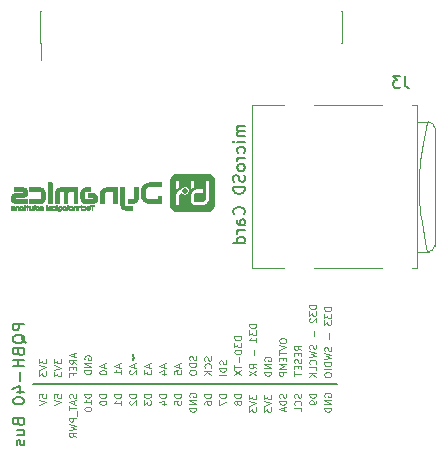
<source format=gbr>
G04 #@! TF.GenerationSoftware,KiCad,Pcbnew,(5.1.6)-1*
G04 #@! TF.CreationDate,2020-10-14T11:51:14+02:00*
G04 #@! TF.ProjectId,DynOSSAT-EDU-OBC,44796e4f-5353-4415-942d-4544552d4f42,rev?*
G04 #@! TF.SameCoordinates,Original*
G04 #@! TF.FileFunction,Legend,Bot*
G04 #@! TF.FilePolarity,Positive*
%FSLAX46Y46*%
G04 Gerber Fmt 4.6, Leading zero omitted, Abs format (unit mm)*
G04 Created by KiCad (PCBNEW (5.1.6)-1) date 2020-10-14 11:51:14*
%MOMM*%
%LPD*%
G01*
G04 APERTURE LIST*
%ADD10C,0.150000*%
%ADD11C,0.100000*%
%ADD12C,0.010000*%
%ADD13C,0.120000*%
G04 APERTURE END LIST*
D10*
X122575628Y-97782095D02*
X122528009Y-97829714D01*
X122480390Y-97924952D01*
X122575628Y-98115428D01*
X122528009Y-98210666D01*
X122480390Y-98258285D01*
X131973580Y-78485028D02*
X131306914Y-78485028D01*
X131402152Y-78485028D02*
X131354533Y-78532647D01*
X131306914Y-78627885D01*
X131306914Y-78770742D01*
X131354533Y-78865980D01*
X131449771Y-78913600D01*
X131973580Y-78913600D01*
X131449771Y-78913600D02*
X131354533Y-78961219D01*
X131306914Y-79056457D01*
X131306914Y-79199314D01*
X131354533Y-79294552D01*
X131449771Y-79342171D01*
X131973580Y-79342171D01*
X131973580Y-79818361D02*
X131306914Y-79818361D01*
X130973580Y-79818361D02*
X131021200Y-79770742D01*
X131068819Y-79818361D01*
X131021200Y-79865980D01*
X130973580Y-79818361D01*
X131068819Y-79818361D01*
X131925961Y-80723123D02*
X131973580Y-80627885D01*
X131973580Y-80437409D01*
X131925961Y-80342171D01*
X131878342Y-80294552D01*
X131783104Y-80246933D01*
X131497390Y-80246933D01*
X131402152Y-80294552D01*
X131354533Y-80342171D01*
X131306914Y-80437409D01*
X131306914Y-80627885D01*
X131354533Y-80723123D01*
X131973580Y-81151695D02*
X131306914Y-81151695D01*
X131497390Y-81151695D02*
X131402152Y-81199314D01*
X131354533Y-81246933D01*
X131306914Y-81342171D01*
X131306914Y-81437409D01*
X131973580Y-81913600D02*
X131925961Y-81818361D01*
X131878342Y-81770742D01*
X131783104Y-81723123D01*
X131497390Y-81723123D01*
X131402152Y-81770742D01*
X131354533Y-81818361D01*
X131306914Y-81913600D01*
X131306914Y-82056457D01*
X131354533Y-82151695D01*
X131402152Y-82199314D01*
X131497390Y-82246933D01*
X131783104Y-82246933D01*
X131878342Y-82199314D01*
X131925961Y-82151695D01*
X131973580Y-82056457D01*
X131973580Y-81913600D01*
X131925961Y-82627885D02*
X131973580Y-82770742D01*
X131973580Y-83008838D01*
X131925961Y-83104076D01*
X131878342Y-83151695D01*
X131783104Y-83199314D01*
X131687866Y-83199314D01*
X131592628Y-83151695D01*
X131545009Y-83104076D01*
X131497390Y-83008838D01*
X131449771Y-82818361D01*
X131402152Y-82723123D01*
X131354533Y-82675504D01*
X131259295Y-82627885D01*
X131164057Y-82627885D01*
X131068819Y-82675504D01*
X131021200Y-82723123D01*
X130973580Y-82818361D01*
X130973580Y-83056457D01*
X131021200Y-83199314D01*
X131973580Y-83627885D02*
X130973580Y-83627885D01*
X130973580Y-83865980D01*
X131021200Y-84008838D01*
X131116438Y-84104076D01*
X131211676Y-84151695D01*
X131402152Y-84199314D01*
X131545009Y-84199314D01*
X131735485Y-84151695D01*
X131830723Y-84104076D01*
X131925961Y-84008838D01*
X131973580Y-83865980D01*
X131973580Y-83627885D01*
X131878342Y-85961219D02*
X131925961Y-85913600D01*
X131973580Y-85770742D01*
X131973580Y-85675504D01*
X131925961Y-85532647D01*
X131830723Y-85437409D01*
X131735485Y-85389790D01*
X131545009Y-85342171D01*
X131402152Y-85342171D01*
X131211676Y-85389790D01*
X131116438Y-85437409D01*
X131021200Y-85532647D01*
X130973580Y-85675504D01*
X130973580Y-85770742D01*
X131021200Y-85913600D01*
X131068819Y-85961219D01*
X131973580Y-86818361D02*
X131449771Y-86818361D01*
X131354533Y-86770742D01*
X131306914Y-86675504D01*
X131306914Y-86485028D01*
X131354533Y-86389790D01*
X131925961Y-86818361D02*
X131973580Y-86723123D01*
X131973580Y-86485028D01*
X131925961Y-86389790D01*
X131830723Y-86342171D01*
X131735485Y-86342171D01*
X131640247Y-86389790D01*
X131592628Y-86485028D01*
X131592628Y-86723123D01*
X131545009Y-86818361D01*
X131973580Y-87294552D02*
X131306914Y-87294552D01*
X131497390Y-87294552D02*
X131402152Y-87342171D01*
X131354533Y-87389790D01*
X131306914Y-87485028D01*
X131306914Y-87580266D01*
X131973580Y-88342171D02*
X130973580Y-88342171D01*
X131925961Y-88342171D02*
X131973580Y-88246933D01*
X131973580Y-88056457D01*
X131925961Y-87961219D01*
X131878342Y-87913600D01*
X131783104Y-87865980D01*
X131497390Y-87865980D01*
X131402152Y-87913600D01*
X131354533Y-87961219D01*
X131306914Y-88056457D01*
X131306914Y-88246933D01*
X131354533Y-88342171D01*
D11*
X124020228Y-101157142D02*
X123420228Y-101157142D01*
X123420228Y-101300000D01*
X123448800Y-101385714D01*
X123505942Y-101442857D01*
X123563085Y-101471428D01*
X123677371Y-101500000D01*
X123763085Y-101500000D01*
X123877371Y-101471428D01*
X123934514Y-101442857D01*
X123991657Y-101385714D01*
X124020228Y-101300000D01*
X124020228Y-101157142D01*
X123420228Y-101700000D02*
X123420228Y-102071428D01*
X123648800Y-101871428D01*
X123648800Y-101957142D01*
X123677371Y-102014285D01*
X123705942Y-102042857D01*
X123763085Y-102071428D01*
X123905942Y-102071428D01*
X123963085Y-102042857D01*
X123991657Y-102014285D01*
X124020228Y-101957142D01*
X124020228Y-101785714D01*
X123991657Y-101728571D01*
X123963085Y-101700000D01*
X117667057Y-101143028D02*
X117695628Y-101228742D01*
X117695628Y-101371600D01*
X117667057Y-101428742D01*
X117638485Y-101457314D01*
X117581342Y-101485885D01*
X117524200Y-101485885D01*
X117467057Y-101457314D01*
X117438485Y-101428742D01*
X117409914Y-101371600D01*
X117381342Y-101257314D01*
X117352771Y-101200171D01*
X117324200Y-101171600D01*
X117267057Y-101143028D01*
X117209914Y-101143028D01*
X117152771Y-101171600D01*
X117124200Y-101200171D01*
X117095628Y-101257314D01*
X117095628Y-101400171D01*
X117124200Y-101485885D01*
X117524200Y-101714457D02*
X117524200Y-102000171D01*
X117695628Y-101657314D02*
X117095628Y-101857314D01*
X117695628Y-102057314D01*
X117095628Y-102171600D02*
X117095628Y-102514457D01*
X117695628Y-102343028D02*
X117095628Y-102343028D01*
X117752771Y-102571600D02*
X117752771Y-103028742D01*
X117695628Y-103171600D02*
X117095628Y-103171600D01*
X117095628Y-103400171D01*
X117124200Y-103457314D01*
X117152771Y-103485885D01*
X117209914Y-103514457D01*
X117295628Y-103514457D01*
X117352771Y-103485885D01*
X117381342Y-103457314D01*
X117409914Y-103400171D01*
X117409914Y-103171600D01*
X117095628Y-103714457D02*
X117695628Y-103857314D01*
X117267057Y-103971600D01*
X117695628Y-104085885D01*
X117095628Y-104228742D01*
X117695628Y-104800171D02*
X117409914Y-104600171D01*
X117695628Y-104457314D02*
X117095628Y-104457314D01*
X117095628Y-104685885D01*
X117124200Y-104743028D01*
X117152771Y-104771600D01*
X117209914Y-104800171D01*
X117295628Y-104800171D01*
X117352771Y-104771600D01*
X117381342Y-104743028D01*
X117409914Y-104685885D01*
X117409914Y-104457314D01*
X122604200Y-98631428D02*
X122604200Y-98917142D01*
X122775628Y-98574285D02*
X122175628Y-98774285D01*
X122775628Y-98974285D01*
X122232771Y-99145714D02*
X122204200Y-99174285D01*
X122175628Y-99231428D01*
X122175628Y-99374285D01*
X122204200Y-99431428D01*
X122232771Y-99460000D01*
X122289914Y-99488571D01*
X122347057Y-99488571D01*
X122432771Y-99460000D01*
X122775628Y-99117142D01*
X122775628Y-99488571D01*
X115825628Y-98190142D02*
X115825628Y-98561571D01*
X116054200Y-98361571D01*
X116054200Y-98447285D01*
X116082771Y-98504428D01*
X116111342Y-98533000D01*
X116168485Y-98561571D01*
X116311342Y-98561571D01*
X116368485Y-98533000D01*
X116397057Y-98504428D01*
X116425628Y-98447285D01*
X116425628Y-98275857D01*
X116397057Y-98218714D01*
X116368485Y-98190142D01*
X115825628Y-98733000D02*
X116425628Y-98933000D01*
X115825628Y-99133000D01*
X115825628Y-99275857D02*
X115825628Y-99647285D01*
X116054200Y-99447285D01*
X116054200Y-99533000D01*
X116082771Y-99590142D01*
X116111342Y-99618714D01*
X116168485Y-99647285D01*
X116311342Y-99647285D01*
X116368485Y-99618714D01*
X116397057Y-99590142D01*
X116425628Y-99533000D01*
X116425628Y-99361571D01*
X116397057Y-99304428D01*
X116368485Y-99275857D01*
X121505628Y-101157142D02*
X120905628Y-101157142D01*
X120905628Y-101300000D01*
X120934200Y-101385714D01*
X120991342Y-101442857D01*
X121048485Y-101471428D01*
X121162771Y-101500000D01*
X121248485Y-101500000D01*
X121362771Y-101471428D01*
X121419914Y-101442857D01*
X121477057Y-101385714D01*
X121505628Y-101300000D01*
X121505628Y-101157142D01*
X121505628Y-102071428D02*
X121505628Y-101728571D01*
X121505628Y-101900000D02*
X120905628Y-101900000D01*
X120991342Y-101842857D01*
X121048485Y-101785714D01*
X121077057Y-101728571D01*
X139285628Y-93805742D02*
X138685628Y-93805742D01*
X138685628Y-93948600D01*
X138714200Y-94034314D01*
X138771342Y-94091457D01*
X138828485Y-94120028D01*
X138942771Y-94148600D01*
X139028485Y-94148600D01*
X139142771Y-94120028D01*
X139199914Y-94091457D01*
X139257057Y-94034314D01*
X139285628Y-93948600D01*
X139285628Y-93805742D01*
X138685628Y-94348600D02*
X138685628Y-94720028D01*
X138914200Y-94520028D01*
X138914200Y-94605742D01*
X138942771Y-94662885D01*
X138971342Y-94691457D01*
X139028485Y-94720028D01*
X139171342Y-94720028D01*
X139228485Y-94691457D01*
X139257057Y-94662885D01*
X139285628Y-94605742D01*
X139285628Y-94434314D01*
X139257057Y-94377171D01*
X139228485Y-94348600D01*
X138685628Y-94920028D02*
X138685628Y-95291457D01*
X138914200Y-95091457D01*
X138914200Y-95177171D01*
X138942771Y-95234314D01*
X138971342Y-95262885D01*
X139028485Y-95291457D01*
X139171342Y-95291457D01*
X139228485Y-95262885D01*
X139257057Y-95234314D01*
X139285628Y-95177171D01*
X139285628Y-95005742D01*
X139257057Y-94948600D01*
X139228485Y-94920028D01*
X139057057Y-96005742D02*
X139057057Y-96462885D01*
X139257057Y-97177171D02*
X139285628Y-97262885D01*
X139285628Y-97405742D01*
X139257057Y-97462885D01*
X139228485Y-97491457D01*
X139171342Y-97520028D01*
X139114200Y-97520028D01*
X139057057Y-97491457D01*
X139028485Y-97462885D01*
X138999914Y-97405742D01*
X138971342Y-97291457D01*
X138942771Y-97234314D01*
X138914200Y-97205742D01*
X138857057Y-97177171D01*
X138799914Y-97177171D01*
X138742771Y-97205742D01*
X138714200Y-97234314D01*
X138685628Y-97291457D01*
X138685628Y-97434314D01*
X138714200Y-97520028D01*
X138685628Y-97720028D02*
X139285628Y-97862885D01*
X138857057Y-97977171D01*
X139285628Y-98091457D01*
X138685628Y-98234314D01*
X139285628Y-98462885D02*
X138685628Y-98462885D01*
X138685628Y-98605742D01*
X138714200Y-98691457D01*
X138771342Y-98748600D01*
X138828485Y-98777171D01*
X138942771Y-98805742D01*
X139028485Y-98805742D01*
X139142771Y-98777171D01*
X139199914Y-98748600D01*
X139257057Y-98691457D01*
X139285628Y-98605742D01*
X139285628Y-98462885D01*
X139285628Y-99062885D02*
X138685628Y-99062885D01*
X138685628Y-99462885D02*
X138685628Y-99577171D01*
X138714200Y-99634314D01*
X138771342Y-99691457D01*
X138885628Y-99720028D01*
X139085628Y-99720028D01*
X139199914Y-99691457D01*
X139257057Y-99634314D01*
X139285628Y-99577171D01*
X139285628Y-99462885D01*
X139257057Y-99405742D01*
X139199914Y-99348600D01*
X139085628Y-99320028D01*
X138885628Y-99320028D01*
X138771342Y-99348600D01*
X138714200Y-99405742D01*
X138685628Y-99462885D01*
X126414200Y-98631428D02*
X126414200Y-98917142D01*
X126585628Y-98574285D02*
X125985628Y-98774285D01*
X126585628Y-98974285D01*
X125985628Y-99460000D02*
X125985628Y-99174285D01*
X126271342Y-99145714D01*
X126242771Y-99174285D01*
X126214200Y-99231428D01*
X126214200Y-99374285D01*
X126242771Y-99431428D01*
X126271342Y-99460000D01*
X126328485Y-99488571D01*
X126471342Y-99488571D01*
X126528485Y-99460000D01*
X126557057Y-99431428D01*
X126585628Y-99374285D01*
X126585628Y-99231428D01*
X126557057Y-99174285D01*
X126528485Y-99145714D01*
X127284200Y-101396857D02*
X127255628Y-101339714D01*
X127255628Y-101254000D01*
X127284200Y-101168285D01*
X127341342Y-101111142D01*
X127398485Y-101082571D01*
X127512771Y-101054000D01*
X127598485Y-101054000D01*
X127712771Y-101082571D01*
X127769914Y-101111142D01*
X127827057Y-101168285D01*
X127855628Y-101254000D01*
X127855628Y-101311142D01*
X127827057Y-101396857D01*
X127798485Y-101425428D01*
X127598485Y-101425428D01*
X127598485Y-101311142D01*
X127855628Y-101682571D02*
X127255628Y-101682571D01*
X127855628Y-102025428D01*
X127255628Y-102025428D01*
X127855628Y-102311142D02*
X127255628Y-102311142D01*
X127255628Y-102454000D01*
X127284200Y-102539714D01*
X127341342Y-102596857D01*
X127398485Y-102625428D01*
X127512771Y-102654000D01*
X127598485Y-102654000D01*
X127712771Y-102625428D01*
X127769914Y-102596857D01*
X127827057Y-102539714D01*
X127855628Y-102454000D01*
X127855628Y-102311142D01*
X121334200Y-98631428D02*
X121334200Y-98917142D01*
X121505628Y-98574285D02*
X120905628Y-98774285D01*
X121505628Y-98974285D01*
X121505628Y-99488571D02*
X121505628Y-99145714D01*
X121505628Y-99317142D02*
X120905628Y-99317142D01*
X120991342Y-99260000D01*
X121048485Y-99202857D01*
X121077057Y-99145714D01*
X136745628Y-97426571D02*
X136459914Y-97226571D01*
X136745628Y-97083714D02*
X136145628Y-97083714D01*
X136145628Y-97312285D01*
X136174200Y-97369428D01*
X136202771Y-97398000D01*
X136259914Y-97426571D01*
X136345628Y-97426571D01*
X136402771Y-97398000D01*
X136431342Y-97369428D01*
X136459914Y-97312285D01*
X136459914Y-97083714D01*
X136431342Y-97683714D02*
X136431342Y-97883714D01*
X136745628Y-97969428D02*
X136745628Y-97683714D01*
X136145628Y-97683714D01*
X136145628Y-97969428D01*
X136717057Y-98198000D02*
X136745628Y-98283714D01*
X136745628Y-98426571D01*
X136717057Y-98483714D01*
X136688485Y-98512285D01*
X136631342Y-98540857D01*
X136574200Y-98540857D01*
X136517057Y-98512285D01*
X136488485Y-98483714D01*
X136459914Y-98426571D01*
X136431342Y-98312285D01*
X136402771Y-98255142D01*
X136374200Y-98226571D01*
X136317057Y-98198000D01*
X136259914Y-98198000D01*
X136202771Y-98226571D01*
X136174200Y-98255142D01*
X136145628Y-98312285D01*
X136145628Y-98455142D01*
X136174200Y-98540857D01*
X136431342Y-98798000D02*
X136431342Y-98998000D01*
X136745628Y-99083714D02*
X136745628Y-98798000D01*
X136145628Y-98798000D01*
X136145628Y-99083714D01*
X136145628Y-99255142D02*
X136145628Y-99598000D01*
X136745628Y-99426571D02*
X136145628Y-99426571D01*
X127827057Y-97944085D02*
X127855628Y-98029800D01*
X127855628Y-98172657D01*
X127827057Y-98229800D01*
X127798485Y-98258371D01*
X127741342Y-98286942D01*
X127684200Y-98286942D01*
X127627057Y-98258371D01*
X127598485Y-98229800D01*
X127569914Y-98172657D01*
X127541342Y-98058371D01*
X127512771Y-98001228D01*
X127484200Y-97972657D01*
X127427057Y-97944085D01*
X127369914Y-97944085D01*
X127312771Y-97972657D01*
X127284200Y-98001228D01*
X127255628Y-98058371D01*
X127255628Y-98201228D01*
X127284200Y-98286942D01*
X127855628Y-98544085D02*
X127255628Y-98544085D01*
X127255628Y-98686942D01*
X127284200Y-98772657D01*
X127341342Y-98829800D01*
X127398485Y-98858371D01*
X127512771Y-98886942D01*
X127598485Y-98886942D01*
X127712771Y-98858371D01*
X127769914Y-98829800D01*
X127827057Y-98772657D01*
X127855628Y-98686942D01*
X127855628Y-98544085D01*
X127255628Y-99258371D02*
X127255628Y-99372657D01*
X127284200Y-99429800D01*
X127341342Y-99486942D01*
X127455628Y-99515514D01*
X127655628Y-99515514D01*
X127769914Y-99486942D01*
X127827057Y-99429800D01*
X127855628Y-99372657D01*
X127855628Y-99258371D01*
X127827057Y-99201228D01*
X127769914Y-99144085D01*
X127655628Y-99115514D01*
X127455628Y-99115514D01*
X127341342Y-99144085D01*
X127284200Y-99201228D01*
X127255628Y-99258371D01*
X130395628Y-101157142D02*
X129795628Y-101157142D01*
X129795628Y-101300000D01*
X129824200Y-101385714D01*
X129881342Y-101442857D01*
X129938485Y-101471428D01*
X130052771Y-101500000D01*
X130138485Y-101500000D01*
X130252771Y-101471428D01*
X130309914Y-101442857D01*
X130367057Y-101385714D01*
X130395628Y-101300000D01*
X130395628Y-101157142D01*
X129795628Y-101700000D02*
X129795628Y-102100000D01*
X130395628Y-101842857D01*
X132935628Y-95240742D02*
X132335628Y-95240742D01*
X132335628Y-95383600D01*
X132364200Y-95469314D01*
X132421342Y-95526457D01*
X132478485Y-95555028D01*
X132592771Y-95583600D01*
X132678485Y-95583600D01*
X132792771Y-95555028D01*
X132849914Y-95526457D01*
X132907057Y-95469314D01*
X132935628Y-95383600D01*
X132935628Y-95240742D01*
X132335628Y-95783600D02*
X132335628Y-96155028D01*
X132564200Y-95955028D01*
X132564200Y-96040742D01*
X132592771Y-96097885D01*
X132621342Y-96126457D01*
X132678485Y-96155028D01*
X132821342Y-96155028D01*
X132878485Y-96126457D01*
X132907057Y-96097885D01*
X132935628Y-96040742D01*
X132935628Y-95869314D01*
X132907057Y-95812171D01*
X132878485Y-95783600D01*
X132935628Y-96726457D02*
X132935628Y-96383600D01*
X132935628Y-96555028D02*
X132335628Y-96555028D01*
X132421342Y-96497885D01*
X132478485Y-96440742D01*
X132507057Y-96383600D01*
X132707057Y-97440742D02*
X132707057Y-97897885D01*
X132935628Y-98983600D02*
X132649914Y-98783600D01*
X132935628Y-98640742D02*
X132335628Y-98640742D01*
X132335628Y-98869314D01*
X132364200Y-98926457D01*
X132392771Y-98955028D01*
X132449914Y-98983600D01*
X132535628Y-98983600D01*
X132592771Y-98955028D01*
X132621342Y-98926457D01*
X132649914Y-98869314D01*
X132649914Y-98640742D01*
X132335628Y-99183600D02*
X132935628Y-99583600D01*
X132335628Y-99583600D02*
X132935628Y-99183600D01*
X117524200Y-97707571D02*
X117524200Y-97993285D01*
X117695628Y-97650428D02*
X117095628Y-97850428D01*
X117695628Y-98050428D01*
X117695628Y-98593285D02*
X117409914Y-98393285D01*
X117695628Y-98250428D02*
X117095628Y-98250428D01*
X117095628Y-98479000D01*
X117124200Y-98536142D01*
X117152771Y-98564714D01*
X117209914Y-98593285D01*
X117295628Y-98593285D01*
X117352771Y-98564714D01*
X117381342Y-98536142D01*
X117409914Y-98479000D01*
X117409914Y-98250428D01*
X117381342Y-98850428D02*
X117381342Y-99050428D01*
X117695628Y-99136142D02*
X117695628Y-98850428D01*
X117095628Y-98850428D01*
X117095628Y-99136142D01*
X117381342Y-99593285D02*
X117381342Y-99393285D01*
X117695628Y-99393285D02*
X117095628Y-99393285D01*
X117095628Y-99679000D01*
X131665628Y-96277314D02*
X131065628Y-96277314D01*
X131065628Y-96420171D01*
X131094200Y-96505885D01*
X131151342Y-96563028D01*
X131208485Y-96591600D01*
X131322771Y-96620171D01*
X131408485Y-96620171D01*
X131522771Y-96591600D01*
X131579914Y-96563028D01*
X131637057Y-96505885D01*
X131665628Y-96420171D01*
X131665628Y-96277314D01*
X131065628Y-96820171D02*
X131065628Y-97191600D01*
X131294200Y-96991600D01*
X131294200Y-97077314D01*
X131322771Y-97134457D01*
X131351342Y-97163028D01*
X131408485Y-97191600D01*
X131551342Y-97191600D01*
X131608485Y-97163028D01*
X131637057Y-97134457D01*
X131665628Y-97077314D01*
X131665628Y-96905885D01*
X131637057Y-96848742D01*
X131608485Y-96820171D01*
X131065628Y-97563028D02*
X131065628Y-97620171D01*
X131094200Y-97677314D01*
X131122771Y-97705885D01*
X131179914Y-97734457D01*
X131294200Y-97763028D01*
X131437057Y-97763028D01*
X131551342Y-97734457D01*
X131608485Y-97705885D01*
X131637057Y-97677314D01*
X131665628Y-97620171D01*
X131665628Y-97563028D01*
X131637057Y-97505885D01*
X131608485Y-97477314D01*
X131551342Y-97448742D01*
X131437057Y-97420171D01*
X131294200Y-97420171D01*
X131179914Y-97448742D01*
X131122771Y-97477314D01*
X131094200Y-97505885D01*
X131065628Y-97563028D01*
X131437057Y-98020171D02*
X131437057Y-98477314D01*
X131065628Y-98677314D02*
X131065628Y-99020171D01*
X131665628Y-98848742D02*
X131065628Y-98848742D01*
X131065628Y-99163028D02*
X131665628Y-99563028D01*
X131065628Y-99563028D02*
X131665628Y-99163028D01*
X115825628Y-101460314D02*
X115825628Y-101174600D01*
X116111342Y-101146028D01*
X116082771Y-101174600D01*
X116054200Y-101231742D01*
X116054200Y-101374600D01*
X116082771Y-101431742D01*
X116111342Y-101460314D01*
X116168485Y-101488885D01*
X116311342Y-101488885D01*
X116368485Y-101460314D01*
X116397057Y-101431742D01*
X116425628Y-101374600D01*
X116425628Y-101231742D01*
X116397057Y-101174600D01*
X116368485Y-101146028D01*
X115825628Y-101660314D02*
X116425628Y-101860314D01*
X115825628Y-102060314D01*
X114555628Y-98164742D02*
X114555628Y-98536171D01*
X114784200Y-98336171D01*
X114784200Y-98421885D01*
X114812771Y-98479028D01*
X114841342Y-98507600D01*
X114898485Y-98536171D01*
X115041342Y-98536171D01*
X115098485Y-98507600D01*
X115127057Y-98479028D01*
X115155628Y-98421885D01*
X115155628Y-98250457D01*
X115127057Y-98193314D01*
X115098485Y-98164742D01*
X114555628Y-98707600D02*
X115155628Y-98907600D01*
X114555628Y-99107600D01*
X114555628Y-99250457D02*
X114555628Y-99621885D01*
X114784200Y-99421885D01*
X114784200Y-99507600D01*
X114812771Y-99564742D01*
X114841342Y-99593314D01*
X114898485Y-99621885D01*
X115041342Y-99621885D01*
X115098485Y-99593314D01*
X115127057Y-99564742D01*
X115155628Y-99507600D01*
X115155628Y-99336171D01*
X115127057Y-99279028D01*
X115098485Y-99250457D01*
X134875628Y-96586857D02*
X134875628Y-96701142D01*
X134904200Y-96758285D01*
X134961342Y-96815428D01*
X135075628Y-96844000D01*
X135275628Y-96844000D01*
X135389914Y-96815428D01*
X135447057Y-96758285D01*
X135475628Y-96701142D01*
X135475628Y-96586857D01*
X135447057Y-96529714D01*
X135389914Y-96472571D01*
X135275628Y-96444000D01*
X135075628Y-96444000D01*
X134961342Y-96472571D01*
X134904200Y-96529714D01*
X134875628Y-96586857D01*
X134875628Y-97015428D02*
X135475628Y-97215428D01*
X134875628Y-97415428D01*
X134875628Y-97529714D02*
X134875628Y-97872571D01*
X135475628Y-97701142D02*
X134875628Y-97701142D01*
X135161342Y-98072571D02*
X135161342Y-98272571D01*
X135475628Y-98358285D02*
X135475628Y-98072571D01*
X134875628Y-98072571D01*
X134875628Y-98358285D01*
X135475628Y-98615428D02*
X134875628Y-98615428D01*
X135304200Y-98815428D01*
X134875628Y-99015428D01*
X135475628Y-99015428D01*
X135475628Y-99301142D02*
X134875628Y-99301142D01*
X134875628Y-99529714D01*
X134904200Y-99586857D01*
X134932771Y-99615428D01*
X134989914Y-99644000D01*
X135075628Y-99644000D01*
X135132771Y-99615428D01*
X135161342Y-99586857D01*
X135189914Y-99529714D01*
X135189914Y-99301142D01*
X130367057Y-98318714D02*
X130395628Y-98404428D01*
X130395628Y-98547285D01*
X130367057Y-98604428D01*
X130338485Y-98633000D01*
X130281342Y-98661571D01*
X130224200Y-98661571D01*
X130167057Y-98633000D01*
X130138485Y-98604428D01*
X130109914Y-98547285D01*
X130081342Y-98433000D01*
X130052771Y-98375857D01*
X130024200Y-98347285D01*
X129967057Y-98318714D01*
X129909914Y-98318714D01*
X129852771Y-98347285D01*
X129824200Y-98375857D01*
X129795628Y-98433000D01*
X129795628Y-98575857D01*
X129824200Y-98661571D01*
X130395628Y-98918714D02*
X129795628Y-98918714D01*
X129795628Y-99061571D01*
X129824200Y-99147285D01*
X129881342Y-99204428D01*
X129938485Y-99233000D01*
X130052771Y-99261571D01*
X130138485Y-99261571D01*
X130252771Y-99233000D01*
X130309914Y-99204428D01*
X130367057Y-99147285D01*
X130395628Y-99061571D01*
X130395628Y-98918714D01*
X130395628Y-99518714D02*
X129795628Y-99518714D01*
X123874200Y-98631428D02*
X123874200Y-98917142D01*
X124045628Y-98574285D02*
X123445628Y-98774285D01*
X124045628Y-98974285D01*
X123445628Y-99117142D02*
X123445628Y-99488571D01*
X123674200Y-99288571D01*
X123674200Y-99374285D01*
X123702771Y-99431428D01*
X123731342Y-99460000D01*
X123788485Y-99488571D01*
X123931342Y-99488571D01*
X123988485Y-99460000D01*
X124017057Y-99431428D01*
X124045628Y-99374285D01*
X124045628Y-99202857D01*
X124017057Y-99145714D01*
X123988485Y-99117142D01*
X138714200Y-101396857D02*
X138685628Y-101339714D01*
X138685628Y-101254000D01*
X138714200Y-101168285D01*
X138771342Y-101111142D01*
X138828485Y-101082571D01*
X138942771Y-101054000D01*
X139028485Y-101054000D01*
X139142771Y-101082571D01*
X139199914Y-101111142D01*
X139257057Y-101168285D01*
X139285628Y-101254000D01*
X139285628Y-101311142D01*
X139257057Y-101396857D01*
X139228485Y-101425428D01*
X139028485Y-101425428D01*
X139028485Y-101311142D01*
X139285628Y-101682571D02*
X138685628Y-101682571D01*
X139285628Y-102025428D01*
X138685628Y-102025428D01*
X139285628Y-102311142D02*
X138685628Y-102311142D01*
X138685628Y-102454000D01*
X138714200Y-102539714D01*
X138771342Y-102596857D01*
X138828485Y-102625428D01*
X138942771Y-102654000D01*
X139028485Y-102654000D01*
X139142771Y-102625428D01*
X139199914Y-102596857D01*
X139257057Y-102539714D01*
X139285628Y-102454000D01*
X139285628Y-102311142D01*
X136717057Y-101139714D02*
X136745628Y-101225428D01*
X136745628Y-101368285D01*
X136717057Y-101425428D01*
X136688485Y-101454000D01*
X136631342Y-101482571D01*
X136574200Y-101482571D01*
X136517057Y-101454000D01*
X136488485Y-101425428D01*
X136459914Y-101368285D01*
X136431342Y-101254000D01*
X136402771Y-101196857D01*
X136374200Y-101168285D01*
X136317057Y-101139714D01*
X136259914Y-101139714D01*
X136202771Y-101168285D01*
X136174200Y-101196857D01*
X136145628Y-101254000D01*
X136145628Y-101396857D01*
X136174200Y-101482571D01*
X136688485Y-102082571D02*
X136717057Y-102054000D01*
X136745628Y-101968285D01*
X136745628Y-101911142D01*
X136717057Y-101825428D01*
X136659914Y-101768285D01*
X136602771Y-101739714D01*
X136488485Y-101711142D01*
X136402771Y-101711142D01*
X136288485Y-101739714D01*
X136231342Y-101768285D01*
X136174200Y-101825428D01*
X136145628Y-101911142D01*
X136145628Y-101968285D01*
X136174200Y-102054000D01*
X136202771Y-102082571D01*
X136745628Y-102625428D02*
X136745628Y-102339714D01*
X136145628Y-102339714D01*
X129125628Y-101157142D02*
X128525628Y-101157142D01*
X128525628Y-101300000D01*
X128554200Y-101385714D01*
X128611342Y-101442857D01*
X128668485Y-101471428D01*
X128782771Y-101500000D01*
X128868485Y-101500000D01*
X128982771Y-101471428D01*
X129039914Y-101442857D01*
X129097057Y-101385714D01*
X129125628Y-101300000D01*
X129125628Y-101157142D01*
X128525628Y-102014285D02*
X128525628Y-101900000D01*
X128554200Y-101842857D01*
X128582771Y-101814285D01*
X128668485Y-101757142D01*
X128782771Y-101728571D01*
X129011342Y-101728571D01*
X129068485Y-101757142D01*
X129097057Y-101785714D01*
X129125628Y-101842857D01*
X129125628Y-101957142D01*
X129097057Y-102014285D01*
X129068485Y-102042857D01*
X129011342Y-102071428D01*
X128868485Y-102071428D01*
X128811342Y-102042857D01*
X128782771Y-102014285D01*
X128754200Y-101957142D01*
X128754200Y-101842857D01*
X128782771Y-101785714D01*
X128811342Y-101757142D01*
X128868485Y-101728571D01*
X118965628Y-101125428D02*
X118365628Y-101125428D01*
X118365628Y-101268285D01*
X118394200Y-101354000D01*
X118451342Y-101411142D01*
X118508485Y-101439714D01*
X118622771Y-101468285D01*
X118708485Y-101468285D01*
X118822771Y-101439714D01*
X118879914Y-101411142D01*
X118937057Y-101354000D01*
X118965628Y-101268285D01*
X118965628Y-101125428D01*
X118965628Y-102039714D02*
X118965628Y-101696857D01*
X118965628Y-101868285D02*
X118365628Y-101868285D01*
X118451342Y-101811142D01*
X118508485Y-101754000D01*
X118537057Y-101696857D01*
X118365628Y-102411142D02*
X118365628Y-102468285D01*
X118394200Y-102525428D01*
X118422771Y-102554000D01*
X118479914Y-102582571D01*
X118594200Y-102611142D01*
X118737057Y-102611142D01*
X118851342Y-102582571D01*
X118908485Y-102554000D01*
X118937057Y-102525428D01*
X118965628Y-102468285D01*
X118965628Y-102411142D01*
X118937057Y-102354000D01*
X118908485Y-102325428D01*
X118851342Y-102296857D01*
X118737057Y-102268285D01*
X118594200Y-102268285D01*
X118479914Y-102296857D01*
X118422771Y-102325428D01*
X118394200Y-102354000D01*
X118365628Y-102411142D01*
X114555628Y-101460314D02*
X114555628Y-101174600D01*
X114841342Y-101146028D01*
X114812771Y-101174600D01*
X114784200Y-101231742D01*
X114784200Y-101374600D01*
X114812771Y-101431742D01*
X114841342Y-101460314D01*
X114898485Y-101488885D01*
X115041342Y-101488885D01*
X115098485Y-101460314D01*
X115127057Y-101431742D01*
X115155628Y-101374600D01*
X115155628Y-101231742D01*
X115127057Y-101174600D01*
X115098485Y-101146028D01*
X114555628Y-101660314D02*
X115155628Y-101860314D01*
X114555628Y-102060314D01*
X122775628Y-101157142D02*
X122175628Y-101157142D01*
X122175628Y-101300000D01*
X122204200Y-101385714D01*
X122261342Y-101442857D01*
X122318485Y-101471428D01*
X122432771Y-101500000D01*
X122518485Y-101500000D01*
X122632771Y-101471428D01*
X122689914Y-101442857D01*
X122747057Y-101385714D01*
X122775628Y-101300000D01*
X122775628Y-101157142D01*
X122232771Y-101728571D02*
X122204200Y-101757142D01*
X122175628Y-101814285D01*
X122175628Y-101957142D01*
X122204200Y-102014285D01*
X122232771Y-102042857D01*
X122289914Y-102071428D01*
X122347057Y-102071428D01*
X122432771Y-102042857D01*
X122775628Y-101700000D01*
X122775628Y-102071428D01*
X125144200Y-98631428D02*
X125144200Y-98917142D01*
X125315628Y-98574285D02*
X124715628Y-98774285D01*
X125315628Y-98974285D01*
X124915628Y-99431428D02*
X125315628Y-99431428D01*
X124687057Y-99288571D02*
X125115628Y-99145714D01*
X125115628Y-99517142D01*
X120064200Y-98631428D02*
X120064200Y-98917142D01*
X120235628Y-98574285D02*
X119635628Y-98774285D01*
X120235628Y-98974285D01*
X119635628Y-99288571D02*
X119635628Y-99345714D01*
X119664200Y-99402857D01*
X119692771Y-99431428D01*
X119749914Y-99460000D01*
X119864200Y-99488571D01*
X120007057Y-99488571D01*
X120121342Y-99460000D01*
X120178485Y-99431428D01*
X120207057Y-99402857D01*
X120235628Y-99345714D01*
X120235628Y-99288571D01*
X120207057Y-99231428D01*
X120178485Y-99202857D01*
X120121342Y-99174285D01*
X120007057Y-99145714D01*
X119864200Y-99145714D01*
X119749914Y-99174285D01*
X119692771Y-99202857D01*
X119664200Y-99231428D01*
X119635628Y-99288571D01*
X135447057Y-101125428D02*
X135475628Y-101211142D01*
X135475628Y-101354000D01*
X135447057Y-101411142D01*
X135418485Y-101439714D01*
X135361342Y-101468285D01*
X135304200Y-101468285D01*
X135247057Y-101439714D01*
X135218485Y-101411142D01*
X135189914Y-101354000D01*
X135161342Y-101239714D01*
X135132771Y-101182571D01*
X135104200Y-101154000D01*
X135047057Y-101125428D01*
X134989914Y-101125428D01*
X134932771Y-101154000D01*
X134904200Y-101182571D01*
X134875628Y-101239714D01*
X134875628Y-101382571D01*
X134904200Y-101468285D01*
X135475628Y-101725428D02*
X134875628Y-101725428D01*
X134875628Y-101868285D01*
X134904200Y-101954000D01*
X134961342Y-102011142D01*
X135018485Y-102039714D01*
X135132771Y-102068285D01*
X135218485Y-102068285D01*
X135332771Y-102039714D01*
X135389914Y-102011142D01*
X135447057Y-101954000D01*
X135475628Y-101868285D01*
X135475628Y-101725428D01*
X135304200Y-102296857D02*
X135304200Y-102582571D01*
X135475628Y-102239714D02*
X134875628Y-102439714D01*
X135475628Y-102639714D01*
X131665628Y-101157142D02*
X131065628Y-101157142D01*
X131065628Y-101300000D01*
X131094200Y-101385714D01*
X131151342Y-101442857D01*
X131208485Y-101471428D01*
X131322771Y-101500000D01*
X131408485Y-101500000D01*
X131522771Y-101471428D01*
X131579914Y-101442857D01*
X131637057Y-101385714D01*
X131665628Y-101300000D01*
X131665628Y-101157142D01*
X131322771Y-101842857D02*
X131294200Y-101785714D01*
X131265628Y-101757142D01*
X131208485Y-101728571D01*
X131179914Y-101728571D01*
X131122771Y-101757142D01*
X131094200Y-101785714D01*
X131065628Y-101842857D01*
X131065628Y-101957142D01*
X131094200Y-102014285D01*
X131122771Y-102042857D01*
X131179914Y-102071428D01*
X131208485Y-102071428D01*
X131265628Y-102042857D01*
X131294200Y-102014285D01*
X131322771Y-101957142D01*
X131322771Y-101842857D01*
X131351342Y-101785714D01*
X131379914Y-101757142D01*
X131437057Y-101728571D01*
X131551342Y-101728571D01*
X131608485Y-101757142D01*
X131637057Y-101785714D01*
X131665628Y-101842857D01*
X131665628Y-101957142D01*
X131637057Y-102014285D01*
X131608485Y-102042857D01*
X131551342Y-102071428D01*
X131437057Y-102071428D01*
X131379914Y-102042857D01*
X131351342Y-102014285D01*
X131322771Y-101957142D01*
X120235628Y-101157142D02*
X119635628Y-101157142D01*
X119635628Y-101300000D01*
X119664200Y-101385714D01*
X119721342Y-101442857D01*
X119778485Y-101471428D01*
X119892771Y-101500000D01*
X119978485Y-101500000D01*
X120092771Y-101471428D01*
X120149914Y-101442857D01*
X120207057Y-101385714D01*
X120235628Y-101300000D01*
X120235628Y-101157142D01*
X119635628Y-101871428D02*
X119635628Y-101928571D01*
X119664200Y-101985714D01*
X119692771Y-102014285D01*
X119749914Y-102042857D01*
X119864200Y-102071428D01*
X120007057Y-102071428D01*
X120121342Y-102042857D01*
X120178485Y-102014285D01*
X120207057Y-101985714D01*
X120235628Y-101928571D01*
X120235628Y-101871428D01*
X120207057Y-101814285D01*
X120178485Y-101785714D01*
X120121342Y-101757142D01*
X120007057Y-101728571D01*
X119864200Y-101728571D01*
X119749914Y-101757142D01*
X119692771Y-101785714D01*
X119664200Y-101814285D01*
X119635628Y-101871428D01*
X126585628Y-101157142D02*
X125985628Y-101157142D01*
X125985628Y-101300000D01*
X126014200Y-101385714D01*
X126071342Y-101442857D01*
X126128485Y-101471428D01*
X126242771Y-101500000D01*
X126328485Y-101500000D01*
X126442771Y-101471428D01*
X126499914Y-101442857D01*
X126557057Y-101385714D01*
X126585628Y-101300000D01*
X126585628Y-101157142D01*
X125985628Y-102042857D02*
X125985628Y-101757142D01*
X126271342Y-101728571D01*
X126242771Y-101757142D01*
X126214200Y-101814285D01*
X126214200Y-101957142D01*
X126242771Y-102014285D01*
X126271342Y-102042857D01*
X126328485Y-102071428D01*
X126471342Y-102071428D01*
X126528485Y-102042857D01*
X126557057Y-102014285D01*
X126585628Y-101957142D01*
X126585628Y-101814285D01*
X126557057Y-101757142D01*
X126528485Y-101728571D01*
X133634200Y-98348857D02*
X133605628Y-98291714D01*
X133605628Y-98206000D01*
X133634200Y-98120285D01*
X133691342Y-98063142D01*
X133748485Y-98034571D01*
X133862771Y-98006000D01*
X133948485Y-98006000D01*
X134062771Y-98034571D01*
X134119914Y-98063142D01*
X134177057Y-98120285D01*
X134205628Y-98206000D01*
X134205628Y-98263142D01*
X134177057Y-98348857D01*
X134148485Y-98377428D01*
X133948485Y-98377428D01*
X133948485Y-98263142D01*
X134205628Y-98634571D02*
X133605628Y-98634571D01*
X134205628Y-98977428D01*
X133605628Y-98977428D01*
X134205628Y-99263142D02*
X133605628Y-99263142D01*
X133605628Y-99406000D01*
X133634200Y-99491714D01*
X133691342Y-99548857D01*
X133748485Y-99577428D01*
X133862771Y-99606000D01*
X133948485Y-99606000D01*
X134062771Y-99577428D01*
X134119914Y-99548857D01*
X134177057Y-99491714D01*
X134205628Y-99406000D01*
X134205628Y-99263142D01*
X138015628Y-101131742D02*
X137415628Y-101131742D01*
X137415628Y-101274600D01*
X137444200Y-101360314D01*
X137501342Y-101417457D01*
X137558485Y-101446028D01*
X137672771Y-101474600D01*
X137758485Y-101474600D01*
X137872771Y-101446028D01*
X137929914Y-101417457D01*
X137987057Y-101360314D01*
X138015628Y-101274600D01*
X138015628Y-101131742D01*
X138015628Y-101760314D02*
X138015628Y-101874600D01*
X137987057Y-101931742D01*
X137958485Y-101960314D01*
X137872771Y-102017457D01*
X137758485Y-102046028D01*
X137529914Y-102046028D01*
X137472771Y-102017457D01*
X137444200Y-101988885D01*
X137415628Y-101931742D01*
X137415628Y-101817457D01*
X137444200Y-101760314D01*
X137472771Y-101731742D01*
X137529914Y-101703171D01*
X137672771Y-101703171D01*
X137729914Y-101731742D01*
X137758485Y-101760314D01*
X137787057Y-101817457D01*
X137787057Y-101931742D01*
X137758485Y-101988885D01*
X137729914Y-102017457D01*
X137672771Y-102046028D01*
X132335628Y-101212742D02*
X132335628Y-101584171D01*
X132564200Y-101384171D01*
X132564200Y-101469885D01*
X132592771Y-101527028D01*
X132621342Y-101555600D01*
X132678485Y-101584171D01*
X132821342Y-101584171D01*
X132878485Y-101555600D01*
X132907057Y-101527028D01*
X132935628Y-101469885D01*
X132935628Y-101298457D01*
X132907057Y-101241314D01*
X132878485Y-101212742D01*
X132335628Y-101755600D02*
X132935628Y-101955600D01*
X132335628Y-102155600D01*
X132335628Y-102298457D02*
X132335628Y-102669885D01*
X132564200Y-102469885D01*
X132564200Y-102555600D01*
X132592771Y-102612742D01*
X132621342Y-102641314D01*
X132678485Y-102669885D01*
X132821342Y-102669885D01*
X132878485Y-102641314D01*
X132907057Y-102612742D01*
X132935628Y-102555600D01*
X132935628Y-102384171D01*
X132907057Y-102327028D01*
X132878485Y-102298457D01*
X129097057Y-97983771D02*
X129125628Y-98069485D01*
X129125628Y-98212342D01*
X129097057Y-98269485D01*
X129068485Y-98298057D01*
X129011342Y-98326628D01*
X128954200Y-98326628D01*
X128897057Y-98298057D01*
X128868485Y-98269485D01*
X128839914Y-98212342D01*
X128811342Y-98098057D01*
X128782771Y-98040914D01*
X128754200Y-98012342D01*
X128697057Y-97983771D01*
X128639914Y-97983771D01*
X128582771Y-98012342D01*
X128554200Y-98040914D01*
X128525628Y-98098057D01*
X128525628Y-98240914D01*
X128554200Y-98326628D01*
X129068485Y-98926628D02*
X129097057Y-98898057D01*
X129125628Y-98812342D01*
X129125628Y-98755200D01*
X129097057Y-98669485D01*
X129039914Y-98612342D01*
X128982771Y-98583771D01*
X128868485Y-98555200D01*
X128782771Y-98555200D01*
X128668485Y-98583771D01*
X128611342Y-98612342D01*
X128554200Y-98669485D01*
X128525628Y-98755200D01*
X128525628Y-98812342D01*
X128554200Y-98898057D01*
X128582771Y-98926628D01*
X129125628Y-99183771D02*
X128525628Y-99183771D01*
X129125628Y-99526628D02*
X128782771Y-99269485D01*
X128525628Y-99526628D02*
X128868485Y-99183771D01*
X118394200Y-98221857D02*
X118365628Y-98164714D01*
X118365628Y-98079000D01*
X118394200Y-97993285D01*
X118451342Y-97936142D01*
X118508485Y-97907571D01*
X118622771Y-97879000D01*
X118708485Y-97879000D01*
X118822771Y-97907571D01*
X118879914Y-97936142D01*
X118937057Y-97993285D01*
X118965628Y-98079000D01*
X118965628Y-98136142D01*
X118937057Y-98221857D01*
X118908485Y-98250428D01*
X118708485Y-98250428D01*
X118708485Y-98136142D01*
X118965628Y-98507571D02*
X118365628Y-98507571D01*
X118965628Y-98850428D01*
X118365628Y-98850428D01*
X118965628Y-99136142D02*
X118365628Y-99136142D01*
X118365628Y-99279000D01*
X118394200Y-99364714D01*
X118451342Y-99421857D01*
X118508485Y-99450428D01*
X118622771Y-99479000D01*
X118708485Y-99479000D01*
X118822771Y-99450428D01*
X118879914Y-99421857D01*
X118937057Y-99364714D01*
X118965628Y-99279000D01*
X118965628Y-99136142D01*
X133605628Y-101212742D02*
X133605628Y-101584171D01*
X133834200Y-101384171D01*
X133834200Y-101469885D01*
X133862771Y-101527028D01*
X133891342Y-101555600D01*
X133948485Y-101584171D01*
X134091342Y-101584171D01*
X134148485Y-101555600D01*
X134177057Y-101527028D01*
X134205628Y-101469885D01*
X134205628Y-101298457D01*
X134177057Y-101241314D01*
X134148485Y-101212742D01*
X133605628Y-101755600D02*
X134205628Y-101955600D01*
X133605628Y-102155600D01*
X133605628Y-102298457D02*
X133605628Y-102669885D01*
X133834200Y-102469885D01*
X133834200Y-102555600D01*
X133862771Y-102612742D01*
X133891342Y-102641314D01*
X133948485Y-102669885D01*
X134091342Y-102669885D01*
X134148485Y-102641314D01*
X134177057Y-102612742D01*
X134205628Y-102555600D01*
X134205628Y-102384171D01*
X134177057Y-102327028D01*
X134148485Y-102298457D01*
X125315628Y-101157142D02*
X124715628Y-101157142D01*
X124715628Y-101300000D01*
X124744200Y-101385714D01*
X124801342Y-101442857D01*
X124858485Y-101471428D01*
X124972771Y-101500000D01*
X125058485Y-101500000D01*
X125172771Y-101471428D01*
X125229914Y-101442857D01*
X125287057Y-101385714D01*
X125315628Y-101300000D01*
X125315628Y-101157142D01*
X124915628Y-102014285D02*
X125315628Y-102014285D01*
X124687057Y-101871428D02*
X125115628Y-101728571D01*
X125115628Y-102100000D01*
X138015628Y-93618428D02*
X137415628Y-93618428D01*
X137415628Y-93761285D01*
X137444200Y-93847000D01*
X137501342Y-93904142D01*
X137558485Y-93932714D01*
X137672771Y-93961285D01*
X137758485Y-93961285D01*
X137872771Y-93932714D01*
X137929914Y-93904142D01*
X137987057Y-93847000D01*
X138015628Y-93761285D01*
X138015628Y-93618428D01*
X137415628Y-94161285D02*
X137415628Y-94532714D01*
X137644200Y-94332714D01*
X137644200Y-94418428D01*
X137672771Y-94475571D01*
X137701342Y-94504142D01*
X137758485Y-94532714D01*
X137901342Y-94532714D01*
X137958485Y-94504142D01*
X137987057Y-94475571D01*
X138015628Y-94418428D01*
X138015628Y-94247000D01*
X137987057Y-94189857D01*
X137958485Y-94161285D01*
X137472771Y-94761285D02*
X137444200Y-94789857D01*
X137415628Y-94847000D01*
X137415628Y-94989857D01*
X137444200Y-95047000D01*
X137472771Y-95075571D01*
X137529914Y-95104142D01*
X137587057Y-95104142D01*
X137672771Y-95075571D01*
X138015628Y-94732714D01*
X138015628Y-95104142D01*
X137787057Y-95818428D02*
X137787057Y-96275571D01*
X137987057Y-96989857D02*
X138015628Y-97075571D01*
X138015628Y-97218428D01*
X137987057Y-97275571D01*
X137958485Y-97304142D01*
X137901342Y-97332714D01*
X137844200Y-97332714D01*
X137787057Y-97304142D01*
X137758485Y-97275571D01*
X137729914Y-97218428D01*
X137701342Y-97104142D01*
X137672771Y-97047000D01*
X137644200Y-97018428D01*
X137587057Y-96989857D01*
X137529914Y-96989857D01*
X137472771Y-97018428D01*
X137444200Y-97047000D01*
X137415628Y-97104142D01*
X137415628Y-97247000D01*
X137444200Y-97332714D01*
X137415628Y-97532714D02*
X138015628Y-97675571D01*
X137587057Y-97789857D01*
X138015628Y-97904142D01*
X137415628Y-98047000D01*
X137958485Y-98618428D02*
X137987057Y-98589857D01*
X138015628Y-98504142D01*
X138015628Y-98447000D01*
X137987057Y-98361285D01*
X137929914Y-98304142D01*
X137872771Y-98275571D01*
X137758485Y-98247000D01*
X137672771Y-98247000D01*
X137558485Y-98275571D01*
X137501342Y-98304142D01*
X137444200Y-98361285D01*
X137415628Y-98447000D01*
X137415628Y-98504142D01*
X137444200Y-98589857D01*
X137472771Y-98618428D01*
X138015628Y-99161285D02*
X138015628Y-98875571D01*
X137415628Y-98875571D01*
X138015628Y-99361285D02*
X137415628Y-99361285D01*
X138015628Y-99704142D02*
X137672771Y-99447000D01*
X137415628Y-99704142D02*
X137758485Y-99361285D01*
D10*
X113304580Y-95210952D02*
X112304580Y-95210952D01*
X112304580Y-95591904D01*
X112352200Y-95687142D01*
X112399819Y-95734761D01*
X112495057Y-95782380D01*
X112637914Y-95782380D01*
X112733152Y-95734761D01*
X112780771Y-95687142D01*
X112828390Y-95591904D01*
X112828390Y-95210952D01*
X113399819Y-96877619D02*
X113352200Y-96782380D01*
X113256961Y-96687142D01*
X113114104Y-96544285D01*
X113066485Y-96449047D01*
X113066485Y-96353809D01*
X113304580Y-96401428D02*
X113256961Y-96306190D01*
X113161723Y-96210952D01*
X112971247Y-96163333D01*
X112637914Y-96163333D01*
X112447438Y-96210952D01*
X112352200Y-96306190D01*
X112304580Y-96401428D01*
X112304580Y-96591904D01*
X112352200Y-96687142D01*
X112447438Y-96782380D01*
X112637914Y-96830000D01*
X112971247Y-96830000D01*
X113161723Y-96782380D01*
X113256961Y-96687142D01*
X113304580Y-96591904D01*
X113304580Y-96401428D01*
X112780771Y-97591904D02*
X112828390Y-97734761D01*
X112876009Y-97782380D01*
X112971247Y-97830000D01*
X113114104Y-97830000D01*
X113209342Y-97782380D01*
X113256961Y-97734761D01*
X113304580Y-97639523D01*
X113304580Y-97258571D01*
X112304580Y-97258571D01*
X112304580Y-97591904D01*
X112352200Y-97687142D01*
X112399819Y-97734761D01*
X112495057Y-97782380D01*
X112590295Y-97782380D01*
X112685533Y-97734761D01*
X112733152Y-97687142D01*
X112780771Y-97591904D01*
X112780771Y-97258571D01*
X113304580Y-98258571D02*
X112304580Y-98258571D01*
X112780771Y-98258571D02*
X112780771Y-98830000D01*
X113304580Y-98830000D02*
X112304580Y-98830000D01*
X112923628Y-99306190D02*
X112923628Y-100068095D01*
X112637914Y-100972857D02*
X113304580Y-100972857D01*
X112256961Y-100734761D02*
X112971247Y-100496666D01*
X112971247Y-101115714D01*
X112304580Y-101687142D02*
X112304580Y-101782380D01*
X112352200Y-101877619D01*
X112399819Y-101925238D01*
X112495057Y-101972857D01*
X112685533Y-102020476D01*
X112923628Y-102020476D01*
X113114104Y-101972857D01*
X113209342Y-101925238D01*
X113256961Y-101877619D01*
X113304580Y-101782380D01*
X113304580Y-101687142D01*
X113256961Y-101591904D01*
X113209342Y-101544285D01*
X113114104Y-101496666D01*
X112923628Y-101449047D01*
X112685533Y-101449047D01*
X112495057Y-101496666D01*
X112399819Y-101544285D01*
X112352200Y-101591904D01*
X112304580Y-101687142D01*
X112780771Y-103544285D02*
X112828390Y-103687142D01*
X112876009Y-103734761D01*
X112971247Y-103782380D01*
X113114104Y-103782380D01*
X113209342Y-103734761D01*
X113256961Y-103687142D01*
X113304580Y-103591904D01*
X113304580Y-103210952D01*
X112304580Y-103210952D01*
X112304580Y-103544285D01*
X112352200Y-103639523D01*
X112399819Y-103687142D01*
X112495057Y-103734761D01*
X112590295Y-103734761D01*
X112685533Y-103687142D01*
X112733152Y-103639523D01*
X112780771Y-103544285D01*
X112780771Y-103210952D01*
X112637914Y-104639523D02*
X113304580Y-104639523D01*
X112637914Y-104210952D02*
X113161723Y-104210952D01*
X113256961Y-104258571D01*
X113304580Y-104353809D01*
X113304580Y-104496666D01*
X113256961Y-104591904D01*
X113209342Y-104639523D01*
X113256961Y-105068095D02*
X113304580Y-105163333D01*
X113304580Y-105353809D01*
X113256961Y-105449047D01*
X113161723Y-105496666D01*
X113114104Y-105496666D01*
X113018866Y-105449047D01*
X112971247Y-105353809D01*
X112971247Y-105210952D01*
X112923628Y-105115714D01*
X112828390Y-105068095D01*
X112780771Y-105068095D01*
X112685533Y-105115714D01*
X112637914Y-105210952D01*
X112637914Y-105353809D01*
X112685533Y-105449047D01*
X139776200Y-100330000D02*
X113995200Y-100330000D01*
D12*
G36*
X126829710Y-83748294D02*
G01*
X126812358Y-83752271D01*
X126794430Y-83758795D01*
X126780891Y-83764948D01*
X126769453Y-83770717D01*
X126760474Y-83776029D01*
X126752475Y-83781945D01*
X126743976Y-83789523D01*
X126736790Y-83796531D01*
X126718029Y-83817660D01*
X126703525Y-83839723D01*
X126692925Y-83863428D01*
X126685872Y-83889486D01*
X126683677Y-83902784D01*
X126682294Y-83929848D01*
X126685495Y-83956921D01*
X126693292Y-83984059D01*
X126703651Y-84007433D01*
X126717929Y-84030256D01*
X126735845Y-84050745D01*
X126756809Y-84068427D01*
X126780232Y-84082830D01*
X126805525Y-84093481D01*
X126814119Y-84096074D01*
X126823075Y-84097925D01*
X126834203Y-84099349D01*
X126846475Y-84100319D01*
X126858858Y-84100805D01*
X126870324Y-84100777D01*
X126879841Y-84100207D01*
X126886379Y-84099065D01*
X126888334Y-84098182D01*
X126893960Y-84095640D01*
X126898906Y-84094855D01*
X126905483Y-84093898D01*
X126914936Y-84091429D01*
X126925955Y-84087887D01*
X126937231Y-84083713D01*
X126947452Y-84079345D01*
X126952307Y-84076936D01*
X126958546Y-84072829D01*
X126966896Y-84066250D01*
X126976296Y-84058084D01*
X126985684Y-84049214D01*
X126986277Y-84048626D01*
X126996110Y-84038595D01*
X127003398Y-84030397D01*
X127009059Y-84022803D01*
X127014008Y-84014588D01*
X127019063Y-84004727D01*
X127026741Y-83987974D01*
X127032087Y-83973354D01*
X127035476Y-83959256D01*
X127037284Y-83944072D01*
X127037884Y-83926193D01*
X127037893Y-83923909D01*
X127037711Y-83909575D01*
X127037009Y-83898336D01*
X127035620Y-83888686D01*
X127033379Y-83879116D01*
X127032707Y-83876704D01*
X127022597Y-83849297D01*
X127008735Y-83824455D01*
X126991363Y-83802432D01*
X126970722Y-83783486D01*
X126947054Y-83767872D01*
X126920602Y-83755846D01*
X126917476Y-83754733D01*
X126907200Y-83751437D01*
X126897962Y-83749220D01*
X126888129Y-83747807D01*
X126876070Y-83746924D01*
X126869266Y-83746618D01*
X126848131Y-83746524D01*
X126829710Y-83748294D01*
G37*
X126829710Y-83748294D02*
X126812358Y-83752271D01*
X126794430Y-83758795D01*
X126780891Y-83764948D01*
X126769453Y-83770717D01*
X126760474Y-83776029D01*
X126752475Y-83781945D01*
X126743976Y-83789523D01*
X126736790Y-83796531D01*
X126718029Y-83817660D01*
X126703525Y-83839723D01*
X126692925Y-83863428D01*
X126685872Y-83889486D01*
X126683677Y-83902784D01*
X126682294Y-83929848D01*
X126685495Y-83956921D01*
X126693292Y-83984059D01*
X126703651Y-84007433D01*
X126717929Y-84030256D01*
X126735845Y-84050745D01*
X126756809Y-84068427D01*
X126780232Y-84082830D01*
X126805525Y-84093481D01*
X126814119Y-84096074D01*
X126823075Y-84097925D01*
X126834203Y-84099349D01*
X126846475Y-84100319D01*
X126858858Y-84100805D01*
X126870324Y-84100777D01*
X126879841Y-84100207D01*
X126886379Y-84099065D01*
X126888334Y-84098182D01*
X126893960Y-84095640D01*
X126898906Y-84094855D01*
X126905483Y-84093898D01*
X126914936Y-84091429D01*
X126925955Y-84087887D01*
X126937231Y-84083713D01*
X126947452Y-84079345D01*
X126952307Y-84076936D01*
X126958546Y-84072829D01*
X126966896Y-84066250D01*
X126976296Y-84058084D01*
X126985684Y-84049214D01*
X126986277Y-84048626D01*
X126996110Y-84038595D01*
X127003398Y-84030397D01*
X127009059Y-84022803D01*
X127014008Y-84014588D01*
X127019063Y-84004727D01*
X127026741Y-83987974D01*
X127032087Y-83973354D01*
X127035476Y-83959256D01*
X127037284Y-83944072D01*
X127037884Y-83926193D01*
X127037893Y-83923909D01*
X127037711Y-83909575D01*
X127037009Y-83898336D01*
X127035620Y-83888686D01*
X127033379Y-83879116D01*
X127032707Y-83876704D01*
X127022597Y-83849297D01*
X127008735Y-83824455D01*
X126991363Y-83802432D01*
X126970722Y-83783486D01*
X126947054Y-83767872D01*
X126920602Y-83755846D01*
X126917476Y-83754733D01*
X126907200Y-83751437D01*
X126897962Y-83749220D01*
X126888129Y-83747807D01*
X126876070Y-83746924D01*
X126869266Y-83746618D01*
X126848131Y-83746524D01*
X126829710Y-83748294D01*
G36*
X115425483Y-83250813D02*
G01*
X115405214Y-83250837D01*
X115388680Y-83250903D01*
X115375438Y-83251032D01*
X115365047Y-83251243D01*
X115357065Y-83251559D01*
X115351050Y-83251999D01*
X115346559Y-83252585D01*
X115343152Y-83253337D01*
X115340386Y-83254275D01*
X115337819Y-83255422D01*
X115336337Y-83256147D01*
X115321812Y-83265668D01*
X115309326Y-83278489D01*
X115300186Y-83293169D01*
X115294064Y-83306227D01*
X115294064Y-83504809D01*
X115300179Y-83517851D01*
X115309846Y-83533415D01*
X115322701Y-83546298D01*
X115335806Y-83554633D01*
X115347173Y-83560227D01*
X115447619Y-83560678D01*
X115472942Y-83560765D01*
X115494046Y-83560773D01*
X115511330Y-83560690D01*
X115525192Y-83560508D01*
X115536032Y-83560216D01*
X115544249Y-83559803D01*
X115550240Y-83559261D01*
X115554405Y-83558578D01*
X115556694Y-83557923D01*
X115570871Y-83550734D01*
X115583657Y-83540667D01*
X115592917Y-83529749D01*
X115596263Y-83524552D01*
X115599039Y-83519662D01*
X115601294Y-83514606D01*
X115603078Y-83508910D01*
X115604440Y-83502102D01*
X115605431Y-83493707D01*
X115606099Y-83483254D01*
X115606495Y-83470269D01*
X115606667Y-83454280D01*
X115606667Y-83434812D01*
X115606542Y-83411393D01*
X115606467Y-83400549D01*
X115605791Y-83306227D01*
X115599669Y-83293169D01*
X115590212Y-83278075D01*
X115577429Y-83265187D01*
X115563619Y-83256244D01*
X115552682Y-83250809D01*
X115449928Y-83250809D01*
X115425483Y-83250813D01*
G37*
X115425483Y-83250813D02*
X115405214Y-83250837D01*
X115388680Y-83250903D01*
X115375438Y-83251032D01*
X115365047Y-83251243D01*
X115357065Y-83251559D01*
X115351050Y-83251999D01*
X115346559Y-83252585D01*
X115343152Y-83253337D01*
X115340386Y-83254275D01*
X115337819Y-83255422D01*
X115336337Y-83256147D01*
X115321812Y-83265668D01*
X115309326Y-83278489D01*
X115300186Y-83293169D01*
X115294064Y-83306227D01*
X115294064Y-83504809D01*
X115300179Y-83517851D01*
X115309846Y-83533415D01*
X115322701Y-83546298D01*
X115335806Y-83554633D01*
X115347173Y-83560227D01*
X115447619Y-83560678D01*
X115472942Y-83560765D01*
X115494046Y-83560773D01*
X115511330Y-83560690D01*
X115525192Y-83560508D01*
X115536032Y-83560216D01*
X115544249Y-83559803D01*
X115550240Y-83559261D01*
X115554405Y-83558578D01*
X115556694Y-83557923D01*
X115570871Y-83550734D01*
X115583657Y-83540667D01*
X115592917Y-83529749D01*
X115596263Y-83524552D01*
X115599039Y-83519662D01*
X115601294Y-83514606D01*
X115603078Y-83508910D01*
X115604440Y-83502102D01*
X115605431Y-83493707D01*
X115606099Y-83483254D01*
X115606495Y-83470269D01*
X115606667Y-83454280D01*
X115606667Y-83434812D01*
X115606542Y-83411393D01*
X115606467Y-83400549D01*
X115605791Y-83306227D01*
X115599669Y-83293169D01*
X115590212Y-83278075D01*
X115577429Y-83265187D01*
X115563619Y-83256244D01*
X115552682Y-83250809D01*
X115449928Y-83250809D01*
X115425483Y-83250813D01*
G36*
X112457346Y-83988564D02*
G01*
X112783505Y-83988577D01*
X112827989Y-83988595D01*
X112870112Y-83988643D01*
X112909684Y-83988720D01*
X112946515Y-83988825D01*
X112980415Y-83988957D01*
X113011194Y-83989115D01*
X113038662Y-83989297D01*
X113062629Y-83989502D01*
X113082904Y-83989728D01*
X113099299Y-83989976D01*
X113111623Y-83990242D01*
X113119685Y-83990527D01*
X113123105Y-83990792D01*
X113142333Y-83996047D01*
X113159599Y-84004880D01*
X113174500Y-84016751D01*
X113186633Y-84031124D01*
X113195593Y-84047459D01*
X113200979Y-84065219D01*
X113202385Y-84083865D01*
X113201202Y-84094973D01*
X113195415Y-84115381D01*
X113185787Y-84133346D01*
X113172538Y-84148579D01*
X113155887Y-84160789D01*
X113148320Y-84164763D01*
X113132755Y-84172137D01*
X112816410Y-84173386D01*
X112770854Y-84173563D01*
X112729665Y-84173725D01*
X112692591Y-84173881D01*
X112659381Y-84174042D01*
X112629782Y-84174216D01*
X112603544Y-84174415D01*
X112580415Y-84174648D01*
X112560143Y-84174925D01*
X112542476Y-84175255D01*
X112527164Y-84175650D01*
X112513955Y-84176119D01*
X112502596Y-84176671D01*
X112492837Y-84177317D01*
X112484426Y-84178067D01*
X112477112Y-84178931D01*
X112470642Y-84179918D01*
X112464766Y-84181039D01*
X112459231Y-84182303D01*
X112453787Y-84183721D01*
X112448181Y-84185302D01*
X112442162Y-84187057D01*
X112437650Y-84188370D01*
X112396727Y-84202549D01*
X112357997Y-84220691D01*
X112321685Y-84242581D01*
X112288019Y-84268003D01*
X112257223Y-84296743D01*
X112229525Y-84328584D01*
X112205149Y-84363313D01*
X112184321Y-84400712D01*
X112167268Y-84440568D01*
X112164358Y-84448735D01*
X112152306Y-84490479D01*
X112144592Y-84532967D01*
X112141232Y-84575760D01*
X112142245Y-84618424D01*
X112147647Y-84660522D01*
X112154892Y-84692586D01*
X112167382Y-84730472D01*
X112183854Y-84767075D01*
X112203944Y-84801816D01*
X112227287Y-84834118D01*
X112253521Y-84863405D01*
X112275366Y-84883460D01*
X112310343Y-84909917D01*
X112347216Y-84932166D01*
X112385994Y-84950211D01*
X112426690Y-84964056D01*
X112469315Y-84973707D01*
X112512764Y-84979084D01*
X112519088Y-84979382D01*
X112529961Y-84979661D01*
X112545314Y-84979922D01*
X112565077Y-84980163D01*
X112589181Y-84980385D01*
X112617556Y-84980588D01*
X112650134Y-84980770D01*
X112686845Y-84980932D01*
X112727619Y-84981073D01*
X112772388Y-84981193D01*
X112821083Y-84981291D01*
X112873633Y-84981369D01*
X112929969Y-84981424D01*
X112990023Y-84981457D01*
X113049050Y-84981467D01*
X113554164Y-84981473D01*
X113554164Y-84674364D01*
X113062441Y-84674364D01*
X113000497Y-84674356D01*
X112943074Y-84674330D01*
X112890074Y-84674288D01*
X112841401Y-84674228D01*
X112796957Y-84674149D01*
X112756644Y-84674052D01*
X112720365Y-84673935D01*
X112688024Y-84673798D01*
X112659522Y-84673642D01*
X112634763Y-84673464D01*
X112613649Y-84673265D01*
X112596083Y-84673044D01*
X112581967Y-84672801D01*
X112571205Y-84672536D01*
X112563699Y-84672247D01*
X112559351Y-84671934D01*
X112558482Y-84671804D01*
X112541727Y-84666241D01*
X112525293Y-84657049D01*
X112510251Y-84645083D01*
X112497672Y-84631195D01*
X112488627Y-84616237D01*
X112488579Y-84616131D01*
X112481682Y-84595815D01*
X112479198Y-84575665D01*
X112480930Y-84556147D01*
X112486684Y-84537727D01*
X112496264Y-84520872D01*
X112509473Y-84506046D01*
X112526117Y-84493716D01*
X112543569Y-84485253D01*
X112545276Y-84484730D01*
X112547701Y-84484253D01*
X112551072Y-84483821D01*
X112555617Y-84483429D01*
X112561565Y-84483074D01*
X112569145Y-84482753D01*
X112578585Y-84482461D01*
X112590113Y-84482196D01*
X112603958Y-84481954D01*
X112620347Y-84481732D01*
X112639510Y-84481526D01*
X112661675Y-84481332D01*
X112687070Y-84481147D01*
X112715924Y-84480968D01*
X112748465Y-84480791D01*
X112784921Y-84480613D01*
X112825521Y-84480431D01*
X112870493Y-84480240D01*
X112874137Y-84480224D01*
X112919603Y-84480040D01*
X112960704Y-84479874D01*
X112997693Y-84479718D01*
X113030823Y-84479561D01*
X113060348Y-84479394D01*
X113086520Y-84479207D01*
X113109592Y-84478989D01*
X113129819Y-84478731D01*
X113147452Y-84478423D01*
X113162745Y-84478055D01*
X113175951Y-84477617D01*
X113187323Y-84477098D01*
X113197114Y-84476490D01*
X113205578Y-84475782D01*
X113212967Y-84474965D01*
X113219534Y-84474028D01*
X113225534Y-84472961D01*
X113231218Y-84471754D01*
X113236839Y-84470399D01*
X113242652Y-84468883D01*
X113248909Y-84467199D01*
X113255863Y-84465335D01*
X113256237Y-84465236D01*
X113295709Y-84452451D01*
X113333634Y-84435515D01*
X113369649Y-84414724D01*
X113403394Y-84390375D01*
X113434508Y-84362763D01*
X113462629Y-84332185D01*
X113487395Y-84298937D01*
X113508445Y-84263315D01*
X113512505Y-84255264D01*
X113529423Y-84215598D01*
X113541894Y-84175109D01*
X113549953Y-84134081D01*
X113553637Y-84092796D01*
X113552981Y-84051538D01*
X113548022Y-84010589D01*
X113538796Y-83970233D01*
X113525339Y-83930752D01*
X113507687Y-83892430D01*
X113485877Y-83855549D01*
X113459944Y-83820392D01*
X113456413Y-83816132D01*
X113427921Y-83785737D01*
X113396330Y-83758609D01*
X113361960Y-83734909D01*
X113325133Y-83714799D01*
X113286167Y-83698442D01*
X113245384Y-83685998D01*
X113203103Y-83677629D01*
X113176209Y-83674553D01*
X113170274Y-83674256D01*
X113159932Y-83673975D01*
X113145394Y-83673711D01*
X113126869Y-83673464D01*
X113104570Y-83673236D01*
X113078706Y-83673029D01*
X113049489Y-83672844D01*
X113017130Y-83672681D01*
X112981838Y-83672542D01*
X112943826Y-83672430D01*
X112903303Y-83672344D01*
X112860481Y-83672286D01*
X112815570Y-83672257D01*
X112803132Y-83672255D01*
X112457346Y-83672218D01*
X112457346Y-83988564D01*
G37*
X112457346Y-83988564D02*
X112783505Y-83988577D01*
X112827989Y-83988595D01*
X112870112Y-83988643D01*
X112909684Y-83988720D01*
X112946515Y-83988825D01*
X112980415Y-83988957D01*
X113011194Y-83989115D01*
X113038662Y-83989297D01*
X113062629Y-83989502D01*
X113082904Y-83989728D01*
X113099299Y-83989976D01*
X113111623Y-83990242D01*
X113119685Y-83990527D01*
X113123105Y-83990792D01*
X113142333Y-83996047D01*
X113159599Y-84004880D01*
X113174500Y-84016751D01*
X113186633Y-84031124D01*
X113195593Y-84047459D01*
X113200979Y-84065219D01*
X113202385Y-84083865D01*
X113201202Y-84094973D01*
X113195415Y-84115381D01*
X113185787Y-84133346D01*
X113172538Y-84148579D01*
X113155887Y-84160789D01*
X113148320Y-84164763D01*
X113132755Y-84172137D01*
X112816410Y-84173386D01*
X112770854Y-84173563D01*
X112729665Y-84173725D01*
X112692591Y-84173881D01*
X112659381Y-84174042D01*
X112629782Y-84174216D01*
X112603544Y-84174415D01*
X112580415Y-84174648D01*
X112560143Y-84174925D01*
X112542476Y-84175255D01*
X112527164Y-84175650D01*
X112513955Y-84176119D01*
X112502596Y-84176671D01*
X112492837Y-84177317D01*
X112484426Y-84178067D01*
X112477112Y-84178931D01*
X112470642Y-84179918D01*
X112464766Y-84181039D01*
X112459231Y-84182303D01*
X112453787Y-84183721D01*
X112448181Y-84185302D01*
X112442162Y-84187057D01*
X112437650Y-84188370D01*
X112396727Y-84202549D01*
X112357997Y-84220691D01*
X112321685Y-84242581D01*
X112288019Y-84268003D01*
X112257223Y-84296743D01*
X112229525Y-84328584D01*
X112205149Y-84363313D01*
X112184321Y-84400712D01*
X112167268Y-84440568D01*
X112164358Y-84448735D01*
X112152306Y-84490479D01*
X112144592Y-84532967D01*
X112141232Y-84575760D01*
X112142245Y-84618424D01*
X112147647Y-84660522D01*
X112154892Y-84692586D01*
X112167382Y-84730472D01*
X112183854Y-84767075D01*
X112203944Y-84801816D01*
X112227287Y-84834118D01*
X112253521Y-84863405D01*
X112275366Y-84883460D01*
X112310343Y-84909917D01*
X112347216Y-84932166D01*
X112385994Y-84950211D01*
X112426690Y-84964056D01*
X112469315Y-84973707D01*
X112512764Y-84979084D01*
X112519088Y-84979382D01*
X112529961Y-84979661D01*
X112545314Y-84979922D01*
X112565077Y-84980163D01*
X112589181Y-84980385D01*
X112617556Y-84980588D01*
X112650134Y-84980770D01*
X112686845Y-84980932D01*
X112727619Y-84981073D01*
X112772388Y-84981193D01*
X112821083Y-84981291D01*
X112873633Y-84981369D01*
X112929969Y-84981424D01*
X112990023Y-84981457D01*
X113049050Y-84981467D01*
X113554164Y-84981473D01*
X113554164Y-84674364D01*
X113062441Y-84674364D01*
X113000497Y-84674356D01*
X112943074Y-84674330D01*
X112890074Y-84674288D01*
X112841401Y-84674228D01*
X112796957Y-84674149D01*
X112756644Y-84674052D01*
X112720365Y-84673935D01*
X112688024Y-84673798D01*
X112659522Y-84673642D01*
X112634763Y-84673464D01*
X112613649Y-84673265D01*
X112596083Y-84673044D01*
X112581967Y-84672801D01*
X112571205Y-84672536D01*
X112563699Y-84672247D01*
X112559351Y-84671934D01*
X112558482Y-84671804D01*
X112541727Y-84666241D01*
X112525293Y-84657049D01*
X112510251Y-84645083D01*
X112497672Y-84631195D01*
X112488627Y-84616237D01*
X112488579Y-84616131D01*
X112481682Y-84595815D01*
X112479198Y-84575665D01*
X112480930Y-84556147D01*
X112486684Y-84537727D01*
X112496264Y-84520872D01*
X112509473Y-84506046D01*
X112526117Y-84493716D01*
X112543569Y-84485253D01*
X112545276Y-84484730D01*
X112547701Y-84484253D01*
X112551072Y-84483821D01*
X112555617Y-84483429D01*
X112561565Y-84483074D01*
X112569145Y-84482753D01*
X112578585Y-84482461D01*
X112590113Y-84482196D01*
X112603958Y-84481954D01*
X112620347Y-84481732D01*
X112639510Y-84481526D01*
X112661675Y-84481332D01*
X112687070Y-84481147D01*
X112715924Y-84480968D01*
X112748465Y-84480791D01*
X112784921Y-84480613D01*
X112825521Y-84480431D01*
X112870493Y-84480240D01*
X112874137Y-84480224D01*
X112919603Y-84480040D01*
X112960704Y-84479874D01*
X112997693Y-84479718D01*
X113030823Y-84479561D01*
X113060348Y-84479394D01*
X113086520Y-84479207D01*
X113109592Y-84478989D01*
X113129819Y-84478731D01*
X113147452Y-84478423D01*
X113162745Y-84478055D01*
X113175951Y-84477617D01*
X113187323Y-84477098D01*
X113197114Y-84476490D01*
X113205578Y-84475782D01*
X113212967Y-84474965D01*
X113219534Y-84474028D01*
X113225534Y-84472961D01*
X113231218Y-84471754D01*
X113236839Y-84470399D01*
X113242652Y-84468883D01*
X113248909Y-84467199D01*
X113255863Y-84465335D01*
X113256237Y-84465236D01*
X113295709Y-84452451D01*
X113333634Y-84435515D01*
X113369649Y-84414724D01*
X113403394Y-84390375D01*
X113434508Y-84362763D01*
X113462629Y-84332185D01*
X113487395Y-84298937D01*
X113508445Y-84263315D01*
X113512505Y-84255264D01*
X113529423Y-84215598D01*
X113541894Y-84175109D01*
X113549953Y-84134081D01*
X113553637Y-84092796D01*
X113552981Y-84051538D01*
X113548022Y-84010589D01*
X113538796Y-83970233D01*
X113525339Y-83930752D01*
X113507687Y-83892430D01*
X113485877Y-83855549D01*
X113459944Y-83820392D01*
X113456413Y-83816132D01*
X113427921Y-83785737D01*
X113396330Y-83758609D01*
X113361960Y-83734909D01*
X113325133Y-83714799D01*
X113286167Y-83698442D01*
X113245384Y-83685998D01*
X113203103Y-83677629D01*
X113176209Y-83674553D01*
X113170274Y-83674256D01*
X113159932Y-83673975D01*
X113145394Y-83673711D01*
X113126869Y-83673464D01*
X113104570Y-83673236D01*
X113078706Y-83673029D01*
X113049489Y-83672844D01*
X113017130Y-83672681D01*
X112981838Y-83672542D01*
X112943826Y-83672430D01*
X112903303Y-83672344D01*
X112860481Y-83672286D01*
X112815570Y-83672257D01*
X112803132Y-83672255D01*
X112457346Y-83672218D01*
X112457346Y-83988564D01*
G36*
X113718110Y-83988461D02*
G01*
X114160878Y-83989162D01*
X114214206Y-83989249D01*
X114263114Y-83989333D01*
X114307800Y-83989418D01*
X114348462Y-83989504D01*
X114385298Y-83989595D01*
X114418505Y-83989692D01*
X114448283Y-83989797D01*
X114474828Y-83989913D01*
X114498338Y-83990041D01*
X114519013Y-83990183D01*
X114537049Y-83990342D01*
X114552645Y-83990520D01*
X114565999Y-83990717D01*
X114577309Y-83990938D01*
X114586772Y-83991183D01*
X114594587Y-83991455D01*
X114600952Y-83991755D01*
X114606064Y-83992086D01*
X114610123Y-83992450D01*
X114613325Y-83992849D01*
X114615868Y-83993285D01*
X114617952Y-83993760D01*
X114618440Y-83993890D01*
X114640232Y-84001797D01*
X114658552Y-84012743D01*
X114673452Y-84026784D01*
X114684989Y-84043978D01*
X114693216Y-84064382D01*
X114696049Y-84075536D01*
X114696649Y-84080738D01*
X114697197Y-84090169D01*
X114697692Y-84103443D01*
X114698134Y-84120172D01*
X114698524Y-84139968D01*
X114698862Y-84162444D01*
X114699146Y-84187211D01*
X114699378Y-84213882D01*
X114699558Y-84242070D01*
X114699685Y-84271386D01*
X114699759Y-84301444D01*
X114699780Y-84331855D01*
X114699749Y-84362231D01*
X114699666Y-84392185D01*
X114699530Y-84421330D01*
X114699341Y-84449277D01*
X114699100Y-84475639D01*
X114698806Y-84500028D01*
X114698459Y-84522057D01*
X114698060Y-84541338D01*
X114697608Y-84557482D01*
X114697104Y-84570104D01*
X114696547Y-84578814D01*
X114696049Y-84582773D01*
X114689535Y-84605092D01*
X114680043Y-84624006D01*
X114667323Y-84639799D01*
X114651122Y-84652757D01*
X114631187Y-84663166D01*
X114621868Y-84666766D01*
X114603646Y-84673209D01*
X113718110Y-84674455D01*
X113718110Y-84981473D01*
X114153950Y-84981147D01*
X114198872Y-84981104D01*
X114242783Y-84981041D01*
X114285442Y-84980961D01*
X114326605Y-84980865D01*
X114366030Y-84980753D01*
X114403473Y-84980627D01*
X114438693Y-84980489D01*
X114471445Y-84980338D01*
X114501488Y-84980178D01*
X114528578Y-84980008D01*
X114552473Y-84979830D01*
X114572930Y-84979645D01*
X114589706Y-84979454D01*
X114602557Y-84979259D01*
X114611242Y-84979060D01*
X114615191Y-84978888D01*
X114649863Y-84974834D01*
X114685612Y-84968051D01*
X114720615Y-84958946D01*
X114752588Y-84948108D01*
X114792606Y-84930409D01*
X114829516Y-84909369D01*
X114863434Y-84884886D01*
X114894477Y-84856858D01*
X114922763Y-84825183D01*
X114948408Y-84789759D01*
X114963751Y-84764617D01*
X114978043Y-84737126D01*
X114989851Y-84708820D01*
X114999573Y-84678578D01*
X115007609Y-84645277D01*
X115009416Y-84636264D01*
X115010175Y-84632240D01*
X115010852Y-84628275D01*
X115011454Y-84624091D01*
X115011986Y-84619415D01*
X115012454Y-84613968D01*
X115012862Y-84607476D01*
X115013218Y-84599662D01*
X115013525Y-84590251D01*
X115013791Y-84578965D01*
X115014020Y-84565531D01*
X115014218Y-84549670D01*
X115014391Y-84531108D01*
X115014543Y-84509568D01*
X115014682Y-84484775D01*
X115014812Y-84456452D01*
X115014939Y-84424323D01*
X115015068Y-84388113D01*
X115015197Y-84349937D01*
X115015328Y-84308891D01*
X115015430Y-84272188D01*
X115015500Y-84239548D01*
X115015536Y-84210697D01*
X115015535Y-84185356D01*
X115015494Y-84163249D01*
X115015410Y-84144099D01*
X115015281Y-84127630D01*
X115015104Y-84113565D01*
X115014876Y-84101627D01*
X115014595Y-84091538D01*
X115014257Y-84083023D01*
X115013861Y-84075804D01*
X115013404Y-84069604D01*
X115012882Y-84064148D01*
X115012357Y-84059662D01*
X115004189Y-84013184D01*
X114991652Y-83968096D01*
X114974824Y-83924603D01*
X114953782Y-83882913D01*
X114935106Y-83852691D01*
X114909703Y-83818847D01*
X114881132Y-83788287D01*
X114849566Y-83761106D01*
X114815179Y-83737399D01*
X114778144Y-83717262D01*
X114738635Y-83700791D01*
X114696825Y-83688080D01*
X114652886Y-83679226D01*
X114611728Y-83674637D01*
X114604911Y-83674326D01*
X114593588Y-83674034D01*
X114577872Y-83673761D01*
X114557873Y-83673509D01*
X114533704Y-83673279D01*
X114505477Y-83673069D01*
X114473305Y-83672882D01*
X114437298Y-83672718D01*
X114397570Y-83672577D01*
X114354232Y-83672459D01*
X114307397Y-83672367D01*
X114257176Y-83672299D01*
X114203681Y-83672257D01*
X114148178Y-83672241D01*
X113718110Y-83672218D01*
X113718110Y-83988461D01*
G37*
X113718110Y-83988461D02*
X114160878Y-83989162D01*
X114214206Y-83989249D01*
X114263114Y-83989333D01*
X114307800Y-83989418D01*
X114348462Y-83989504D01*
X114385298Y-83989595D01*
X114418505Y-83989692D01*
X114448283Y-83989797D01*
X114474828Y-83989913D01*
X114498338Y-83990041D01*
X114519013Y-83990183D01*
X114537049Y-83990342D01*
X114552645Y-83990520D01*
X114565999Y-83990717D01*
X114577309Y-83990938D01*
X114586772Y-83991183D01*
X114594587Y-83991455D01*
X114600952Y-83991755D01*
X114606064Y-83992086D01*
X114610123Y-83992450D01*
X114613325Y-83992849D01*
X114615868Y-83993285D01*
X114617952Y-83993760D01*
X114618440Y-83993890D01*
X114640232Y-84001797D01*
X114658552Y-84012743D01*
X114673452Y-84026784D01*
X114684989Y-84043978D01*
X114693216Y-84064382D01*
X114696049Y-84075536D01*
X114696649Y-84080738D01*
X114697197Y-84090169D01*
X114697692Y-84103443D01*
X114698134Y-84120172D01*
X114698524Y-84139968D01*
X114698862Y-84162444D01*
X114699146Y-84187211D01*
X114699378Y-84213882D01*
X114699558Y-84242070D01*
X114699685Y-84271386D01*
X114699759Y-84301444D01*
X114699780Y-84331855D01*
X114699749Y-84362231D01*
X114699666Y-84392185D01*
X114699530Y-84421330D01*
X114699341Y-84449277D01*
X114699100Y-84475639D01*
X114698806Y-84500028D01*
X114698459Y-84522057D01*
X114698060Y-84541338D01*
X114697608Y-84557482D01*
X114697104Y-84570104D01*
X114696547Y-84578814D01*
X114696049Y-84582773D01*
X114689535Y-84605092D01*
X114680043Y-84624006D01*
X114667323Y-84639799D01*
X114651122Y-84652757D01*
X114631187Y-84663166D01*
X114621868Y-84666766D01*
X114603646Y-84673209D01*
X113718110Y-84674455D01*
X113718110Y-84981473D01*
X114153950Y-84981147D01*
X114198872Y-84981104D01*
X114242783Y-84981041D01*
X114285442Y-84980961D01*
X114326605Y-84980865D01*
X114366030Y-84980753D01*
X114403473Y-84980627D01*
X114438693Y-84980489D01*
X114471445Y-84980338D01*
X114501488Y-84980178D01*
X114528578Y-84980008D01*
X114552473Y-84979830D01*
X114572930Y-84979645D01*
X114589706Y-84979454D01*
X114602557Y-84979259D01*
X114611242Y-84979060D01*
X114615191Y-84978888D01*
X114649863Y-84974834D01*
X114685612Y-84968051D01*
X114720615Y-84958946D01*
X114752588Y-84948108D01*
X114792606Y-84930409D01*
X114829516Y-84909369D01*
X114863434Y-84884886D01*
X114894477Y-84856858D01*
X114922763Y-84825183D01*
X114948408Y-84789759D01*
X114963751Y-84764617D01*
X114978043Y-84737126D01*
X114989851Y-84708820D01*
X114999573Y-84678578D01*
X115007609Y-84645277D01*
X115009416Y-84636264D01*
X115010175Y-84632240D01*
X115010852Y-84628275D01*
X115011454Y-84624091D01*
X115011986Y-84619415D01*
X115012454Y-84613968D01*
X115012862Y-84607476D01*
X115013218Y-84599662D01*
X115013525Y-84590251D01*
X115013791Y-84578965D01*
X115014020Y-84565531D01*
X115014218Y-84549670D01*
X115014391Y-84531108D01*
X115014543Y-84509568D01*
X115014682Y-84484775D01*
X115014812Y-84456452D01*
X115014939Y-84424323D01*
X115015068Y-84388113D01*
X115015197Y-84349937D01*
X115015328Y-84308891D01*
X115015430Y-84272188D01*
X115015500Y-84239548D01*
X115015536Y-84210697D01*
X115015535Y-84185356D01*
X115015494Y-84163249D01*
X115015410Y-84144099D01*
X115015281Y-84127630D01*
X115015104Y-84113565D01*
X115014876Y-84101627D01*
X115014595Y-84091538D01*
X115014257Y-84083023D01*
X115013861Y-84075804D01*
X115013404Y-84069604D01*
X115012882Y-84064148D01*
X115012357Y-84059662D01*
X115004189Y-84013184D01*
X114991652Y-83968096D01*
X114974824Y-83924603D01*
X114953782Y-83882913D01*
X114935106Y-83852691D01*
X114909703Y-83818847D01*
X114881132Y-83788287D01*
X114849566Y-83761106D01*
X114815179Y-83737399D01*
X114778144Y-83717262D01*
X114738635Y-83700791D01*
X114696825Y-83688080D01*
X114652886Y-83679226D01*
X114611728Y-83674637D01*
X114604911Y-83674326D01*
X114593588Y-83674034D01*
X114577872Y-83673761D01*
X114557873Y-83673509D01*
X114533704Y-83673279D01*
X114505477Y-83673069D01*
X114473305Y-83672882D01*
X114437298Y-83672718D01*
X114397570Y-83672577D01*
X114354232Y-83672459D01*
X114307397Y-83672367D01*
X114257176Y-83672299D01*
X114203681Y-83672257D01*
X114148178Y-83672241D01*
X113718110Y-83672218D01*
X113718110Y-83988461D01*
G36*
X115297528Y-84981473D02*
G01*
X115602328Y-84981473D01*
X115602328Y-83672218D01*
X115297528Y-83672218D01*
X115297528Y-84981473D01*
G37*
X115297528Y-84981473D02*
X115602328Y-84981473D01*
X115602328Y-83672218D01*
X115297528Y-83672218D01*
X115297528Y-84981473D01*
G36*
X117047241Y-83672839D02*
G01*
X116977775Y-83672907D01*
X116912773Y-83672972D01*
X116852083Y-83673037D01*
X116795550Y-83673102D01*
X116743020Y-83673168D01*
X116694342Y-83673235D01*
X116649360Y-83673306D01*
X116607921Y-83673381D01*
X116569872Y-83673460D01*
X116535059Y-83673546D01*
X116503328Y-83673638D01*
X116474527Y-83673739D01*
X116448501Y-83673848D01*
X116425097Y-83673967D01*
X116404161Y-83674096D01*
X116385540Y-83674238D01*
X116369080Y-83674393D01*
X116354627Y-83674561D01*
X116342029Y-83674744D01*
X116331131Y-83674942D01*
X116321780Y-83675158D01*
X116313823Y-83675391D01*
X116307105Y-83675643D01*
X116301474Y-83675914D01*
X116296775Y-83676206D01*
X116292855Y-83676520D01*
X116289561Y-83676856D01*
X116286739Y-83677216D01*
X116284235Y-83677600D01*
X116283510Y-83677723D01*
X116237415Y-83687576D01*
X116193347Y-83700846D01*
X116151611Y-83717376D01*
X116112507Y-83737011D01*
X116076341Y-83759593D01*
X116043414Y-83784966D01*
X116014029Y-83812975D01*
X116007237Y-83820410D01*
X115981880Y-83852400D01*
X115959765Y-83887471D01*
X115941034Y-83925281D01*
X115925829Y-83965486D01*
X115914294Y-84007745D01*
X115906570Y-84051716D01*
X115904862Y-84066740D01*
X115904552Y-84072289D01*
X115904262Y-84082376D01*
X115903993Y-84096924D01*
X115903745Y-84115852D01*
X115903519Y-84139083D01*
X115903314Y-84166536D01*
X115903131Y-84198132D01*
X115902971Y-84233794D01*
X115902835Y-84273441D01*
X115902721Y-84316994D01*
X115902632Y-84364374D01*
X115902566Y-84415503D01*
X115902526Y-84470301D01*
X115902510Y-84528689D01*
X115902510Y-84981473D01*
X116218855Y-84981473D01*
X116218936Y-84539859D01*
X116218950Y-84485320D01*
X116218974Y-84435212D01*
X116219008Y-84389350D01*
X116219055Y-84347548D01*
X116219114Y-84309620D01*
X116219188Y-84275379D01*
X116219278Y-84244640D01*
X116219385Y-84217215D01*
X116219511Y-84192920D01*
X116219657Y-84171568D01*
X116219824Y-84152972D01*
X116220013Y-84136947D01*
X116220227Y-84123306D01*
X116220465Y-84111864D01*
X116220730Y-84102434D01*
X116221023Y-84094830D01*
X116221346Y-84088866D01*
X116221698Y-84084356D01*
X116222083Y-84081113D01*
X116222222Y-84080265D01*
X116228222Y-84057559D01*
X116237556Y-84038048D01*
X116250219Y-84021736D01*
X116266206Y-84008630D01*
X116285513Y-83998733D01*
X116300206Y-83993926D01*
X116303628Y-83993139D01*
X116307774Y-83992457D01*
X116313002Y-83991870D01*
X116319670Y-83991368D01*
X116328135Y-83990940D01*
X116338754Y-83990576D01*
X116351886Y-83990265D01*
X116367886Y-83989998D01*
X116387113Y-83989763D01*
X116409925Y-83989551D01*
X116436677Y-83989351D01*
X116464196Y-83989174D01*
X116613710Y-83988262D01*
X116613710Y-84981473D01*
X116929932Y-84981473D01*
X116930605Y-84532932D01*
X116930687Y-84479298D01*
X116930768Y-84430085D01*
X116930848Y-84385097D01*
X116930930Y-84344138D01*
X116931016Y-84307011D01*
X116931108Y-84273520D01*
X116931208Y-84243467D01*
X116931319Y-84216657D01*
X116931441Y-84192892D01*
X116931578Y-84171977D01*
X116931731Y-84153714D01*
X116931902Y-84137907D01*
X116932093Y-84124361D01*
X116932307Y-84112877D01*
X116932545Y-84103259D01*
X116932810Y-84095312D01*
X116933102Y-84088838D01*
X116933426Y-84083641D01*
X116933781Y-84079524D01*
X116934172Y-84076291D01*
X116934598Y-84073745D01*
X116935064Y-84071690D01*
X116935384Y-84070537D01*
X116943843Y-84048699D01*
X116955292Y-84030364D01*
X116969840Y-84015424D01*
X116987596Y-84003772D01*
X117008670Y-83995301D01*
X117013397Y-83993951D01*
X117016207Y-83993282D01*
X117019542Y-83992689D01*
X117023690Y-83992166D01*
X117028939Y-83991706D01*
X117035579Y-83991305D01*
X117043897Y-83990955D01*
X117054183Y-83990652D01*
X117066724Y-83990390D01*
X117081810Y-83990162D01*
X117099728Y-83989963D01*
X117120767Y-83989787D01*
X117145216Y-83989628D01*
X117173364Y-83989480D01*
X117205498Y-83989338D01*
X117241907Y-83989195D01*
X117249287Y-83989167D01*
X117470382Y-83988349D01*
X117470382Y-84981473D01*
X117786728Y-84981473D01*
X117786728Y-83672128D01*
X117047241Y-83672839D01*
G37*
X117047241Y-83672839D02*
X116977775Y-83672907D01*
X116912773Y-83672972D01*
X116852083Y-83673037D01*
X116795550Y-83673102D01*
X116743020Y-83673168D01*
X116694342Y-83673235D01*
X116649360Y-83673306D01*
X116607921Y-83673381D01*
X116569872Y-83673460D01*
X116535059Y-83673546D01*
X116503328Y-83673638D01*
X116474527Y-83673739D01*
X116448501Y-83673848D01*
X116425097Y-83673967D01*
X116404161Y-83674096D01*
X116385540Y-83674238D01*
X116369080Y-83674393D01*
X116354627Y-83674561D01*
X116342029Y-83674744D01*
X116331131Y-83674942D01*
X116321780Y-83675158D01*
X116313823Y-83675391D01*
X116307105Y-83675643D01*
X116301474Y-83675914D01*
X116296775Y-83676206D01*
X116292855Y-83676520D01*
X116289561Y-83676856D01*
X116286739Y-83677216D01*
X116284235Y-83677600D01*
X116283510Y-83677723D01*
X116237415Y-83687576D01*
X116193347Y-83700846D01*
X116151611Y-83717376D01*
X116112507Y-83737011D01*
X116076341Y-83759593D01*
X116043414Y-83784966D01*
X116014029Y-83812975D01*
X116007237Y-83820410D01*
X115981880Y-83852400D01*
X115959765Y-83887471D01*
X115941034Y-83925281D01*
X115925829Y-83965486D01*
X115914294Y-84007745D01*
X115906570Y-84051716D01*
X115904862Y-84066740D01*
X115904552Y-84072289D01*
X115904262Y-84082376D01*
X115903993Y-84096924D01*
X115903745Y-84115852D01*
X115903519Y-84139083D01*
X115903314Y-84166536D01*
X115903131Y-84198132D01*
X115902971Y-84233794D01*
X115902835Y-84273441D01*
X115902721Y-84316994D01*
X115902632Y-84364374D01*
X115902566Y-84415503D01*
X115902526Y-84470301D01*
X115902510Y-84528689D01*
X115902510Y-84981473D01*
X116218855Y-84981473D01*
X116218936Y-84539859D01*
X116218950Y-84485320D01*
X116218974Y-84435212D01*
X116219008Y-84389350D01*
X116219055Y-84347548D01*
X116219114Y-84309620D01*
X116219188Y-84275379D01*
X116219278Y-84244640D01*
X116219385Y-84217215D01*
X116219511Y-84192920D01*
X116219657Y-84171568D01*
X116219824Y-84152972D01*
X116220013Y-84136947D01*
X116220227Y-84123306D01*
X116220465Y-84111864D01*
X116220730Y-84102434D01*
X116221023Y-84094830D01*
X116221346Y-84088866D01*
X116221698Y-84084356D01*
X116222083Y-84081113D01*
X116222222Y-84080265D01*
X116228222Y-84057559D01*
X116237556Y-84038048D01*
X116250219Y-84021736D01*
X116266206Y-84008630D01*
X116285513Y-83998733D01*
X116300206Y-83993926D01*
X116303628Y-83993139D01*
X116307774Y-83992457D01*
X116313002Y-83991870D01*
X116319670Y-83991368D01*
X116328135Y-83990940D01*
X116338754Y-83990576D01*
X116351886Y-83990265D01*
X116367886Y-83989998D01*
X116387113Y-83989763D01*
X116409925Y-83989551D01*
X116436677Y-83989351D01*
X116464196Y-83989174D01*
X116613710Y-83988262D01*
X116613710Y-84981473D01*
X116929932Y-84981473D01*
X116930605Y-84532932D01*
X116930687Y-84479298D01*
X116930768Y-84430085D01*
X116930848Y-84385097D01*
X116930930Y-84344138D01*
X116931016Y-84307011D01*
X116931108Y-84273520D01*
X116931208Y-84243467D01*
X116931319Y-84216657D01*
X116931441Y-84192892D01*
X116931578Y-84171977D01*
X116931731Y-84153714D01*
X116931902Y-84137907D01*
X116932093Y-84124361D01*
X116932307Y-84112877D01*
X116932545Y-84103259D01*
X116932810Y-84095312D01*
X116933102Y-84088838D01*
X116933426Y-84083641D01*
X116933781Y-84079524D01*
X116934172Y-84076291D01*
X116934598Y-84073745D01*
X116935064Y-84071690D01*
X116935384Y-84070537D01*
X116943843Y-84048699D01*
X116955292Y-84030364D01*
X116969840Y-84015424D01*
X116987596Y-84003772D01*
X117008670Y-83995301D01*
X117013397Y-83993951D01*
X117016207Y-83993282D01*
X117019542Y-83992689D01*
X117023690Y-83992166D01*
X117028939Y-83991706D01*
X117035579Y-83991305D01*
X117043897Y-83990955D01*
X117054183Y-83990652D01*
X117066724Y-83990390D01*
X117081810Y-83990162D01*
X117099728Y-83989963D01*
X117120767Y-83989787D01*
X117145216Y-83989628D01*
X117173364Y-83989480D01*
X117205498Y-83989338D01*
X117241907Y-83989195D01*
X117249287Y-83989167D01*
X117470382Y-83988349D01*
X117470382Y-84981473D01*
X117786728Y-84981473D01*
X117786728Y-83672128D01*
X117047241Y-83672839D01*
G36*
X120678287Y-83672829D02*
G01*
X120624304Y-83672921D01*
X120574736Y-83673008D01*
X120529381Y-83673092D01*
X120488036Y-83673176D01*
X120450498Y-83673262D01*
X120416565Y-83673353D01*
X120386034Y-83673450D01*
X120358703Y-83673556D01*
X120334368Y-83673674D01*
X120312827Y-83673806D01*
X120293877Y-83673954D01*
X120277316Y-83674120D01*
X120262941Y-83674308D01*
X120250548Y-83674519D01*
X120239937Y-83674756D01*
X120230903Y-83675021D01*
X120223244Y-83675316D01*
X120216757Y-83675644D01*
X120211240Y-83676008D01*
X120206491Y-83676409D01*
X120202305Y-83676850D01*
X120198481Y-83677333D01*
X120194816Y-83677861D01*
X120191107Y-83678436D01*
X120190491Y-83678534D01*
X120153311Y-83685065D01*
X120119612Y-83692460D01*
X120088290Y-83701064D01*
X120058237Y-83711223D01*
X120028346Y-83723281D01*
X119997511Y-83737584D01*
X119991062Y-83740780D01*
X119962640Y-83755740D01*
X119936813Y-83771024D01*
X119911642Y-83787835D01*
X119892619Y-83801720D01*
X119856129Y-83832045D01*
X119822829Y-83865606D01*
X119792829Y-83902198D01*
X119766239Y-83941616D01*
X119743170Y-83983653D01*
X119723733Y-84028104D01*
X119708038Y-84074764D01*
X119696196Y-84123426D01*
X119688317Y-84173885D01*
X119687292Y-84183506D01*
X119686913Y-84189713D01*
X119686565Y-84200344D01*
X119686249Y-84215414D01*
X119685964Y-84234942D01*
X119685711Y-84258942D01*
X119685489Y-84287433D01*
X119685298Y-84320430D01*
X119685138Y-84357951D01*
X119685010Y-84400011D01*
X119684912Y-84446629D01*
X119684844Y-84497819D01*
X119684808Y-84553599D01*
X119684800Y-84595101D01*
X119684800Y-84981473D01*
X120001146Y-84981473D01*
X120001146Y-84601930D01*
X120001150Y-84552082D01*
X120001164Y-84506640D01*
X120001189Y-84465390D01*
X120001228Y-84428119D01*
X120001281Y-84394615D01*
X120001352Y-84364665D01*
X120001442Y-84338055D01*
X120001552Y-84314574D01*
X120001686Y-84294007D01*
X120001843Y-84276142D01*
X120002028Y-84260767D01*
X120002240Y-84247667D01*
X120002483Y-84236631D01*
X120002758Y-84227446D01*
X120003067Y-84219898D01*
X120003412Y-84213775D01*
X120003794Y-84208863D01*
X120004216Y-84204951D01*
X120004670Y-84201880D01*
X120012420Y-84169447D01*
X120024129Y-84138501D01*
X120039502Y-84109538D01*
X120058245Y-84083053D01*
X120080064Y-84059541D01*
X120098645Y-84043871D01*
X120126105Y-84025798D01*
X120156008Y-84011207D01*
X120188765Y-83999913D01*
X120208964Y-83994861D01*
X120212257Y-83994159D01*
X120215563Y-83993527D01*
X120219136Y-83992962D01*
X120223230Y-83992458D01*
X120228100Y-83992012D01*
X120234001Y-83991618D01*
X120241186Y-83991273D01*
X120249910Y-83990970D01*
X120260429Y-83990707D01*
X120272995Y-83990478D01*
X120287864Y-83990279D01*
X120305290Y-83990106D01*
X120325528Y-83989953D01*
X120348832Y-83989816D01*
X120375456Y-83989691D01*
X120405655Y-83989572D01*
X120439684Y-83989456D01*
X120477796Y-83989338D01*
X120520247Y-83989214D01*
X120524732Y-83989201D01*
X120818564Y-83988351D01*
X120818564Y-84981473D01*
X121134910Y-84981473D01*
X121134910Y-83672056D01*
X120678287Y-83672829D01*
G37*
X120678287Y-83672829D02*
X120624304Y-83672921D01*
X120574736Y-83673008D01*
X120529381Y-83673092D01*
X120488036Y-83673176D01*
X120450498Y-83673262D01*
X120416565Y-83673353D01*
X120386034Y-83673450D01*
X120358703Y-83673556D01*
X120334368Y-83673674D01*
X120312827Y-83673806D01*
X120293877Y-83673954D01*
X120277316Y-83674120D01*
X120262941Y-83674308D01*
X120250548Y-83674519D01*
X120239937Y-83674756D01*
X120230903Y-83675021D01*
X120223244Y-83675316D01*
X120216757Y-83675644D01*
X120211240Y-83676008D01*
X120206491Y-83676409D01*
X120202305Y-83676850D01*
X120198481Y-83677333D01*
X120194816Y-83677861D01*
X120191107Y-83678436D01*
X120190491Y-83678534D01*
X120153311Y-83685065D01*
X120119612Y-83692460D01*
X120088290Y-83701064D01*
X120058237Y-83711223D01*
X120028346Y-83723281D01*
X119997511Y-83737584D01*
X119991062Y-83740780D01*
X119962640Y-83755740D01*
X119936813Y-83771024D01*
X119911642Y-83787835D01*
X119892619Y-83801720D01*
X119856129Y-83832045D01*
X119822829Y-83865606D01*
X119792829Y-83902198D01*
X119766239Y-83941616D01*
X119743170Y-83983653D01*
X119723733Y-84028104D01*
X119708038Y-84074764D01*
X119696196Y-84123426D01*
X119688317Y-84173885D01*
X119687292Y-84183506D01*
X119686913Y-84189713D01*
X119686565Y-84200344D01*
X119686249Y-84215414D01*
X119685964Y-84234942D01*
X119685711Y-84258942D01*
X119685489Y-84287433D01*
X119685298Y-84320430D01*
X119685138Y-84357951D01*
X119685010Y-84400011D01*
X119684912Y-84446629D01*
X119684844Y-84497819D01*
X119684808Y-84553599D01*
X119684800Y-84595101D01*
X119684800Y-84981473D01*
X120001146Y-84981473D01*
X120001146Y-84601930D01*
X120001150Y-84552082D01*
X120001164Y-84506640D01*
X120001189Y-84465390D01*
X120001228Y-84428119D01*
X120001281Y-84394615D01*
X120001352Y-84364665D01*
X120001442Y-84338055D01*
X120001552Y-84314574D01*
X120001686Y-84294007D01*
X120001843Y-84276142D01*
X120002028Y-84260767D01*
X120002240Y-84247667D01*
X120002483Y-84236631D01*
X120002758Y-84227446D01*
X120003067Y-84219898D01*
X120003412Y-84213775D01*
X120003794Y-84208863D01*
X120004216Y-84204951D01*
X120004670Y-84201880D01*
X120012420Y-84169447D01*
X120024129Y-84138501D01*
X120039502Y-84109538D01*
X120058245Y-84083053D01*
X120080064Y-84059541D01*
X120098645Y-84043871D01*
X120126105Y-84025798D01*
X120156008Y-84011207D01*
X120188765Y-83999913D01*
X120208964Y-83994861D01*
X120212257Y-83994159D01*
X120215563Y-83993527D01*
X120219136Y-83992962D01*
X120223230Y-83992458D01*
X120228100Y-83992012D01*
X120234001Y-83991618D01*
X120241186Y-83991273D01*
X120249910Y-83990970D01*
X120260429Y-83990707D01*
X120272995Y-83990478D01*
X120287864Y-83990279D01*
X120305290Y-83990106D01*
X120325528Y-83989953D01*
X120348832Y-83989816D01*
X120375456Y-83989691D01*
X120405655Y-83989572D01*
X120439684Y-83989456D01*
X120477796Y-83989338D01*
X120520247Y-83989214D01*
X120524732Y-83989201D01*
X120818564Y-83988351D01*
X120818564Y-84981473D01*
X121134910Y-84981473D01*
X121134910Y-83672056D01*
X120678287Y-83672829D01*
G36*
X122579807Y-84121914D02*
G01*
X122579724Y-84175587D01*
X122579643Y-84224838D01*
X122579563Y-84269864D01*
X122579481Y-84310861D01*
X122579395Y-84348026D01*
X122579304Y-84381555D01*
X122579204Y-84411646D01*
X122579095Y-84438493D01*
X122578974Y-84462295D01*
X122578839Y-84483247D01*
X122578687Y-84501546D01*
X122578518Y-84517388D01*
X122578328Y-84530970D01*
X122578116Y-84542489D01*
X122577880Y-84552140D01*
X122577617Y-84560121D01*
X122577326Y-84566628D01*
X122577005Y-84571857D01*
X122576650Y-84576005D01*
X122576261Y-84579269D01*
X122575836Y-84581845D01*
X122575372Y-84583929D01*
X122574944Y-84585464D01*
X122566276Y-84607592D01*
X122554630Y-84626768D01*
X122540289Y-84642631D01*
X122523538Y-84654821D01*
X122518055Y-84657722D01*
X122512795Y-84660309D01*
X122508098Y-84662588D01*
X122503649Y-84664579D01*
X122499137Y-84666302D01*
X122494246Y-84667779D01*
X122488662Y-84669029D01*
X122482073Y-84670074D01*
X122474165Y-84670934D01*
X122464623Y-84671630D01*
X122453134Y-84672181D01*
X122439385Y-84672609D01*
X122423061Y-84672935D01*
X122403849Y-84673178D01*
X122381435Y-84673360D01*
X122355505Y-84673501D01*
X122325745Y-84673621D01*
X122291843Y-84673742D01*
X122272714Y-84673810D01*
X122070091Y-84674553D01*
X122070091Y-84981473D01*
X122265787Y-84981139D01*
X122296100Y-84981067D01*
X122325552Y-84980958D01*
X122353750Y-84980816D01*
X122380301Y-84980644D01*
X122404810Y-84980447D01*
X122426885Y-84980227D01*
X122446132Y-84979990D01*
X122462156Y-84979738D01*
X122474566Y-84979475D01*
X122482966Y-84979204D01*
X122485728Y-84979055D01*
X122529953Y-84973872D01*
X122572878Y-84964893D01*
X122614146Y-84952284D01*
X122653401Y-84936210D01*
X122690285Y-84916838D01*
X122724444Y-84894332D01*
X122755520Y-84868859D01*
X122782741Y-84841060D01*
X122807982Y-84809210D01*
X122830032Y-84775231D01*
X122848565Y-84739766D01*
X122863255Y-84703460D01*
X122873773Y-84666957D01*
X122875671Y-84658083D01*
X122876871Y-84652078D01*
X122877975Y-84646491D01*
X122878987Y-84641117D01*
X122879910Y-84635750D01*
X122880751Y-84630183D01*
X122881512Y-84624211D01*
X122882198Y-84617628D01*
X122882815Y-84610227D01*
X122883365Y-84601802D01*
X122883854Y-84592149D01*
X122884286Y-84581059D01*
X122884666Y-84568328D01*
X122884997Y-84553750D01*
X122885284Y-84537117D01*
X122885532Y-84518226D01*
X122885745Y-84496868D01*
X122885927Y-84472839D01*
X122886083Y-84445932D01*
X122886218Y-84415941D01*
X122886334Y-84382660D01*
X122886438Y-84345884D01*
X122886533Y-84305406D01*
X122886624Y-84261020D01*
X122886716Y-84212519D01*
X122886812Y-84159699D01*
X122886857Y-84134614D01*
X122887700Y-83672218D01*
X122580491Y-83672218D01*
X122579807Y-84121914D01*
G37*
X122579807Y-84121914D02*
X122579724Y-84175587D01*
X122579643Y-84224838D01*
X122579563Y-84269864D01*
X122579481Y-84310861D01*
X122579395Y-84348026D01*
X122579304Y-84381555D01*
X122579204Y-84411646D01*
X122579095Y-84438493D01*
X122578974Y-84462295D01*
X122578839Y-84483247D01*
X122578687Y-84501546D01*
X122578518Y-84517388D01*
X122578328Y-84530970D01*
X122578116Y-84542489D01*
X122577880Y-84552140D01*
X122577617Y-84560121D01*
X122577326Y-84566628D01*
X122577005Y-84571857D01*
X122576650Y-84576005D01*
X122576261Y-84579269D01*
X122575836Y-84581845D01*
X122575372Y-84583929D01*
X122574944Y-84585464D01*
X122566276Y-84607592D01*
X122554630Y-84626768D01*
X122540289Y-84642631D01*
X122523538Y-84654821D01*
X122518055Y-84657722D01*
X122512795Y-84660309D01*
X122508098Y-84662588D01*
X122503649Y-84664579D01*
X122499137Y-84666302D01*
X122494246Y-84667779D01*
X122488662Y-84669029D01*
X122482073Y-84670074D01*
X122474165Y-84670934D01*
X122464623Y-84671630D01*
X122453134Y-84672181D01*
X122439385Y-84672609D01*
X122423061Y-84672935D01*
X122403849Y-84673178D01*
X122381435Y-84673360D01*
X122355505Y-84673501D01*
X122325745Y-84673621D01*
X122291843Y-84673742D01*
X122272714Y-84673810D01*
X122070091Y-84674553D01*
X122070091Y-84981473D01*
X122265787Y-84981139D01*
X122296100Y-84981067D01*
X122325552Y-84980958D01*
X122353750Y-84980816D01*
X122380301Y-84980644D01*
X122404810Y-84980447D01*
X122426885Y-84980227D01*
X122446132Y-84979990D01*
X122462156Y-84979738D01*
X122474566Y-84979475D01*
X122482966Y-84979204D01*
X122485728Y-84979055D01*
X122529953Y-84973872D01*
X122572878Y-84964893D01*
X122614146Y-84952284D01*
X122653401Y-84936210D01*
X122690285Y-84916838D01*
X122724444Y-84894332D01*
X122755520Y-84868859D01*
X122782741Y-84841060D01*
X122807982Y-84809210D01*
X122830032Y-84775231D01*
X122848565Y-84739766D01*
X122863255Y-84703460D01*
X122873773Y-84666957D01*
X122875671Y-84658083D01*
X122876871Y-84652078D01*
X122877975Y-84646491D01*
X122878987Y-84641117D01*
X122879910Y-84635750D01*
X122880751Y-84630183D01*
X122881512Y-84624211D01*
X122882198Y-84617628D01*
X122882815Y-84610227D01*
X122883365Y-84601802D01*
X122883854Y-84592149D01*
X122884286Y-84581059D01*
X122884666Y-84568328D01*
X122884997Y-84553750D01*
X122885284Y-84537117D01*
X122885532Y-84518226D01*
X122885745Y-84496868D01*
X122885927Y-84472839D01*
X122886083Y-84445932D01*
X122886218Y-84415941D01*
X122886334Y-84382660D01*
X122886438Y-84345884D01*
X122886533Y-84305406D01*
X122886624Y-84261020D01*
X122886716Y-84212519D01*
X122886812Y-84159699D01*
X122886857Y-84134614D01*
X122887700Y-83672218D01*
X122580491Y-83672218D01*
X122579807Y-84121914D01*
G36*
X124354360Y-83250301D02*
G01*
X124294478Y-83250384D01*
X124239024Y-83250459D01*
X124187809Y-83250530D01*
X124140641Y-83250601D01*
X124097332Y-83250676D01*
X124057690Y-83250761D01*
X124021526Y-83250859D01*
X123988650Y-83250976D01*
X123958872Y-83251114D01*
X123932002Y-83251280D01*
X123907850Y-83251477D01*
X123886225Y-83251709D01*
X123866938Y-83251981D01*
X123849798Y-83252298D01*
X123834616Y-83252664D01*
X123821201Y-83253083D01*
X123809364Y-83253559D01*
X123798914Y-83254098D01*
X123789662Y-83254703D01*
X123781417Y-83255379D01*
X123773989Y-83256131D01*
X123767189Y-83256962D01*
X123760825Y-83257877D01*
X123754709Y-83258881D01*
X123748650Y-83259978D01*
X123742458Y-83261173D01*
X123735943Y-83262469D01*
X123728915Y-83263871D01*
X123723400Y-83264955D01*
X123669972Y-83277639D01*
X123617161Y-83294685D01*
X123565539Y-83315836D01*
X123515682Y-83340837D01*
X123468161Y-83369430D01*
X123430952Y-83395672D01*
X123389527Y-83429910D01*
X123350915Y-83467649D01*
X123315298Y-83508589D01*
X123282860Y-83552435D01*
X123253786Y-83598888D01*
X123228258Y-83647650D01*
X123206462Y-83698424D01*
X123188580Y-83750913D01*
X123174797Y-83804818D01*
X123173061Y-83813171D01*
X123170749Y-83824702D01*
X123168702Y-83835199D01*
X123166904Y-83845008D01*
X123165338Y-83854473D01*
X123163989Y-83863940D01*
X123162841Y-83873756D01*
X123161877Y-83884264D01*
X123161081Y-83895810D01*
X123160437Y-83908740D01*
X123159930Y-83923399D01*
X123159542Y-83940132D01*
X123159258Y-83959285D01*
X123159061Y-83981203D01*
X123158936Y-84006231D01*
X123158866Y-84034715D01*
X123158836Y-84067000D01*
X123158828Y-84103431D01*
X123158828Y-84117873D01*
X123158829Y-84155502D01*
X123158843Y-84188858D01*
X123158886Y-84218288D01*
X123158975Y-84244139D01*
X123159126Y-84266755D01*
X123159354Y-84286484D01*
X123159676Y-84303671D01*
X123160108Y-84318662D01*
X123160667Y-84331803D01*
X123161368Y-84343441D01*
X123162228Y-84353921D01*
X123163263Y-84363589D01*
X123164489Y-84372792D01*
X123165923Y-84381876D01*
X123167579Y-84391186D01*
X123169476Y-84401069D01*
X123171629Y-84411870D01*
X123172872Y-84418055D01*
X123186133Y-84472480D01*
X123203788Y-84526119D01*
X123225625Y-84578501D01*
X123251431Y-84629157D01*
X123280992Y-84677617D01*
X123306911Y-84714102D01*
X123317978Y-84727760D01*
X123331839Y-84743424D01*
X123347683Y-84760286D01*
X123364695Y-84777541D01*
X123382063Y-84794381D01*
X123398975Y-84810002D01*
X123414619Y-84823595D01*
X123427837Y-84834101D01*
X123475771Y-84867009D01*
X123525625Y-84895865D01*
X123577164Y-84920566D01*
X123630155Y-84941011D01*
X123684363Y-84957095D01*
X123732677Y-84967524D01*
X123740047Y-84968854D01*
X123746842Y-84970084D01*
X123753254Y-84971221D01*
X123759474Y-84972267D01*
X123765692Y-84973226D01*
X123772100Y-84974104D01*
X123778889Y-84974903D01*
X123786250Y-84975628D01*
X123794373Y-84976283D01*
X123803450Y-84976872D01*
X123813671Y-84977398D01*
X123825229Y-84977867D01*
X123838313Y-84978282D01*
X123853115Y-84978647D01*
X123869826Y-84978966D01*
X123888637Y-84979243D01*
X123909739Y-84979482D01*
X123933322Y-84979688D01*
X123959579Y-84979864D01*
X123988699Y-84980015D01*
X124020875Y-84980144D01*
X124056296Y-84980256D01*
X124095155Y-84980354D01*
X124137642Y-84980443D01*
X124183947Y-84980526D01*
X124234263Y-84980608D01*
X124288780Y-84980693D01*
X124347689Y-84980785D01*
X124358978Y-84980802D01*
X124896419Y-84981656D01*
X124896419Y-84394964D01*
X124580073Y-84394964D01*
X124580073Y-84674535D01*
X124207732Y-84673720D01*
X123835391Y-84672904D01*
X123808837Y-84667820D01*
X123768076Y-84658696D01*
X123731018Y-84647526D01*
X123697097Y-84634028D01*
X123665748Y-84617916D01*
X123636405Y-84598909D01*
X123608502Y-84576721D01*
X123586978Y-84556633D01*
X123559439Y-84526147D01*
X123535776Y-84493303D01*
X123515952Y-84458019D01*
X123499930Y-84420215D01*
X123487673Y-84379812D01*
X123479145Y-84336728D01*
X123476461Y-84315968D01*
X123476010Y-84309392D01*
X123475605Y-84298666D01*
X123475246Y-84284248D01*
X123474934Y-84266595D01*
X123474667Y-84246162D01*
X123474447Y-84223408D01*
X123474274Y-84198788D01*
X123474147Y-84172759D01*
X123474066Y-84145778D01*
X123474033Y-84118301D01*
X123474046Y-84090786D01*
X123474106Y-84063689D01*
X123474213Y-84037466D01*
X123474367Y-84012574D01*
X123474568Y-83989470D01*
X123474817Y-83968610D01*
X123475113Y-83950452D01*
X123475457Y-83935451D01*
X123475848Y-83924065D01*
X123476287Y-83916750D01*
X123476379Y-83915827D01*
X123482152Y-83877339D01*
X123490725Y-83841469D01*
X123502467Y-83806908D01*
X123515578Y-83776822D01*
X123525855Y-83756324D01*
X123535809Y-83738773D01*
X123546391Y-83722680D01*
X123558553Y-83706553D01*
X123566948Y-83696308D01*
X123594327Y-83667233D01*
X123625016Y-83641184D01*
X123658707Y-83618315D01*
X123695092Y-83598786D01*
X123733860Y-83582751D01*
X123774703Y-83570368D01*
X123817313Y-83561795D01*
X123837032Y-83559215D01*
X123842178Y-83558897D01*
X123851598Y-83558601D01*
X123865317Y-83558327D01*
X123883358Y-83558077D01*
X123905747Y-83557848D01*
X123932508Y-83557641D01*
X123963665Y-83557457D01*
X123999243Y-83557295D01*
X124039267Y-83557154D01*
X124083760Y-83557035D01*
X124132748Y-83556938D01*
X124186254Y-83556863D01*
X124244304Y-83556808D01*
X124306922Y-83556776D01*
X124374132Y-83556764D01*
X124896419Y-83556764D01*
X124896419Y-83249525D01*
X124354360Y-83250301D01*
G37*
X124354360Y-83250301D02*
X124294478Y-83250384D01*
X124239024Y-83250459D01*
X124187809Y-83250530D01*
X124140641Y-83250601D01*
X124097332Y-83250676D01*
X124057690Y-83250761D01*
X124021526Y-83250859D01*
X123988650Y-83250976D01*
X123958872Y-83251114D01*
X123932002Y-83251280D01*
X123907850Y-83251477D01*
X123886225Y-83251709D01*
X123866938Y-83251981D01*
X123849798Y-83252298D01*
X123834616Y-83252664D01*
X123821201Y-83253083D01*
X123809364Y-83253559D01*
X123798914Y-83254098D01*
X123789662Y-83254703D01*
X123781417Y-83255379D01*
X123773989Y-83256131D01*
X123767189Y-83256962D01*
X123760825Y-83257877D01*
X123754709Y-83258881D01*
X123748650Y-83259978D01*
X123742458Y-83261173D01*
X123735943Y-83262469D01*
X123728915Y-83263871D01*
X123723400Y-83264955D01*
X123669972Y-83277639D01*
X123617161Y-83294685D01*
X123565539Y-83315836D01*
X123515682Y-83340837D01*
X123468161Y-83369430D01*
X123430952Y-83395672D01*
X123389527Y-83429910D01*
X123350915Y-83467649D01*
X123315298Y-83508589D01*
X123282860Y-83552435D01*
X123253786Y-83598888D01*
X123228258Y-83647650D01*
X123206462Y-83698424D01*
X123188580Y-83750913D01*
X123174797Y-83804818D01*
X123173061Y-83813171D01*
X123170749Y-83824702D01*
X123168702Y-83835199D01*
X123166904Y-83845008D01*
X123165338Y-83854473D01*
X123163989Y-83863940D01*
X123162841Y-83873756D01*
X123161877Y-83884264D01*
X123161081Y-83895810D01*
X123160437Y-83908740D01*
X123159930Y-83923399D01*
X123159542Y-83940132D01*
X123159258Y-83959285D01*
X123159061Y-83981203D01*
X123158936Y-84006231D01*
X123158866Y-84034715D01*
X123158836Y-84067000D01*
X123158828Y-84103431D01*
X123158828Y-84117873D01*
X123158829Y-84155502D01*
X123158843Y-84188858D01*
X123158886Y-84218288D01*
X123158975Y-84244139D01*
X123159126Y-84266755D01*
X123159354Y-84286484D01*
X123159676Y-84303671D01*
X123160108Y-84318662D01*
X123160667Y-84331803D01*
X123161368Y-84343441D01*
X123162228Y-84353921D01*
X123163263Y-84363589D01*
X123164489Y-84372792D01*
X123165923Y-84381876D01*
X123167579Y-84391186D01*
X123169476Y-84401069D01*
X123171629Y-84411870D01*
X123172872Y-84418055D01*
X123186133Y-84472480D01*
X123203788Y-84526119D01*
X123225625Y-84578501D01*
X123251431Y-84629157D01*
X123280992Y-84677617D01*
X123306911Y-84714102D01*
X123317978Y-84727760D01*
X123331839Y-84743424D01*
X123347683Y-84760286D01*
X123364695Y-84777541D01*
X123382063Y-84794381D01*
X123398975Y-84810002D01*
X123414619Y-84823595D01*
X123427837Y-84834101D01*
X123475771Y-84867009D01*
X123525625Y-84895865D01*
X123577164Y-84920566D01*
X123630155Y-84941011D01*
X123684363Y-84957095D01*
X123732677Y-84967524D01*
X123740047Y-84968854D01*
X123746842Y-84970084D01*
X123753254Y-84971221D01*
X123759474Y-84972267D01*
X123765692Y-84973226D01*
X123772100Y-84974104D01*
X123778889Y-84974903D01*
X123786250Y-84975628D01*
X123794373Y-84976283D01*
X123803450Y-84976872D01*
X123813671Y-84977398D01*
X123825229Y-84977867D01*
X123838313Y-84978282D01*
X123853115Y-84978647D01*
X123869826Y-84978966D01*
X123888637Y-84979243D01*
X123909739Y-84979482D01*
X123933322Y-84979688D01*
X123959579Y-84979864D01*
X123988699Y-84980015D01*
X124020875Y-84980144D01*
X124056296Y-84980256D01*
X124095155Y-84980354D01*
X124137642Y-84980443D01*
X124183947Y-84980526D01*
X124234263Y-84980608D01*
X124288780Y-84980693D01*
X124347689Y-84980785D01*
X124358978Y-84980802D01*
X124896419Y-84981656D01*
X124896419Y-84394964D01*
X124580073Y-84394964D01*
X124580073Y-84674535D01*
X124207732Y-84673720D01*
X123835391Y-84672904D01*
X123808837Y-84667820D01*
X123768076Y-84658696D01*
X123731018Y-84647526D01*
X123697097Y-84634028D01*
X123665748Y-84617916D01*
X123636405Y-84598909D01*
X123608502Y-84576721D01*
X123586978Y-84556633D01*
X123559439Y-84526147D01*
X123535776Y-84493303D01*
X123515952Y-84458019D01*
X123499930Y-84420215D01*
X123487673Y-84379812D01*
X123479145Y-84336728D01*
X123476461Y-84315968D01*
X123476010Y-84309392D01*
X123475605Y-84298666D01*
X123475246Y-84284248D01*
X123474934Y-84266595D01*
X123474667Y-84246162D01*
X123474447Y-84223408D01*
X123474274Y-84198788D01*
X123474147Y-84172759D01*
X123474066Y-84145778D01*
X123474033Y-84118301D01*
X123474046Y-84090786D01*
X123474106Y-84063689D01*
X123474213Y-84037466D01*
X123474367Y-84012574D01*
X123474568Y-83989470D01*
X123474817Y-83968610D01*
X123475113Y-83950452D01*
X123475457Y-83935451D01*
X123475848Y-83924065D01*
X123476287Y-83916750D01*
X123476379Y-83915827D01*
X123482152Y-83877339D01*
X123490725Y-83841469D01*
X123502467Y-83806908D01*
X123515578Y-83776822D01*
X123525855Y-83756324D01*
X123535809Y-83738773D01*
X123546391Y-83722680D01*
X123558553Y-83706553D01*
X123566948Y-83696308D01*
X123594327Y-83667233D01*
X123625016Y-83641184D01*
X123658707Y-83618315D01*
X123695092Y-83598786D01*
X123733860Y-83582751D01*
X123774703Y-83570368D01*
X123817313Y-83561795D01*
X123837032Y-83559215D01*
X123842178Y-83558897D01*
X123851598Y-83558601D01*
X123865317Y-83558327D01*
X123883358Y-83558077D01*
X123905747Y-83557848D01*
X123932508Y-83557641D01*
X123963665Y-83557457D01*
X123999243Y-83557295D01*
X124039267Y-83557154D01*
X124083760Y-83557035D01*
X124132748Y-83556938D01*
X124186254Y-83556863D01*
X124244304Y-83556808D01*
X124306922Y-83556776D01*
X124374132Y-83556764D01*
X124896419Y-83556764D01*
X124896419Y-83249525D01*
X124354360Y-83250301D01*
G36*
X118675150Y-83672242D02*
G01*
X118641913Y-83672276D01*
X118610302Y-83672369D01*
X118580657Y-83672514D01*
X118553317Y-83672711D01*
X118528622Y-83672953D01*
X118506910Y-83673238D01*
X118488522Y-83673562D01*
X118473796Y-83673922D01*
X118463072Y-83674312D01*
X118457519Y-83674652D01*
X118423020Y-83678994D01*
X118387587Y-83685999D01*
X118352563Y-83695308D01*
X118319288Y-83706566D01*
X118289105Y-83719414D01*
X118288710Y-83719603D01*
X118250289Y-83740548D01*
X118214559Y-83764977D01*
X118181735Y-83792616D01*
X118152035Y-83823188D01*
X118125675Y-83856417D01*
X118102870Y-83892026D01*
X118083839Y-83929739D01*
X118068796Y-83969280D01*
X118057959Y-84010373D01*
X118056947Y-84015417D01*
X118055480Y-84023291D01*
X118054170Y-84031130D01*
X118053010Y-84039222D01*
X118051993Y-84047857D01*
X118051110Y-84057324D01*
X118050354Y-84067912D01*
X118049718Y-84079910D01*
X118049194Y-84093607D01*
X118048774Y-84109293D01*
X118048450Y-84127256D01*
X118048216Y-84147785D01*
X118048063Y-84171170D01*
X118047984Y-84197700D01*
X118047971Y-84227664D01*
X118048017Y-84261351D01*
X118048114Y-84299050D01*
X118048254Y-84341050D01*
X118048269Y-84345318D01*
X118048409Y-84384708D01*
X118048534Y-84419783D01*
X118048658Y-84450849D01*
X118048796Y-84478207D01*
X118048962Y-84502163D01*
X118049171Y-84523020D01*
X118049437Y-84541082D01*
X118049774Y-84556653D01*
X118050197Y-84570037D01*
X118050720Y-84581538D01*
X118051358Y-84591459D01*
X118052125Y-84600104D01*
X118053035Y-84607778D01*
X118054103Y-84614783D01*
X118055342Y-84621425D01*
X118056769Y-84628006D01*
X118058396Y-84634831D01*
X118060239Y-84642204D01*
X118062311Y-84650428D01*
X118062810Y-84652427D01*
X118073436Y-84690053D01*
X118085860Y-84724252D01*
X118100557Y-84756024D01*
X118118003Y-84786368D01*
X118138672Y-84816281D01*
X118144274Y-84823648D01*
X118171190Y-84854938D01*
X118201145Y-84883336D01*
X118233670Y-84908529D01*
X118268293Y-84930202D01*
X118304547Y-84948043D01*
X118341961Y-84961740D01*
X118358228Y-84966262D01*
X118367486Y-84968559D01*
X118376087Y-84970581D01*
X118384380Y-84972346D01*
X118392720Y-84973874D01*
X118401459Y-84975184D01*
X118410947Y-84976295D01*
X118421539Y-84977225D01*
X118433586Y-84977995D01*
X118447440Y-84978623D01*
X118463455Y-84979127D01*
X118481981Y-84979528D01*
X118503372Y-84979845D01*
X118527980Y-84980096D01*
X118556156Y-84980300D01*
X118588255Y-84980477D01*
X118623773Y-84980641D01*
X118679321Y-84980886D01*
X118730440Y-84981107D01*
X118777321Y-84981306D01*
X118820153Y-84981482D01*
X118859126Y-84981636D01*
X118894430Y-84981768D01*
X118926255Y-84981877D01*
X118954790Y-84981964D01*
X118980225Y-84982029D01*
X119002751Y-84982071D01*
X119022556Y-84982092D01*
X119039831Y-84982091D01*
X119054765Y-84982068D01*
X119067548Y-84982023D01*
X119078371Y-84981956D01*
X119087422Y-84981868D01*
X119094892Y-84981759D01*
X119100970Y-84981628D01*
X119105847Y-84981475D01*
X119109711Y-84981302D01*
X119112753Y-84981107D01*
X119115163Y-84980891D01*
X119115527Y-84980852D01*
X119149633Y-84975380D01*
X119185241Y-84966529D01*
X119221227Y-84954720D01*
X119256468Y-84940374D01*
X119289842Y-84923912D01*
X119320226Y-84905756D01*
X119325742Y-84902029D01*
X119352908Y-84881026D01*
X119378854Y-84856591D01*
X119403009Y-84829470D01*
X119424804Y-84800410D01*
X119443670Y-84770157D01*
X119459039Y-84739459D01*
X119468534Y-84714773D01*
X119479002Y-84675810D01*
X119485359Y-84635365D01*
X119487645Y-84593980D01*
X119485900Y-84552197D01*
X119480163Y-84510560D01*
X119470474Y-84469611D01*
X119456872Y-84429893D01*
X119445894Y-84404872D01*
X119426009Y-84368692D01*
X119402398Y-84335011D01*
X119375328Y-84304006D01*
X119345064Y-84275855D01*
X119311873Y-84250734D01*
X119276021Y-84228822D01*
X119237774Y-84210295D01*
X119197399Y-84195332D01*
X119155161Y-84184108D01*
X119111327Y-84176802D01*
X119101931Y-84175781D01*
X119094610Y-84175305D01*
X119082841Y-84174876D01*
X119066793Y-84174493D01*
X119046636Y-84174160D01*
X119022540Y-84173879D01*
X118994674Y-84173650D01*
X118963208Y-84173475D01*
X118928311Y-84173358D01*
X118890154Y-84173298D01*
X118870445Y-84173291D01*
X118664182Y-84173291D01*
X118664182Y-84480400D01*
X118871423Y-84480448D01*
X118908743Y-84480459D01*
X118941739Y-84480484D01*
X118970705Y-84480539D01*
X118995936Y-84480641D01*
X119017726Y-84480805D01*
X119036369Y-84481047D01*
X119052160Y-84481384D01*
X119065392Y-84481832D01*
X119076360Y-84482407D01*
X119085358Y-84483125D01*
X119092681Y-84484002D01*
X119098623Y-84485054D01*
X119103477Y-84486298D01*
X119107539Y-84487749D01*
X119111103Y-84489424D01*
X119114462Y-84491339D01*
X119117912Y-84493509D01*
X119118664Y-84493992D01*
X119129539Y-84502237D01*
X119140659Y-84512808D01*
X119150775Y-84524352D01*
X119158637Y-84535519D01*
X119160916Y-84539669D01*
X119163135Y-84544568D01*
X119164665Y-84549345D01*
X119165631Y-84554997D01*
X119166159Y-84562524D01*
X119166375Y-84572924D01*
X119166410Y-84583155D01*
X119166330Y-84596528D01*
X119166013Y-84606289D01*
X119165340Y-84613442D01*
X119164192Y-84618991D01*
X119162451Y-84623941D01*
X119161287Y-84626580D01*
X119154780Y-84637041D01*
X119145164Y-84647958D01*
X119133661Y-84658179D01*
X119121489Y-84666551D01*
X119115815Y-84669551D01*
X119111671Y-84671531D01*
X119107921Y-84673316D01*
X119104317Y-84674916D01*
X119100612Y-84676341D01*
X119096558Y-84677602D01*
X119091907Y-84678708D01*
X119086413Y-84679669D01*
X119079828Y-84680497D01*
X119071903Y-84681199D01*
X119062393Y-84681788D01*
X119051049Y-84682272D01*
X119037623Y-84682662D01*
X119021869Y-84682968D01*
X119003539Y-84683201D01*
X118982385Y-84683369D01*
X118958160Y-84683483D01*
X118930616Y-84683554D01*
X118899506Y-84683591D01*
X118864582Y-84683604D01*
X118825598Y-84683604D01*
X118782304Y-84683600D01*
X118770733Y-84683600D01*
X118725792Y-84683602D01*
X118685224Y-84683601D01*
X118648785Y-84683587D01*
X118616231Y-84683547D01*
X118587315Y-84683473D01*
X118561794Y-84683352D01*
X118539423Y-84683174D01*
X118519958Y-84682929D01*
X118503152Y-84682605D01*
X118488763Y-84682193D01*
X118476544Y-84681680D01*
X118466252Y-84681056D01*
X118457641Y-84680311D01*
X118450468Y-84679433D01*
X118444486Y-84678413D01*
X118439452Y-84677238D01*
X118435121Y-84675899D01*
X118431248Y-84674385D01*
X118427588Y-84672684D01*
X118423897Y-84670786D01*
X118419929Y-84668681D01*
X118418836Y-84668105D01*
X118401646Y-84656623D01*
X118386323Y-84641505D01*
X118373477Y-84623556D01*
X118363716Y-84603584D01*
X118359068Y-84588927D01*
X118358555Y-84586123D01*
X118358098Y-84581920D01*
X118357694Y-84576074D01*
X118357340Y-84568340D01*
X118357034Y-84558474D01*
X118356771Y-84546232D01*
X118356551Y-84531371D01*
X118356368Y-84513645D01*
X118356222Y-84492810D01*
X118356107Y-84468623D01*
X118356023Y-84440839D01*
X118355965Y-84409214D01*
X118355932Y-84373503D01*
X118355919Y-84333463D01*
X118355919Y-84075155D01*
X118361912Y-84057611D01*
X118371813Y-84035194D01*
X118385138Y-84015874D01*
X118401871Y-83999669D01*
X118421996Y-83986595D01*
X118425191Y-83984962D01*
X118430263Y-83982462D01*
X118434959Y-83980260D01*
X118439592Y-83978338D01*
X118444478Y-83976677D01*
X118449930Y-83975258D01*
X118456265Y-83974062D01*
X118463796Y-83973069D01*
X118472837Y-83972260D01*
X118483704Y-83971617D01*
X118496711Y-83971120D01*
X118512172Y-83970750D01*
X118530402Y-83970488D01*
X118551717Y-83970315D01*
X118576429Y-83970212D01*
X118604854Y-83970159D01*
X118637306Y-83970139D01*
X118669378Y-83970131D01*
X118865073Y-83970091D01*
X118865073Y-83672218D01*
X118675150Y-83672242D01*
G37*
X118675150Y-83672242D02*
X118641913Y-83672276D01*
X118610302Y-83672369D01*
X118580657Y-83672514D01*
X118553317Y-83672711D01*
X118528622Y-83672953D01*
X118506910Y-83673238D01*
X118488522Y-83673562D01*
X118473796Y-83673922D01*
X118463072Y-83674312D01*
X118457519Y-83674652D01*
X118423020Y-83678994D01*
X118387587Y-83685999D01*
X118352563Y-83695308D01*
X118319288Y-83706566D01*
X118289105Y-83719414D01*
X118288710Y-83719603D01*
X118250289Y-83740548D01*
X118214559Y-83764977D01*
X118181735Y-83792616D01*
X118152035Y-83823188D01*
X118125675Y-83856417D01*
X118102870Y-83892026D01*
X118083839Y-83929739D01*
X118068796Y-83969280D01*
X118057959Y-84010373D01*
X118056947Y-84015417D01*
X118055480Y-84023291D01*
X118054170Y-84031130D01*
X118053010Y-84039222D01*
X118051993Y-84047857D01*
X118051110Y-84057324D01*
X118050354Y-84067912D01*
X118049718Y-84079910D01*
X118049194Y-84093607D01*
X118048774Y-84109293D01*
X118048450Y-84127256D01*
X118048216Y-84147785D01*
X118048063Y-84171170D01*
X118047984Y-84197700D01*
X118047971Y-84227664D01*
X118048017Y-84261351D01*
X118048114Y-84299050D01*
X118048254Y-84341050D01*
X118048269Y-84345318D01*
X118048409Y-84384708D01*
X118048534Y-84419783D01*
X118048658Y-84450849D01*
X118048796Y-84478207D01*
X118048962Y-84502163D01*
X118049171Y-84523020D01*
X118049437Y-84541082D01*
X118049774Y-84556653D01*
X118050197Y-84570037D01*
X118050720Y-84581538D01*
X118051358Y-84591459D01*
X118052125Y-84600104D01*
X118053035Y-84607778D01*
X118054103Y-84614783D01*
X118055342Y-84621425D01*
X118056769Y-84628006D01*
X118058396Y-84634831D01*
X118060239Y-84642204D01*
X118062311Y-84650428D01*
X118062810Y-84652427D01*
X118073436Y-84690053D01*
X118085860Y-84724252D01*
X118100557Y-84756024D01*
X118118003Y-84786368D01*
X118138672Y-84816281D01*
X118144274Y-84823648D01*
X118171190Y-84854938D01*
X118201145Y-84883336D01*
X118233670Y-84908529D01*
X118268293Y-84930202D01*
X118304547Y-84948043D01*
X118341961Y-84961740D01*
X118358228Y-84966262D01*
X118367486Y-84968559D01*
X118376087Y-84970581D01*
X118384380Y-84972346D01*
X118392720Y-84973874D01*
X118401459Y-84975184D01*
X118410947Y-84976295D01*
X118421539Y-84977225D01*
X118433586Y-84977995D01*
X118447440Y-84978623D01*
X118463455Y-84979127D01*
X118481981Y-84979528D01*
X118503372Y-84979845D01*
X118527980Y-84980096D01*
X118556156Y-84980300D01*
X118588255Y-84980477D01*
X118623773Y-84980641D01*
X118679321Y-84980886D01*
X118730440Y-84981107D01*
X118777321Y-84981306D01*
X118820153Y-84981482D01*
X118859126Y-84981636D01*
X118894430Y-84981768D01*
X118926255Y-84981877D01*
X118954790Y-84981964D01*
X118980225Y-84982029D01*
X119002751Y-84982071D01*
X119022556Y-84982092D01*
X119039831Y-84982091D01*
X119054765Y-84982068D01*
X119067548Y-84982023D01*
X119078371Y-84981956D01*
X119087422Y-84981868D01*
X119094892Y-84981759D01*
X119100970Y-84981628D01*
X119105847Y-84981475D01*
X119109711Y-84981302D01*
X119112753Y-84981107D01*
X119115163Y-84980891D01*
X119115527Y-84980852D01*
X119149633Y-84975380D01*
X119185241Y-84966529D01*
X119221227Y-84954720D01*
X119256468Y-84940374D01*
X119289842Y-84923912D01*
X119320226Y-84905756D01*
X119325742Y-84902029D01*
X119352908Y-84881026D01*
X119378854Y-84856591D01*
X119403009Y-84829470D01*
X119424804Y-84800410D01*
X119443670Y-84770157D01*
X119459039Y-84739459D01*
X119468534Y-84714773D01*
X119479002Y-84675810D01*
X119485359Y-84635365D01*
X119487645Y-84593980D01*
X119485900Y-84552197D01*
X119480163Y-84510560D01*
X119470474Y-84469611D01*
X119456872Y-84429893D01*
X119445894Y-84404872D01*
X119426009Y-84368692D01*
X119402398Y-84335011D01*
X119375328Y-84304006D01*
X119345064Y-84275855D01*
X119311873Y-84250734D01*
X119276021Y-84228822D01*
X119237774Y-84210295D01*
X119197399Y-84195332D01*
X119155161Y-84184108D01*
X119111327Y-84176802D01*
X119101931Y-84175781D01*
X119094610Y-84175305D01*
X119082841Y-84174876D01*
X119066793Y-84174493D01*
X119046636Y-84174160D01*
X119022540Y-84173879D01*
X118994674Y-84173650D01*
X118963208Y-84173475D01*
X118928311Y-84173358D01*
X118890154Y-84173298D01*
X118870445Y-84173291D01*
X118664182Y-84173291D01*
X118664182Y-84480400D01*
X118871423Y-84480448D01*
X118908743Y-84480459D01*
X118941739Y-84480484D01*
X118970705Y-84480539D01*
X118995936Y-84480641D01*
X119017726Y-84480805D01*
X119036369Y-84481047D01*
X119052160Y-84481384D01*
X119065392Y-84481832D01*
X119076360Y-84482407D01*
X119085358Y-84483125D01*
X119092681Y-84484002D01*
X119098623Y-84485054D01*
X119103477Y-84486298D01*
X119107539Y-84487749D01*
X119111103Y-84489424D01*
X119114462Y-84491339D01*
X119117912Y-84493509D01*
X119118664Y-84493992D01*
X119129539Y-84502237D01*
X119140659Y-84512808D01*
X119150775Y-84524352D01*
X119158637Y-84535519D01*
X119160916Y-84539669D01*
X119163135Y-84544568D01*
X119164665Y-84549345D01*
X119165631Y-84554997D01*
X119166159Y-84562524D01*
X119166375Y-84572924D01*
X119166410Y-84583155D01*
X119166330Y-84596528D01*
X119166013Y-84606289D01*
X119165340Y-84613442D01*
X119164192Y-84618991D01*
X119162451Y-84623941D01*
X119161287Y-84626580D01*
X119154780Y-84637041D01*
X119145164Y-84647958D01*
X119133661Y-84658179D01*
X119121489Y-84666551D01*
X119115815Y-84669551D01*
X119111671Y-84671531D01*
X119107921Y-84673316D01*
X119104317Y-84674916D01*
X119100612Y-84676341D01*
X119096558Y-84677602D01*
X119091907Y-84678708D01*
X119086413Y-84679669D01*
X119079828Y-84680497D01*
X119071903Y-84681199D01*
X119062393Y-84681788D01*
X119051049Y-84682272D01*
X119037623Y-84682662D01*
X119021869Y-84682968D01*
X119003539Y-84683201D01*
X118982385Y-84683369D01*
X118958160Y-84683483D01*
X118930616Y-84683554D01*
X118899506Y-84683591D01*
X118864582Y-84683604D01*
X118825598Y-84683604D01*
X118782304Y-84683600D01*
X118770733Y-84683600D01*
X118725792Y-84683602D01*
X118685224Y-84683601D01*
X118648785Y-84683587D01*
X118616231Y-84683547D01*
X118587315Y-84683473D01*
X118561794Y-84683352D01*
X118539423Y-84683174D01*
X118519958Y-84682929D01*
X118503152Y-84682605D01*
X118488763Y-84682193D01*
X118476544Y-84681680D01*
X118466252Y-84681056D01*
X118457641Y-84680311D01*
X118450468Y-84679433D01*
X118444486Y-84678413D01*
X118439452Y-84677238D01*
X118435121Y-84675899D01*
X118431248Y-84674385D01*
X118427588Y-84672684D01*
X118423897Y-84670786D01*
X118419929Y-84668681D01*
X118418836Y-84668105D01*
X118401646Y-84656623D01*
X118386323Y-84641505D01*
X118373477Y-84623556D01*
X118363716Y-84603584D01*
X118359068Y-84588927D01*
X118358555Y-84586123D01*
X118358098Y-84581920D01*
X118357694Y-84576074D01*
X118357340Y-84568340D01*
X118357034Y-84558474D01*
X118356771Y-84546232D01*
X118356551Y-84531371D01*
X118356368Y-84513645D01*
X118356222Y-84492810D01*
X118356107Y-84468623D01*
X118356023Y-84440839D01*
X118355965Y-84409214D01*
X118355932Y-84373503D01*
X118355919Y-84333463D01*
X118355919Y-84075155D01*
X118361912Y-84057611D01*
X118371813Y-84035194D01*
X118385138Y-84015874D01*
X118401871Y-83999669D01*
X118421996Y-83986595D01*
X118425191Y-83984962D01*
X118430263Y-83982462D01*
X118434959Y-83980260D01*
X118439592Y-83978338D01*
X118444478Y-83976677D01*
X118449930Y-83975258D01*
X118456265Y-83974062D01*
X118463796Y-83973069D01*
X118472837Y-83972260D01*
X118483704Y-83971617D01*
X118496711Y-83971120D01*
X118512172Y-83970750D01*
X118530402Y-83970488D01*
X118551717Y-83970315D01*
X118576429Y-83970212D01*
X118604854Y-83970159D01*
X118637306Y-83970139D01*
X118669378Y-83970131D01*
X118865073Y-83970091D01*
X118865073Y-83672218D01*
X118675150Y-83672242D01*
G36*
X113247055Y-85212382D02*
G01*
X113323255Y-85212382D01*
X113323255Y-85154655D01*
X113247055Y-85154655D01*
X113247055Y-85212382D01*
G37*
X113247055Y-85212382D02*
X113323255Y-85212382D01*
X113323255Y-85154655D01*
X113247055Y-85154655D01*
X113247055Y-85212382D01*
G36*
X115990255Y-85212382D02*
G01*
X116054910Y-85212382D01*
X116054910Y-85154655D01*
X115990255Y-85154655D01*
X115990255Y-85212382D01*
G37*
X115990255Y-85212382D02*
X116054910Y-85212382D01*
X116054910Y-85154655D01*
X115990255Y-85154655D01*
X115990255Y-85212382D01*
G36*
X121435110Y-84407087D02*
G01*
X121435120Y-84483254D01*
X121435144Y-84555662D01*
X121435182Y-84624260D01*
X121435235Y-84688999D01*
X121435301Y-84749828D01*
X121435382Y-84806699D01*
X121435477Y-84859560D01*
X121435585Y-84908363D01*
X121435706Y-84953057D01*
X121435841Y-84993592D01*
X121435990Y-85029918D01*
X121436151Y-85061986D01*
X121436325Y-85089746D01*
X121436512Y-85113147D01*
X121436711Y-85132140D01*
X121436923Y-85146676D01*
X121437148Y-85156703D01*
X121437384Y-85162172D01*
X121437435Y-85162737D01*
X121444720Y-85209202D01*
X121456010Y-85253523D01*
X121471264Y-85295606D01*
X121490443Y-85335355D01*
X121513510Y-85372677D01*
X121535970Y-85402211D01*
X121562513Y-85430620D01*
X121592751Y-85456707D01*
X121626280Y-85480275D01*
X121662697Y-85501131D01*
X121701597Y-85519076D01*
X121742576Y-85533916D01*
X121785230Y-85545456D01*
X121829155Y-85553498D01*
X121854191Y-85556404D01*
X121860456Y-85556760D01*
X121871141Y-85557091D01*
X121886046Y-85557397D01*
X121904975Y-85557675D01*
X121927728Y-85557925D01*
X121954107Y-85558144D01*
X121983913Y-85558332D01*
X122016948Y-85558486D01*
X122053015Y-85558606D01*
X122091913Y-85558689D01*
X122133445Y-85558735D01*
X122161878Y-85558744D01*
X122444164Y-85558746D01*
X122444164Y-85242565D01*
X122146869Y-85241803D01*
X122103559Y-85241690D01*
X122064621Y-85241579D01*
X122029813Y-85241467D01*
X121998887Y-85241351D01*
X121971599Y-85241226D01*
X121947704Y-85241089D01*
X121926957Y-85240936D01*
X121909113Y-85240763D01*
X121893927Y-85240566D01*
X121881153Y-85240341D01*
X121870548Y-85240084D01*
X121861865Y-85239792D01*
X121854859Y-85239461D01*
X121849287Y-85239087D01*
X121844902Y-85238666D01*
X121841460Y-85238194D01*
X121838715Y-85237667D01*
X121836422Y-85237082D01*
X121835864Y-85236918D01*
X121813398Y-85228208D01*
X121794538Y-85216632D01*
X121779194Y-85202093D01*
X121767278Y-85184494D01*
X121758698Y-85163738D01*
X121755080Y-85149557D01*
X121754733Y-85147544D01*
X121754409Y-85144903D01*
X121754107Y-85141482D01*
X121753826Y-85137130D01*
X121753565Y-85131697D01*
X121753323Y-85125031D01*
X121753100Y-85116982D01*
X121752895Y-85107399D01*
X121752707Y-85096130D01*
X121752536Y-85083026D01*
X121752380Y-85067935D01*
X121752240Y-85050706D01*
X121752114Y-85031188D01*
X121752001Y-85009231D01*
X121751901Y-84984684D01*
X121751813Y-84957396D01*
X121751737Y-84927215D01*
X121751671Y-84893992D01*
X121751616Y-84857574D01*
X121751569Y-84817813D01*
X121751531Y-84774555D01*
X121751500Y-84727651D01*
X121751477Y-84676950D01*
X121751459Y-84622301D01*
X121751447Y-84563553D01*
X121751440Y-84500555D01*
X121751437Y-84433156D01*
X121751437Y-83672218D01*
X121435091Y-83672218D01*
X121435110Y-84407087D01*
G37*
X121435110Y-84407087D02*
X121435120Y-84483254D01*
X121435144Y-84555662D01*
X121435182Y-84624260D01*
X121435235Y-84688999D01*
X121435301Y-84749828D01*
X121435382Y-84806699D01*
X121435477Y-84859560D01*
X121435585Y-84908363D01*
X121435706Y-84953057D01*
X121435841Y-84993592D01*
X121435990Y-85029918D01*
X121436151Y-85061986D01*
X121436325Y-85089746D01*
X121436512Y-85113147D01*
X121436711Y-85132140D01*
X121436923Y-85146676D01*
X121437148Y-85156703D01*
X121437384Y-85162172D01*
X121437435Y-85162737D01*
X121444720Y-85209202D01*
X121456010Y-85253523D01*
X121471264Y-85295606D01*
X121490443Y-85335355D01*
X121513510Y-85372677D01*
X121535970Y-85402211D01*
X121562513Y-85430620D01*
X121592751Y-85456707D01*
X121626280Y-85480275D01*
X121662697Y-85501131D01*
X121701597Y-85519076D01*
X121742576Y-85533916D01*
X121785230Y-85545456D01*
X121829155Y-85553498D01*
X121854191Y-85556404D01*
X121860456Y-85556760D01*
X121871141Y-85557091D01*
X121886046Y-85557397D01*
X121904975Y-85557675D01*
X121927728Y-85557925D01*
X121954107Y-85558144D01*
X121983913Y-85558332D01*
X122016948Y-85558486D01*
X122053015Y-85558606D01*
X122091913Y-85558689D01*
X122133445Y-85558735D01*
X122161878Y-85558744D01*
X122444164Y-85558746D01*
X122444164Y-85242565D01*
X122146869Y-85241803D01*
X122103559Y-85241690D01*
X122064621Y-85241579D01*
X122029813Y-85241467D01*
X121998887Y-85241351D01*
X121971599Y-85241226D01*
X121947704Y-85241089D01*
X121926957Y-85240936D01*
X121909113Y-85240763D01*
X121893927Y-85240566D01*
X121881153Y-85240341D01*
X121870548Y-85240084D01*
X121861865Y-85239792D01*
X121854859Y-85239461D01*
X121849287Y-85239087D01*
X121844902Y-85238666D01*
X121841460Y-85238194D01*
X121838715Y-85237667D01*
X121836422Y-85237082D01*
X121835864Y-85236918D01*
X121813398Y-85228208D01*
X121794538Y-85216632D01*
X121779194Y-85202093D01*
X121767278Y-85184494D01*
X121758698Y-85163738D01*
X121755080Y-85149557D01*
X121754733Y-85147544D01*
X121754409Y-85144903D01*
X121754107Y-85141482D01*
X121753826Y-85137130D01*
X121753565Y-85131697D01*
X121753323Y-85125031D01*
X121753100Y-85116982D01*
X121752895Y-85107399D01*
X121752707Y-85096130D01*
X121752536Y-85083026D01*
X121752380Y-85067935D01*
X121752240Y-85050706D01*
X121752114Y-85031188D01*
X121752001Y-85009231D01*
X121751901Y-84984684D01*
X121751813Y-84957396D01*
X121751737Y-84927215D01*
X121751671Y-84893992D01*
X121751616Y-84857574D01*
X121751569Y-84817813D01*
X121751531Y-84774555D01*
X121751500Y-84727651D01*
X121751477Y-84676950D01*
X121751459Y-84622301D01*
X121751447Y-84563553D01*
X121751440Y-84500555D01*
X121751437Y-84433156D01*
X121751437Y-83672218D01*
X121435091Y-83672218D01*
X121435110Y-84407087D01*
G36*
X112189491Y-85346309D02*
G01*
X112276954Y-85346309D01*
X112300204Y-85346313D01*
X112319247Y-85346365D01*
X112334496Y-85346523D01*
X112346362Y-85346846D01*
X112355256Y-85347392D01*
X112361591Y-85348220D01*
X112365778Y-85349390D01*
X112368229Y-85350958D01*
X112369356Y-85352985D01*
X112369570Y-85355528D01*
X112369283Y-85358646D01*
X112369190Y-85359447D01*
X112368446Y-85365937D01*
X112295580Y-85367091D01*
X112222714Y-85368246D01*
X112205099Y-85376956D01*
X112187689Y-85388041D01*
X112173272Y-85402335D01*
X112162134Y-85419305D01*
X112154563Y-85438417D01*
X112150847Y-85459138D01*
X112150923Y-85477473D01*
X112154821Y-85498644D01*
X112162590Y-85517331D01*
X112174135Y-85533418D01*
X112189364Y-85546789D01*
X112208181Y-85557329D01*
X112219163Y-85561588D01*
X112222982Y-85562831D01*
X112226725Y-85563862D01*
X112230856Y-85564705D01*
X112235840Y-85565383D01*
X112242139Y-85565919D01*
X112250219Y-85566336D01*
X112260542Y-85566657D01*
X112273573Y-85566906D01*
X112289776Y-85567106D01*
X112309613Y-85567280D01*
X112333550Y-85567451D01*
X112336696Y-85567473D01*
X112438873Y-85568163D01*
X112438873Y-85491782D01*
X112230845Y-85491782D01*
X112225177Y-85486114D01*
X112221530Y-85481365D01*
X112219850Y-85475525D01*
X112219510Y-85468618D01*
X112219972Y-85460745D01*
X112221865Y-85455353D01*
X112225948Y-85450354D01*
X112226259Y-85450041D01*
X112233009Y-85443291D01*
X112294062Y-85443291D01*
X112311133Y-85443203D01*
X112327327Y-85442955D01*
X112341872Y-85442572D01*
X112353995Y-85442079D01*
X112362922Y-85441499D01*
X112367385Y-85440964D01*
X112386199Y-85435288D01*
X112402707Y-85426133D01*
X112416534Y-85414022D01*
X112427304Y-85399480D01*
X112434643Y-85383030D01*
X112438176Y-85365193D01*
X112437527Y-85346495D01*
X112437060Y-85343723D01*
X112431570Y-85324866D01*
X112422706Y-85309159D01*
X112410483Y-85296618D01*
X112394917Y-85287260D01*
X112383390Y-85283004D01*
X112379541Y-85282050D01*
X112374732Y-85281273D01*
X112368492Y-85280654D01*
X112360353Y-85280177D01*
X112349845Y-85279826D01*
X112336499Y-85279585D01*
X112319845Y-85279435D01*
X112299413Y-85279361D01*
X112280281Y-85279346D01*
X112189491Y-85279346D01*
X112189491Y-85346309D01*
G37*
X112189491Y-85346309D02*
X112276954Y-85346309D01*
X112300204Y-85346313D01*
X112319247Y-85346365D01*
X112334496Y-85346523D01*
X112346362Y-85346846D01*
X112355256Y-85347392D01*
X112361591Y-85348220D01*
X112365778Y-85349390D01*
X112368229Y-85350958D01*
X112369356Y-85352985D01*
X112369570Y-85355528D01*
X112369283Y-85358646D01*
X112369190Y-85359447D01*
X112368446Y-85365937D01*
X112295580Y-85367091D01*
X112222714Y-85368246D01*
X112205099Y-85376956D01*
X112187689Y-85388041D01*
X112173272Y-85402335D01*
X112162134Y-85419305D01*
X112154563Y-85438417D01*
X112150847Y-85459138D01*
X112150923Y-85477473D01*
X112154821Y-85498644D01*
X112162590Y-85517331D01*
X112174135Y-85533418D01*
X112189364Y-85546789D01*
X112208181Y-85557329D01*
X112219163Y-85561588D01*
X112222982Y-85562831D01*
X112226725Y-85563862D01*
X112230856Y-85564705D01*
X112235840Y-85565383D01*
X112242139Y-85565919D01*
X112250219Y-85566336D01*
X112260542Y-85566657D01*
X112273573Y-85566906D01*
X112289776Y-85567106D01*
X112309613Y-85567280D01*
X112333550Y-85567451D01*
X112336696Y-85567473D01*
X112438873Y-85568163D01*
X112438873Y-85491782D01*
X112230845Y-85491782D01*
X112225177Y-85486114D01*
X112221530Y-85481365D01*
X112219850Y-85475525D01*
X112219510Y-85468618D01*
X112219972Y-85460745D01*
X112221865Y-85455353D01*
X112225948Y-85450354D01*
X112226259Y-85450041D01*
X112233009Y-85443291D01*
X112294062Y-85443291D01*
X112311133Y-85443203D01*
X112327327Y-85442955D01*
X112341872Y-85442572D01*
X112353995Y-85442079D01*
X112362922Y-85441499D01*
X112367385Y-85440964D01*
X112386199Y-85435288D01*
X112402707Y-85426133D01*
X112416534Y-85414022D01*
X112427304Y-85399480D01*
X112434643Y-85383030D01*
X112438176Y-85365193D01*
X112437527Y-85346495D01*
X112437060Y-85343723D01*
X112431570Y-85324866D01*
X112422706Y-85309159D01*
X112410483Y-85296618D01*
X112394917Y-85287260D01*
X112383390Y-85283004D01*
X112379541Y-85282050D01*
X112374732Y-85281273D01*
X112368492Y-85280654D01*
X112360353Y-85280177D01*
X112349845Y-85279826D01*
X112336499Y-85279585D01*
X112319845Y-85279435D01*
X112299413Y-85279361D01*
X112280281Y-85279346D01*
X112189491Y-85279346D01*
X112189491Y-85346309D01*
G36*
X112733704Y-85279673D02*
G01*
X112714016Y-85279777D01*
X112690193Y-85279938D01*
X112687100Y-85279960D01*
X112661194Y-85280158D01*
X112639442Y-85280384D01*
X112621380Y-85280693D01*
X112606545Y-85281135D01*
X112594473Y-85281765D01*
X112584699Y-85282634D01*
X112576761Y-85283796D01*
X112570194Y-85285302D01*
X112564535Y-85287206D01*
X112559319Y-85289561D01*
X112554083Y-85292419D01*
X112548602Y-85295687D01*
X112529622Y-85309839D01*
X112513563Y-85327313D01*
X112500897Y-85347517D01*
X112493736Y-85364615D01*
X112492464Y-85368574D01*
X112491417Y-85372498D01*
X112490569Y-85376878D01*
X112489893Y-85382201D01*
X112489362Y-85388959D01*
X112488951Y-85397638D01*
X112488634Y-85408729D01*
X112488383Y-85422721D01*
X112488174Y-85440103D01*
X112487980Y-85461364D01*
X112487877Y-85473887D01*
X112487125Y-85567982D01*
X112563564Y-85567982D01*
X112563615Y-85476196D01*
X112563641Y-85451638D01*
X112563734Y-85431246D01*
X112563959Y-85414567D01*
X112564382Y-85401148D01*
X112565069Y-85390538D01*
X112566086Y-85382282D01*
X112567499Y-85375930D01*
X112569373Y-85371028D01*
X112571774Y-85367124D01*
X112574769Y-85363765D01*
X112578422Y-85360499D01*
X112580714Y-85358595D01*
X112585095Y-85355214D01*
X112589518Y-85352513D01*
X112594548Y-85350419D01*
X112600748Y-85348853D01*
X112608682Y-85347742D01*
X112618911Y-85347007D01*
X112632001Y-85346575D01*
X112648513Y-85346367D01*
X112669012Y-85346310D01*
X112671782Y-85346309D01*
X112736746Y-85346309D01*
X112736746Y-85567982D01*
X112812946Y-85567982D01*
X112812937Y-85435787D01*
X112812931Y-85407724D01*
X112812906Y-85383907D01*
X112812852Y-85363962D01*
X112812756Y-85347516D01*
X112812605Y-85334198D01*
X112812387Y-85323633D01*
X112812091Y-85315448D01*
X112811703Y-85309272D01*
X112811212Y-85304731D01*
X112810604Y-85301452D01*
X112809869Y-85299062D01*
X112808994Y-85297188D01*
X112808340Y-85296065D01*
X112803035Y-85289531D01*
X112796504Y-85284063D01*
X112796226Y-85283888D01*
X112794281Y-85282775D01*
X112792096Y-85281860D01*
X112789236Y-85281126D01*
X112785270Y-85280559D01*
X112779765Y-85280143D01*
X112772289Y-85279862D01*
X112762408Y-85279700D01*
X112749691Y-85279642D01*
X112733704Y-85279673D01*
G37*
X112733704Y-85279673D02*
X112714016Y-85279777D01*
X112690193Y-85279938D01*
X112687100Y-85279960D01*
X112661194Y-85280158D01*
X112639442Y-85280384D01*
X112621380Y-85280693D01*
X112606545Y-85281135D01*
X112594473Y-85281765D01*
X112584699Y-85282634D01*
X112576761Y-85283796D01*
X112570194Y-85285302D01*
X112564535Y-85287206D01*
X112559319Y-85289561D01*
X112554083Y-85292419D01*
X112548602Y-85295687D01*
X112529622Y-85309839D01*
X112513563Y-85327313D01*
X112500897Y-85347517D01*
X112493736Y-85364615D01*
X112492464Y-85368574D01*
X112491417Y-85372498D01*
X112490569Y-85376878D01*
X112489893Y-85382201D01*
X112489362Y-85388959D01*
X112488951Y-85397638D01*
X112488634Y-85408729D01*
X112488383Y-85422721D01*
X112488174Y-85440103D01*
X112487980Y-85461364D01*
X112487877Y-85473887D01*
X112487125Y-85567982D01*
X112563564Y-85567982D01*
X112563615Y-85476196D01*
X112563641Y-85451638D01*
X112563734Y-85431246D01*
X112563959Y-85414567D01*
X112564382Y-85401148D01*
X112565069Y-85390538D01*
X112566086Y-85382282D01*
X112567499Y-85375930D01*
X112569373Y-85371028D01*
X112571774Y-85367124D01*
X112574769Y-85363765D01*
X112578422Y-85360499D01*
X112580714Y-85358595D01*
X112585095Y-85355214D01*
X112589518Y-85352513D01*
X112594548Y-85350419D01*
X112600748Y-85348853D01*
X112608682Y-85347742D01*
X112618911Y-85347007D01*
X112632001Y-85346575D01*
X112648513Y-85346367D01*
X112669012Y-85346310D01*
X112671782Y-85346309D01*
X112736746Y-85346309D01*
X112736746Y-85567982D01*
X112812946Y-85567982D01*
X112812937Y-85435787D01*
X112812931Y-85407724D01*
X112812906Y-85383907D01*
X112812852Y-85363962D01*
X112812756Y-85347516D01*
X112812605Y-85334198D01*
X112812387Y-85323633D01*
X112812091Y-85315448D01*
X112811703Y-85309272D01*
X112811212Y-85304731D01*
X112810604Y-85301452D01*
X112809869Y-85299062D01*
X112808994Y-85297188D01*
X112808340Y-85296065D01*
X112803035Y-85289531D01*
X112796504Y-85284063D01*
X112796226Y-85283888D01*
X112794281Y-85282775D01*
X112792096Y-85281860D01*
X112789236Y-85281126D01*
X112785270Y-85280559D01*
X112779765Y-85280143D01*
X112772289Y-85279862D01*
X112762408Y-85279700D01*
X112749691Y-85279642D01*
X112733704Y-85279673D01*
G36*
X113023804Y-85279722D02*
G01*
X113021019Y-85279746D01*
X112938791Y-85280500D01*
X112923673Y-85287664D01*
X112906951Y-85297215D01*
X112894103Y-85308473D01*
X112884486Y-85322174D01*
X112877459Y-85339054D01*
X112876698Y-85341533D01*
X112875583Y-85346057D01*
X112874705Y-85351615D01*
X112874040Y-85358770D01*
X112873562Y-85368084D01*
X112873244Y-85380123D01*
X112873061Y-85395450D01*
X112872987Y-85414628D01*
X112872982Y-85422567D01*
X112873006Y-85442494D01*
X112873097Y-85458397D01*
X112873291Y-85470868D01*
X112873619Y-85480500D01*
X112874115Y-85487888D01*
X112874812Y-85493623D01*
X112875743Y-85498299D01*
X112876941Y-85502509D01*
X112877542Y-85504313D01*
X112885613Y-85521739D01*
X112896952Y-85536314D01*
X112911777Y-85548218D01*
X112930300Y-85557635D01*
X112947168Y-85563290D01*
X112952465Y-85564657D01*
X112957762Y-85565730D01*
X112963687Y-85566540D01*
X112970868Y-85567122D01*
X112979933Y-85567508D01*
X112991510Y-85567734D01*
X113006226Y-85567831D01*
X113024711Y-85567833D01*
X113032263Y-85567817D01*
X113052731Y-85567730D01*
X113069171Y-85567559D01*
X113082172Y-85567273D01*
X113092323Y-85566843D01*
X113100214Y-85566240D01*
X113106435Y-85565432D01*
X113111574Y-85564391D01*
X113114282Y-85563672D01*
X113135007Y-85555646D01*
X113152725Y-85544489D01*
X113167158Y-85530502D01*
X113178024Y-85513986D01*
X113185045Y-85495242D01*
X113186971Y-85485513D01*
X113187660Y-85478391D01*
X113188264Y-85467629D01*
X113188750Y-85454206D01*
X113188886Y-85448042D01*
X113122202Y-85448042D01*
X113122077Y-85458551D01*
X113121742Y-85466266D01*
X113121170Y-85471792D01*
X113120329Y-85475737D01*
X113119189Y-85478707D01*
X113118833Y-85479408D01*
X113114793Y-85485083D01*
X113110256Y-85488942D01*
X113110013Y-85489066D01*
X113106177Y-85489779D01*
X113098006Y-85490391D01*
X113085783Y-85490890D01*
X113069792Y-85491269D01*
X113050315Y-85491518D01*
X113029460Y-85491626D01*
X112953873Y-85491782D01*
X112938791Y-85478314D01*
X112938155Y-85423280D01*
X112937983Y-85405600D01*
X112937950Y-85391910D01*
X112938091Y-85381581D01*
X112938439Y-85373986D01*
X112939029Y-85368496D01*
X112939896Y-85364483D01*
X112941075Y-85361320D01*
X112941619Y-85360196D01*
X112943568Y-85356554D01*
X112945647Y-85353611D01*
X112948335Y-85351296D01*
X112952111Y-85349540D01*
X112957456Y-85348272D01*
X112964849Y-85347423D01*
X112974769Y-85346921D01*
X112987697Y-85346699D01*
X113004112Y-85346684D01*
X113024494Y-85346808D01*
X113032837Y-85346872D01*
X113108410Y-85347464D01*
X113121210Y-85360260D01*
X113121948Y-85416207D01*
X113122150Y-85434129D01*
X113122202Y-85448042D01*
X113188886Y-85448042D01*
X113189084Y-85439099D01*
X113189232Y-85423287D01*
X113189236Y-85420200D01*
X113189129Y-85404364D01*
X113188828Y-85389043D01*
X113188369Y-85375214D01*
X113187785Y-85363856D01*
X113187110Y-85355946D01*
X113186971Y-85354888D01*
X113181956Y-85335230D01*
X113173143Y-85317961D01*
X113160884Y-85303447D01*
X113145533Y-85292057D01*
X113127445Y-85284158D01*
X113116245Y-85281395D01*
X113110084Y-85280740D01*
X113099701Y-85280225D01*
X113085487Y-85279860D01*
X113067838Y-85279649D01*
X113047146Y-85279601D01*
X113023804Y-85279722D01*
G37*
X113023804Y-85279722D02*
X113021019Y-85279746D01*
X112938791Y-85280500D01*
X112923673Y-85287664D01*
X112906951Y-85297215D01*
X112894103Y-85308473D01*
X112884486Y-85322174D01*
X112877459Y-85339054D01*
X112876698Y-85341533D01*
X112875583Y-85346057D01*
X112874705Y-85351615D01*
X112874040Y-85358770D01*
X112873562Y-85368084D01*
X112873244Y-85380123D01*
X112873061Y-85395450D01*
X112872987Y-85414628D01*
X112872982Y-85422567D01*
X112873006Y-85442494D01*
X112873097Y-85458397D01*
X112873291Y-85470868D01*
X112873619Y-85480500D01*
X112874115Y-85487888D01*
X112874812Y-85493623D01*
X112875743Y-85498299D01*
X112876941Y-85502509D01*
X112877542Y-85504313D01*
X112885613Y-85521739D01*
X112896952Y-85536314D01*
X112911777Y-85548218D01*
X112930300Y-85557635D01*
X112947168Y-85563290D01*
X112952465Y-85564657D01*
X112957762Y-85565730D01*
X112963687Y-85566540D01*
X112970868Y-85567122D01*
X112979933Y-85567508D01*
X112991510Y-85567734D01*
X113006226Y-85567831D01*
X113024711Y-85567833D01*
X113032263Y-85567817D01*
X113052731Y-85567730D01*
X113069171Y-85567559D01*
X113082172Y-85567273D01*
X113092323Y-85566843D01*
X113100214Y-85566240D01*
X113106435Y-85565432D01*
X113111574Y-85564391D01*
X113114282Y-85563672D01*
X113135007Y-85555646D01*
X113152725Y-85544489D01*
X113167158Y-85530502D01*
X113178024Y-85513986D01*
X113185045Y-85495242D01*
X113186971Y-85485513D01*
X113187660Y-85478391D01*
X113188264Y-85467629D01*
X113188750Y-85454206D01*
X113188886Y-85448042D01*
X113122202Y-85448042D01*
X113122077Y-85458551D01*
X113121742Y-85466266D01*
X113121170Y-85471792D01*
X113120329Y-85475737D01*
X113119189Y-85478707D01*
X113118833Y-85479408D01*
X113114793Y-85485083D01*
X113110256Y-85488942D01*
X113110013Y-85489066D01*
X113106177Y-85489779D01*
X113098006Y-85490391D01*
X113085783Y-85490890D01*
X113069792Y-85491269D01*
X113050315Y-85491518D01*
X113029460Y-85491626D01*
X112953873Y-85491782D01*
X112938791Y-85478314D01*
X112938155Y-85423280D01*
X112937983Y-85405600D01*
X112937950Y-85391910D01*
X112938091Y-85381581D01*
X112938439Y-85373986D01*
X112939029Y-85368496D01*
X112939896Y-85364483D01*
X112941075Y-85361320D01*
X112941619Y-85360196D01*
X112943568Y-85356554D01*
X112945647Y-85353611D01*
X112948335Y-85351296D01*
X112952111Y-85349540D01*
X112957456Y-85348272D01*
X112964849Y-85347423D01*
X112974769Y-85346921D01*
X112987697Y-85346699D01*
X113004112Y-85346684D01*
X113024494Y-85346808D01*
X113032837Y-85346872D01*
X113108410Y-85347464D01*
X113121210Y-85360260D01*
X113121948Y-85416207D01*
X113122150Y-85434129D01*
X113122202Y-85448042D01*
X113188886Y-85448042D01*
X113189084Y-85439099D01*
X113189232Y-85423287D01*
X113189236Y-85420200D01*
X113189129Y-85404364D01*
X113188828Y-85389043D01*
X113188369Y-85375214D01*
X113187785Y-85363856D01*
X113187110Y-85355946D01*
X113186971Y-85354888D01*
X113181956Y-85335230D01*
X113173143Y-85317961D01*
X113160884Y-85303447D01*
X113145533Y-85292057D01*
X113127445Y-85284158D01*
X113116245Y-85281395D01*
X113110084Y-85280740D01*
X113099701Y-85280225D01*
X113085487Y-85279860D01*
X113067838Y-85279649D01*
X113047146Y-85279601D01*
X113023804Y-85279722D01*
G36*
X113247055Y-85567982D02*
G01*
X113323255Y-85567982D01*
X113323255Y-85279346D01*
X113247055Y-85279346D01*
X113247055Y-85567982D01*
G37*
X113247055Y-85567982D02*
X113323255Y-85567982D01*
X113323255Y-85279346D01*
X113247055Y-85279346D01*
X113247055Y-85567982D01*
G36*
X113487200Y-85279346D02*
G01*
X113371746Y-85279346D01*
X113371746Y-85346309D01*
X113487200Y-85346309D01*
X113487200Y-85567982D01*
X113563400Y-85567982D01*
X113563400Y-85346309D01*
X113651146Y-85346309D01*
X113651146Y-85279346D01*
X113563400Y-85279346D01*
X113563400Y-85184673D01*
X113487200Y-85184673D01*
X113487200Y-85279346D01*
G37*
X113487200Y-85279346D02*
X113371746Y-85279346D01*
X113371746Y-85346309D01*
X113487200Y-85346309D01*
X113487200Y-85567982D01*
X113563400Y-85567982D01*
X113563400Y-85346309D01*
X113651146Y-85346309D01*
X113651146Y-85279346D01*
X113563400Y-85279346D01*
X113563400Y-85184673D01*
X113487200Y-85184673D01*
X113487200Y-85279346D01*
G36*
X113948545Y-85366514D02*
G01*
X113948364Y-85389648D01*
X113948170Y-85408650D01*
X113947890Y-85424005D01*
X113947454Y-85436200D01*
X113946789Y-85445720D01*
X113945824Y-85453050D01*
X113944487Y-85458676D01*
X113942706Y-85463084D01*
X113940410Y-85466760D01*
X113937528Y-85470189D01*
X113933986Y-85473856D01*
X113932476Y-85475390D01*
X113928068Y-85479739D01*
X113923907Y-85483236D01*
X113919445Y-85485975D01*
X113914135Y-85488048D01*
X113907430Y-85489549D01*
X113898783Y-85490572D01*
X113887646Y-85491208D01*
X113873473Y-85491552D01*
X113855715Y-85491696D01*
X113836450Y-85491731D01*
X113766600Y-85491782D01*
X113766600Y-85279346D01*
X113699637Y-85279346D01*
X113699645Y-85411541D01*
X113699652Y-85439594D01*
X113699675Y-85463402D01*
X113699728Y-85483339D01*
X113699823Y-85499777D01*
X113699972Y-85513089D01*
X113700187Y-85523650D01*
X113700482Y-85531832D01*
X113700869Y-85538008D01*
X113701360Y-85542552D01*
X113701968Y-85545837D01*
X113702704Y-85548235D01*
X113703582Y-85550122D01*
X113704311Y-85551375D01*
X113709968Y-85557724D01*
X113717735Y-85562969D01*
X113718735Y-85563447D01*
X113721576Y-85564616D01*
X113724752Y-85565558D01*
X113728761Y-85566296D01*
X113734102Y-85566854D01*
X113741274Y-85567253D01*
X113750776Y-85567516D01*
X113763107Y-85567668D01*
X113778766Y-85567729D01*
X113798253Y-85567724D01*
X113811628Y-85567699D01*
X113836589Y-85567587D01*
X113857307Y-85567361D01*
X113874155Y-85567008D01*
X113887506Y-85566516D01*
X113897735Y-85565871D01*
X113905214Y-85565062D01*
X113909002Y-85564393D01*
X113926039Y-85559338D01*
X113943479Y-85551834D01*
X113960136Y-85542560D01*
X113974823Y-85532194D01*
X113986352Y-85521413D01*
X113988312Y-85519097D01*
X113993595Y-85511670D01*
X113999223Y-85502471D01*
X114002514Y-85496357D01*
X114005737Y-85489567D01*
X114008402Y-85482942D01*
X114010562Y-85475970D01*
X114012269Y-85468139D01*
X114013575Y-85458938D01*
X114014533Y-85447854D01*
X114015195Y-85434375D01*
X114015614Y-85417990D01*
X114015843Y-85398185D01*
X114015934Y-85374449D01*
X114015942Y-85365359D01*
X114015982Y-85279346D01*
X113949227Y-85279346D01*
X113948545Y-85366514D01*
G37*
X113948545Y-85366514D02*
X113948364Y-85389648D01*
X113948170Y-85408650D01*
X113947890Y-85424005D01*
X113947454Y-85436200D01*
X113946789Y-85445720D01*
X113945824Y-85453050D01*
X113944487Y-85458676D01*
X113942706Y-85463084D01*
X113940410Y-85466760D01*
X113937528Y-85470189D01*
X113933986Y-85473856D01*
X113932476Y-85475390D01*
X113928068Y-85479739D01*
X113923907Y-85483236D01*
X113919445Y-85485975D01*
X113914135Y-85488048D01*
X113907430Y-85489549D01*
X113898783Y-85490572D01*
X113887646Y-85491208D01*
X113873473Y-85491552D01*
X113855715Y-85491696D01*
X113836450Y-85491731D01*
X113766600Y-85491782D01*
X113766600Y-85279346D01*
X113699637Y-85279346D01*
X113699645Y-85411541D01*
X113699652Y-85439594D01*
X113699675Y-85463402D01*
X113699728Y-85483339D01*
X113699823Y-85499777D01*
X113699972Y-85513089D01*
X113700187Y-85523650D01*
X113700482Y-85531832D01*
X113700869Y-85538008D01*
X113701360Y-85542552D01*
X113701968Y-85545837D01*
X113702704Y-85548235D01*
X113703582Y-85550122D01*
X113704311Y-85551375D01*
X113709968Y-85557724D01*
X113717735Y-85562969D01*
X113718735Y-85563447D01*
X113721576Y-85564616D01*
X113724752Y-85565558D01*
X113728761Y-85566296D01*
X113734102Y-85566854D01*
X113741274Y-85567253D01*
X113750776Y-85567516D01*
X113763107Y-85567668D01*
X113778766Y-85567729D01*
X113798253Y-85567724D01*
X113811628Y-85567699D01*
X113836589Y-85567587D01*
X113857307Y-85567361D01*
X113874155Y-85567008D01*
X113887506Y-85566516D01*
X113897735Y-85565871D01*
X113905214Y-85565062D01*
X113909002Y-85564393D01*
X113926039Y-85559338D01*
X113943479Y-85551834D01*
X113960136Y-85542560D01*
X113974823Y-85532194D01*
X113986352Y-85521413D01*
X113988312Y-85519097D01*
X113993595Y-85511670D01*
X113999223Y-85502471D01*
X114002514Y-85496357D01*
X114005737Y-85489567D01*
X114008402Y-85482942D01*
X114010562Y-85475970D01*
X114012269Y-85468139D01*
X114013575Y-85458938D01*
X114014533Y-85447854D01*
X114015195Y-85434375D01*
X114015614Y-85417990D01*
X114015843Y-85398185D01*
X114015934Y-85374449D01*
X114015942Y-85365359D01*
X114015982Y-85279346D01*
X113949227Y-85279346D01*
X113948545Y-85366514D01*
G36*
X114112964Y-85475545D02*
G01*
X114106229Y-85483086D01*
X114102914Y-85486585D01*
X114099777Y-85488830D01*
X114095684Y-85490151D01*
X114089502Y-85490874D01*
X114080097Y-85491327D01*
X114077365Y-85491428D01*
X114055237Y-85492228D01*
X114055237Y-85567982D01*
X114073132Y-85567858D01*
X114094059Y-85565917D01*
X114108346Y-85562600D01*
X114128381Y-85554544D01*
X114145557Y-85543277D01*
X114159536Y-85529165D01*
X114169977Y-85512572D01*
X114176540Y-85493863D01*
X114177652Y-85488200D01*
X114178064Y-85483347D01*
X114178447Y-85474224D01*
X114178796Y-85461182D01*
X114179106Y-85444568D01*
X114179372Y-85424733D01*
X114179591Y-85402025D01*
X114179757Y-85376793D01*
X114179866Y-85349386D01*
X114179913Y-85320154D01*
X114179914Y-85314559D01*
X114179928Y-85154655D01*
X114112964Y-85154655D01*
X114112964Y-85475545D01*
G37*
X114112964Y-85475545D02*
X114106229Y-85483086D01*
X114102914Y-85486585D01*
X114099777Y-85488830D01*
X114095684Y-85490151D01*
X114089502Y-85490874D01*
X114080097Y-85491327D01*
X114077365Y-85491428D01*
X114055237Y-85492228D01*
X114055237Y-85567982D01*
X114073132Y-85567858D01*
X114094059Y-85565917D01*
X114108346Y-85562600D01*
X114128381Y-85554544D01*
X114145557Y-85543277D01*
X114159536Y-85529165D01*
X114169977Y-85512572D01*
X114176540Y-85493863D01*
X114177652Y-85488200D01*
X114178064Y-85483347D01*
X114178447Y-85474224D01*
X114178796Y-85461182D01*
X114179106Y-85444568D01*
X114179372Y-85424733D01*
X114179591Y-85402025D01*
X114179757Y-85376793D01*
X114179866Y-85349386D01*
X114179913Y-85320154D01*
X114179914Y-85314559D01*
X114179928Y-85154655D01*
X114112964Y-85154655D01*
X114112964Y-85475545D01*
G36*
X114389198Y-85279436D02*
G01*
X114371118Y-85279558D01*
X114354160Y-85279788D01*
X114339042Y-85280127D01*
X114326481Y-85280576D01*
X114317194Y-85281133D01*
X114312828Y-85281620D01*
X114295460Y-85286524D01*
X114279295Y-85294998D01*
X114265187Y-85306368D01*
X114253993Y-85319962D01*
X114247264Y-85333145D01*
X114244233Y-85341857D01*
X114241880Y-85350344D01*
X114240136Y-85359321D01*
X114238936Y-85369504D01*
X114238212Y-85381612D01*
X114237897Y-85396360D01*
X114237923Y-85414465D01*
X114238127Y-85430719D01*
X114238437Y-85448811D01*
X114238771Y-85462949D01*
X114239188Y-85473796D01*
X114239743Y-85482017D01*
X114240492Y-85488274D01*
X114241491Y-85493231D01*
X114242798Y-85497552D01*
X114244089Y-85500966D01*
X114254196Y-85520607D01*
X114267469Y-85536904D01*
X114283978Y-85549921D01*
X114303793Y-85559724D01*
X114308891Y-85561553D01*
X114313477Y-85563012D01*
X114317981Y-85564175D01*
X114322994Y-85565081D01*
X114329107Y-85565768D01*
X114336910Y-85566275D01*
X114346994Y-85566641D01*
X114359951Y-85566905D01*
X114376371Y-85567106D01*
X114395828Y-85567275D01*
X114416611Y-85567408D01*
X114433365Y-85567430D01*
X114446678Y-85567318D01*
X114457138Y-85567047D01*
X114465332Y-85566595D01*
X114471850Y-85565938D01*
X114477278Y-85565053D01*
X114482205Y-85563915D01*
X114482606Y-85563810D01*
X114503227Y-85556131D01*
X114521064Y-85544832D01*
X114535922Y-85530064D01*
X114546701Y-85513718D01*
X114552846Y-85502173D01*
X114552846Y-85420852D01*
X114489333Y-85420852D01*
X114489233Y-85440094D01*
X114488858Y-85455250D01*
X114488118Y-85466850D01*
X114486918Y-85475422D01*
X114485167Y-85481496D01*
X114482771Y-85485601D01*
X114479639Y-85488265D01*
X114477326Y-85489409D01*
X114473698Y-85489946D01*
X114465973Y-85490399D01*
X114454668Y-85490756D01*
X114440302Y-85491007D01*
X114423396Y-85491141D01*
X114404468Y-85491148D01*
X114395059Y-85491104D01*
X114318089Y-85490627D01*
X114304619Y-85475545D01*
X114304619Y-85421204D01*
X114304677Y-85402166D01*
X114304925Y-85387183D01*
X114305470Y-85375690D01*
X114306423Y-85367123D01*
X114307891Y-85360920D01*
X114309984Y-85356515D01*
X114312810Y-85353346D01*
X114316477Y-85350849D01*
X114318398Y-85349812D01*
X114322896Y-85348709D01*
X114331298Y-85347789D01*
X114342891Y-85347053D01*
X114356964Y-85346500D01*
X114372806Y-85346130D01*
X114389706Y-85345945D01*
X114406952Y-85345944D01*
X114423833Y-85346126D01*
X114439637Y-85346493D01*
X114453654Y-85347045D01*
X114465172Y-85347781D01*
X114473480Y-85348702D01*
X114477808Y-85349777D01*
X114481238Y-85352063D01*
X114483926Y-85355317D01*
X114485959Y-85360076D01*
X114487423Y-85366875D01*
X114488405Y-85376250D01*
X114488992Y-85388738D01*
X114489272Y-85404875D01*
X114489333Y-85420852D01*
X114552846Y-85420852D01*
X114552846Y-85340300D01*
X114545114Y-85325064D01*
X114540150Y-85316314D01*
X114534688Y-85308251D01*
X114530105Y-85302829D01*
X114519721Y-85294934D01*
X114506609Y-85288007D01*
X114492658Y-85282974D01*
X114486919Y-85281632D01*
X114481071Y-85280993D01*
X114471322Y-85280461D01*
X114458392Y-85280039D01*
X114442997Y-85279725D01*
X114425855Y-85279520D01*
X114407682Y-85279424D01*
X114389198Y-85279436D01*
G37*
X114389198Y-85279436D02*
X114371118Y-85279558D01*
X114354160Y-85279788D01*
X114339042Y-85280127D01*
X114326481Y-85280576D01*
X114317194Y-85281133D01*
X114312828Y-85281620D01*
X114295460Y-85286524D01*
X114279295Y-85294998D01*
X114265187Y-85306368D01*
X114253993Y-85319962D01*
X114247264Y-85333145D01*
X114244233Y-85341857D01*
X114241880Y-85350344D01*
X114240136Y-85359321D01*
X114238936Y-85369504D01*
X114238212Y-85381612D01*
X114237897Y-85396360D01*
X114237923Y-85414465D01*
X114238127Y-85430719D01*
X114238437Y-85448811D01*
X114238771Y-85462949D01*
X114239188Y-85473796D01*
X114239743Y-85482017D01*
X114240492Y-85488274D01*
X114241491Y-85493231D01*
X114242798Y-85497552D01*
X114244089Y-85500966D01*
X114254196Y-85520607D01*
X114267469Y-85536904D01*
X114283978Y-85549921D01*
X114303793Y-85559724D01*
X114308891Y-85561553D01*
X114313477Y-85563012D01*
X114317981Y-85564175D01*
X114322994Y-85565081D01*
X114329107Y-85565768D01*
X114336910Y-85566275D01*
X114346994Y-85566641D01*
X114359951Y-85566905D01*
X114376371Y-85567106D01*
X114395828Y-85567275D01*
X114416611Y-85567408D01*
X114433365Y-85567430D01*
X114446678Y-85567318D01*
X114457138Y-85567047D01*
X114465332Y-85566595D01*
X114471850Y-85565938D01*
X114477278Y-85565053D01*
X114482205Y-85563915D01*
X114482606Y-85563810D01*
X114503227Y-85556131D01*
X114521064Y-85544832D01*
X114535922Y-85530064D01*
X114546701Y-85513718D01*
X114552846Y-85502173D01*
X114552846Y-85420852D01*
X114489333Y-85420852D01*
X114489233Y-85440094D01*
X114488858Y-85455250D01*
X114488118Y-85466850D01*
X114486918Y-85475422D01*
X114485167Y-85481496D01*
X114482771Y-85485601D01*
X114479639Y-85488265D01*
X114477326Y-85489409D01*
X114473698Y-85489946D01*
X114465973Y-85490399D01*
X114454668Y-85490756D01*
X114440302Y-85491007D01*
X114423396Y-85491141D01*
X114404468Y-85491148D01*
X114395059Y-85491104D01*
X114318089Y-85490627D01*
X114304619Y-85475545D01*
X114304619Y-85421204D01*
X114304677Y-85402166D01*
X114304925Y-85387183D01*
X114305470Y-85375690D01*
X114306423Y-85367123D01*
X114307891Y-85360920D01*
X114309984Y-85356515D01*
X114312810Y-85353346D01*
X114316477Y-85350849D01*
X114318398Y-85349812D01*
X114322896Y-85348709D01*
X114331298Y-85347789D01*
X114342891Y-85347053D01*
X114356964Y-85346500D01*
X114372806Y-85346130D01*
X114389706Y-85345945D01*
X114406952Y-85345944D01*
X114423833Y-85346126D01*
X114439637Y-85346493D01*
X114453654Y-85347045D01*
X114465172Y-85347781D01*
X114473480Y-85348702D01*
X114477808Y-85349777D01*
X114481238Y-85352063D01*
X114483926Y-85355317D01*
X114485959Y-85360076D01*
X114487423Y-85366875D01*
X114488405Y-85376250D01*
X114488992Y-85388738D01*
X114489272Y-85404875D01*
X114489333Y-85420852D01*
X114552846Y-85420852D01*
X114552846Y-85340300D01*
X114545114Y-85325064D01*
X114540150Y-85316314D01*
X114534688Y-85308251D01*
X114530105Y-85302829D01*
X114519721Y-85294934D01*
X114506609Y-85288007D01*
X114492658Y-85282974D01*
X114486919Y-85281632D01*
X114481071Y-85280993D01*
X114471322Y-85280461D01*
X114458392Y-85280039D01*
X114442997Y-85279725D01*
X114425855Y-85279520D01*
X114407682Y-85279424D01*
X114389198Y-85279436D01*
G36*
X114641746Y-85346309D02*
G01*
X114728914Y-85346345D01*
X114748588Y-85346396D01*
X114766839Y-85346528D01*
X114783144Y-85346729D01*
X114796981Y-85346990D01*
X114807828Y-85347301D01*
X114815163Y-85347651D01*
X114818462Y-85348031D01*
X114818560Y-85348076D01*
X114822180Y-85353001D01*
X114822850Y-85359401D01*
X114821831Y-85362517D01*
X114820937Y-85363740D01*
X114819374Y-85364717D01*
X114816650Y-85365484D01*
X114812268Y-85366074D01*
X114805735Y-85366521D01*
X114796555Y-85366860D01*
X114784234Y-85367124D01*
X114768277Y-85367347D01*
X114748526Y-85367560D01*
X114728438Y-85367776D01*
X114712391Y-85368004D01*
X114699811Y-85368284D01*
X114690122Y-85368659D01*
X114682747Y-85369168D01*
X114677110Y-85369853D01*
X114672636Y-85370756D01*
X114668750Y-85371917D01*
X114664874Y-85373378D01*
X114664371Y-85373580D01*
X114648869Y-85382056D01*
X114634440Y-85394138D01*
X114622024Y-85408813D01*
X114612558Y-85425070D01*
X114609471Y-85432749D01*
X114604406Y-85453724D01*
X114603504Y-85474363D01*
X114606558Y-85494135D01*
X114613364Y-85512511D01*
X114623718Y-85528959D01*
X114637414Y-85542950D01*
X114654249Y-85553952D01*
X114656718Y-85555164D01*
X114663197Y-85558120D01*
X114669357Y-85560581D01*
X114675684Y-85562594D01*
X114682665Y-85564203D01*
X114690787Y-85565453D01*
X114700536Y-85566390D01*
X114712400Y-85567058D01*
X114726864Y-85567502D01*
X114744416Y-85567768D01*
X114765543Y-85567901D01*
X114790730Y-85567946D01*
X114794723Y-85567948D01*
X114891128Y-85567982D01*
X114891128Y-85491782D01*
X114685263Y-85491782D01*
X114678514Y-85485032D01*
X114673526Y-85478490D01*
X114671813Y-85471208D01*
X114671773Y-85469446D01*
X114673165Y-85460729D01*
X114676781Y-85452706D01*
X114681803Y-85446794D01*
X114686124Y-85444568D01*
X114689729Y-85444245D01*
X114697315Y-85443902D01*
X114708248Y-85443557D01*
X114721892Y-85443225D01*
X114737610Y-85442926D01*
X114754768Y-85442675D01*
X114758355Y-85442631D01*
X114777845Y-85442387D01*
X114793316Y-85442130D01*
X114805365Y-85441815D01*
X114814591Y-85441397D01*
X114821592Y-85440830D01*
X114826967Y-85440070D01*
X114831315Y-85439071D01*
X114835233Y-85437787D01*
X114838291Y-85436594D01*
X114854944Y-85427427D01*
X114869260Y-85414647D01*
X114880453Y-85398992D01*
X114882369Y-85395334D01*
X114885908Y-85387794D01*
X114888139Y-85381599D01*
X114889361Y-85375237D01*
X114889873Y-85367194D01*
X114889971Y-85356749D01*
X114889842Y-85345639D01*
X114889289Y-85337757D01*
X114888062Y-85331717D01*
X114885910Y-85326133D01*
X114883622Y-85321564D01*
X114872825Y-85305634D01*
X114859073Y-85293246D01*
X114847466Y-85286561D01*
X114834555Y-85280500D01*
X114738150Y-85279806D01*
X114641746Y-85279111D01*
X114641746Y-85346309D01*
G37*
X114641746Y-85346309D02*
X114728914Y-85346345D01*
X114748588Y-85346396D01*
X114766839Y-85346528D01*
X114783144Y-85346729D01*
X114796981Y-85346990D01*
X114807828Y-85347301D01*
X114815163Y-85347651D01*
X114818462Y-85348031D01*
X114818560Y-85348076D01*
X114822180Y-85353001D01*
X114822850Y-85359401D01*
X114821831Y-85362517D01*
X114820937Y-85363740D01*
X114819374Y-85364717D01*
X114816650Y-85365484D01*
X114812268Y-85366074D01*
X114805735Y-85366521D01*
X114796555Y-85366860D01*
X114784234Y-85367124D01*
X114768277Y-85367347D01*
X114748526Y-85367560D01*
X114728438Y-85367776D01*
X114712391Y-85368004D01*
X114699811Y-85368284D01*
X114690122Y-85368659D01*
X114682747Y-85369168D01*
X114677110Y-85369853D01*
X114672636Y-85370756D01*
X114668750Y-85371917D01*
X114664874Y-85373378D01*
X114664371Y-85373580D01*
X114648869Y-85382056D01*
X114634440Y-85394138D01*
X114622024Y-85408813D01*
X114612558Y-85425070D01*
X114609471Y-85432749D01*
X114604406Y-85453724D01*
X114603504Y-85474363D01*
X114606558Y-85494135D01*
X114613364Y-85512511D01*
X114623718Y-85528959D01*
X114637414Y-85542950D01*
X114654249Y-85553952D01*
X114656718Y-85555164D01*
X114663197Y-85558120D01*
X114669357Y-85560581D01*
X114675684Y-85562594D01*
X114682665Y-85564203D01*
X114690787Y-85565453D01*
X114700536Y-85566390D01*
X114712400Y-85567058D01*
X114726864Y-85567502D01*
X114744416Y-85567768D01*
X114765543Y-85567901D01*
X114790730Y-85567946D01*
X114794723Y-85567948D01*
X114891128Y-85567982D01*
X114891128Y-85491782D01*
X114685263Y-85491782D01*
X114678514Y-85485032D01*
X114673526Y-85478490D01*
X114671813Y-85471208D01*
X114671773Y-85469446D01*
X114673165Y-85460729D01*
X114676781Y-85452706D01*
X114681803Y-85446794D01*
X114686124Y-85444568D01*
X114689729Y-85444245D01*
X114697315Y-85443902D01*
X114708248Y-85443557D01*
X114721892Y-85443225D01*
X114737610Y-85442926D01*
X114754768Y-85442675D01*
X114758355Y-85442631D01*
X114777845Y-85442387D01*
X114793316Y-85442130D01*
X114805365Y-85441815D01*
X114814591Y-85441397D01*
X114821592Y-85440830D01*
X114826967Y-85440070D01*
X114831315Y-85439071D01*
X114835233Y-85437787D01*
X114838291Y-85436594D01*
X114854944Y-85427427D01*
X114869260Y-85414647D01*
X114880453Y-85398992D01*
X114882369Y-85395334D01*
X114885908Y-85387794D01*
X114888139Y-85381599D01*
X114889361Y-85375237D01*
X114889873Y-85367194D01*
X114889971Y-85356749D01*
X114889842Y-85345639D01*
X114889289Y-85337757D01*
X114888062Y-85331717D01*
X114885910Y-85326133D01*
X114883622Y-85321564D01*
X114872825Y-85305634D01*
X114859073Y-85293246D01*
X114847466Y-85286561D01*
X114834555Y-85280500D01*
X114738150Y-85279806D01*
X114641746Y-85279111D01*
X114641746Y-85346309D01*
G36*
X115161291Y-85476080D02*
G01*
X115153441Y-85483931D01*
X115149565Y-85487636D01*
X115146157Y-85489942D01*
X115141996Y-85491180D01*
X115135862Y-85491683D01*
X115126534Y-85491781D01*
X115124577Y-85491782D01*
X115103564Y-85491782D01*
X115103564Y-85567982D01*
X115121460Y-85567843D01*
X115132953Y-85567168D01*
X115145256Y-85565543D01*
X115154768Y-85563546D01*
X115175346Y-85555822D01*
X115193050Y-85544613D01*
X115207647Y-85530110D01*
X115218903Y-85512504D01*
X115219771Y-85510718D01*
X115227100Y-85495246D01*
X115227762Y-85324950D01*
X115228424Y-85154655D01*
X115161291Y-85154655D01*
X115161291Y-85476080D01*
G37*
X115161291Y-85476080D02*
X115153441Y-85483931D01*
X115149565Y-85487636D01*
X115146157Y-85489942D01*
X115141996Y-85491180D01*
X115135862Y-85491683D01*
X115126534Y-85491781D01*
X115124577Y-85491782D01*
X115103564Y-85491782D01*
X115103564Y-85567982D01*
X115121460Y-85567843D01*
X115132953Y-85567168D01*
X115145256Y-85565543D01*
X115154768Y-85563546D01*
X115175346Y-85555822D01*
X115193050Y-85544613D01*
X115207647Y-85530110D01*
X115218903Y-85512504D01*
X115219771Y-85510718D01*
X115227100Y-85495246D01*
X115227762Y-85324950D01*
X115228424Y-85154655D01*
X115161291Y-85154655D01*
X115161291Y-85476080D01*
G36*
X115445887Y-85279819D02*
G01*
X115423129Y-85280023D01*
X115404497Y-85280226D01*
X115389498Y-85280457D01*
X115377639Y-85280744D01*
X115368427Y-85281116D01*
X115361370Y-85281601D01*
X115355974Y-85282227D01*
X115351749Y-85283023D01*
X115348199Y-85284018D01*
X115344834Y-85285239D01*
X115343599Y-85285730D01*
X115326172Y-85294666D01*
X115312263Y-85306208D01*
X115303692Y-85317007D01*
X115299117Y-85324155D01*
X115295469Y-85330734D01*
X115292644Y-85337381D01*
X115290538Y-85344730D01*
X115289047Y-85353417D01*
X115288065Y-85364079D01*
X115287489Y-85377351D01*
X115287215Y-85393868D01*
X115287138Y-85414267D01*
X115287137Y-85417891D01*
X115287159Y-85436941D01*
X115287253Y-85452025D01*
X115287462Y-85463797D01*
X115287826Y-85472908D01*
X115288389Y-85480012D01*
X115289191Y-85485761D01*
X115290274Y-85490808D01*
X115291681Y-85495806D01*
X115292249Y-85497640D01*
X115300740Y-85517309D01*
X115312842Y-85534433D01*
X115328125Y-85548554D01*
X115346158Y-85559210D01*
X115352311Y-85561765D01*
X115356225Y-85563152D01*
X115360172Y-85564264D01*
X115364709Y-85565136D01*
X115370394Y-85565802D01*
X115377783Y-85566298D01*
X115387433Y-85566659D01*
X115399902Y-85566919D01*
X115415747Y-85567114D01*
X115435525Y-85567279D01*
X115440691Y-85567316D01*
X115461807Y-85567441D01*
X115478877Y-85567471D01*
X115492476Y-85567381D01*
X115503175Y-85567149D01*
X115511548Y-85566751D01*
X115518168Y-85566164D01*
X115523606Y-85565363D01*
X115528437Y-85564327D01*
X115531150Y-85563618D01*
X115551581Y-85555889D01*
X115569096Y-85544893D01*
X115583404Y-85530969D01*
X115594214Y-85514460D01*
X115601236Y-85495705D01*
X115604009Y-85478249D01*
X115603471Y-85456576D01*
X115598950Y-85436522D01*
X115590681Y-85418511D01*
X115578896Y-85402966D01*
X115563828Y-85390313D01*
X115551932Y-85383625D01*
X115538828Y-85377482D01*
X115382964Y-85376048D01*
X115382964Y-85443291D01*
X115523746Y-85443291D01*
X115531006Y-85449778D01*
X115536932Y-85457938D01*
X115539650Y-85468040D01*
X115538958Y-85478520D01*
X115535765Y-85486194D01*
X115533066Y-85490160D01*
X115530143Y-85493349D01*
X115526489Y-85495846D01*
X115521595Y-85497734D01*
X115514952Y-85499098D01*
X115506051Y-85500023D01*
X115494385Y-85500593D01*
X115479445Y-85500892D01*
X115460722Y-85501005D01*
X115446464Y-85501018D01*
X115424988Y-85500985D01*
X115407631Y-85500822D01*
X115393891Y-85500438D01*
X115383271Y-85499742D01*
X115375269Y-85498640D01*
X115369386Y-85497042D01*
X115365122Y-85494854D01*
X115361977Y-85491986D01*
X115359452Y-85488344D01*
X115357449Y-85484629D01*
X115356026Y-85481492D01*
X115354937Y-85477950D01*
X115354137Y-85473369D01*
X115353584Y-85467119D01*
X115353232Y-85458567D01*
X115353039Y-85447082D01*
X115352960Y-85432032D01*
X115352950Y-85419715D01*
X115353009Y-85400260D01*
X115353263Y-85384843D01*
X115353831Y-85372883D01*
X115354834Y-85363799D01*
X115356389Y-85357012D01*
X115358618Y-85351941D01*
X115361638Y-85348005D01*
X115365570Y-85344625D01*
X115368874Y-85342314D01*
X115371069Y-85340912D01*
X115373349Y-85339786D01*
X115376215Y-85338904D01*
X115380166Y-85338238D01*
X115385704Y-85337757D01*
X115393328Y-85337430D01*
X115403540Y-85337229D01*
X115416840Y-85337122D01*
X115433729Y-85337080D01*
X115454706Y-85337073D01*
X115535364Y-85337073D01*
X115535364Y-85279052D01*
X115445887Y-85279819D01*
G37*
X115445887Y-85279819D02*
X115423129Y-85280023D01*
X115404497Y-85280226D01*
X115389498Y-85280457D01*
X115377639Y-85280744D01*
X115368427Y-85281116D01*
X115361370Y-85281601D01*
X115355974Y-85282227D01*
X115351749Y-85283023D01*
X115348199Y-85284018D01*
X115344834Y-85285239D01*
X115343599Y-85285730D01*
X115326172Y-85294666D01*
X115312263Y-85306208D01*
X115303692Y-85317007D01*
X115299117Y-85324155D01*
X115295469Y-85330734D01*
X115292644Y-85337381D01*
X115290538Y-85344730D01*
X115289047Y-85353417D01*
X115288065Y-85364079D01*
X115287489Y-85377351D01*
X115287215Y-85393868D01*
X115287138Y-85414267D01*
X115287137Y-85417891D01*
X115287159Y-85436941D01*
X115287253Y-85452025D01*
X115287462Y-85463797D01*
X115287826Y-85472908D01*
X115288389Y-85480012D01*
X115289191Y-85485761D01*
X115290274Y-85490808D01*
X115291681Y-85495806D01*
X115292249Y-85497640D01*
X115300740Y-85517309D01*
X115312842Y-85534433D01*
X115328125Y-85548554D01*
X115346158Y-85559210D01*
X115352311Y-85561765D01*
X115356225Y-85563152D01*
X115360172Y-85564264D01*
X115364709Y-85565136D01*
X115370394Y-85565802D01*
X115377783Y-85566298D01*
X115387433Y-85566659D01*
X115399902Y-85566919D01*
X115415747Y-85567114D01*
X115435525Y-85567279D01*
X115440691Y-85567316D01*
X115461807Y-85567441D01*
X115478877Y-85567471D01*
X115492476Y-85567381D01*
X115503175Y-85567149D01*
X115511548Y-85566751D01*
X115518168Y-85566164D01*
X115523606Y-85565363D01*
X115528437Y-85564327D01*
X115531150Y-85563618D01*
X115551581Y-85555889D01*
X115569096Y-85544893D01*
X115583404Y-85530969D01*
X115594214Y-85514460D01*
X115601236Y-85495705D01*
X115604009Y-85478249D01*
X115603471Y-85456576D01*
X115598950Y-85436522D01*
X115590681Y-85418511D01*
X115578896Y-85402966D01*
X115563828Y-85390313D01*
X115551932Y-85383625D01*
X115538828Y-85377482D01*
X115382964Y-85376048D01*
X115382964Y-85443291D01*
X115523746Y-85443291D01*
X115531006Y-85449778D01*
X115536932Y-85457938D01*
X115539650Y-85468040D01*
X115538958Y-85478520D01*
X115535765Y-85486194D01*
X115533066Y-85490160D01*
X115530143Y-85493349D01*
X115526489Y-85495846D01*
X115521595Y-85497734D01*
X115514952Y-85499098D01*
X115506051Y-85500023D01*
X115494385Y-85500593D01*
X115479445Y-85500892D01*
X115460722Y-85501005D01*
X115446464Y-85501018D01*
X115424988Y-85500985D01*
X115407631Y-85500822D01*
X115393891Y-85500438D01*
X115383271Y-85499742D01*
X115375269Y-85498640D01*
X115369386Y-85497042D01*
X115365122Y-85494854D01*
X115361977Y-85491986D01*
X115359452Y-85488344D01*
X115357449Y-85484629D01*
X115356026Y-85481492D01*
X115354937Y-85477950D01*
X115354137Y-85473369D01*
X115353584Y-85467119D01*
X115353232Y-85458567D01*
X115353039Y-85447082D01*
X115352960Y-85432032D01*
X115352950Y-85419715D01*
X115353009Y-85400260D01*
X115353263Y-85384843D01*
X115353831Y-85372883D01*
X115354834Y-85363799D01*
X115356389Y-85357012D01*
X115358618Y-85351941D01*
X115361638Y-85348005D01*
X115365570Y-85344625D01*
X115368874Y-85342314D01*
X115371069Y-85340912D01*
X115373349Y-85339786D01*
X115376215Y-85338904D01*
X115380166Y-85338238D01*
X115385704Y-85337757D01*
X115393328Y-85337430D01*
X115403540Y-85337229D01*
X115416840Y-85337122D01*
X115433729Y-85337080D01*
X115454706Y-85337073D01*
X115535364Y-85337073D01*
X115535364Y-85279052D01*
X115445887Y-85279819D01*
G36*
X115643891Y-85346171D02*
G01*
X115746837Y-85346817D01*
X115849783Y-85347464D01*
X115863255Y-85362546D01*
X115863255Y-85475545D01*
X115849783Y-85490627D01*
X115746837Y-85491274D01*
X115643891Y-85491920D01*
X115643891Y-85567982D01*
X115740296Y-85567855D01*
X115764284Y-85567808D01*
X115784147Y-85567724D01*
X115800378Y-85567583D01*
X115813471Y-85567364D01*
X115823917Y-85567047D01*
X115832211Y-85566613D01*
X115838846Y-85566040D01*
X115844314Y-85565310D01*
X115849108Y-85564401D01*
X115853723Y-85563295D01*
X115854019Y-85563218D01*
X115873756Y-85555888D01*
X115891381Y-85544983D01*
X115906325Y-85531031D01*
X115918013Y-85514563D01*
X115925642Y-85496878D01*
X115927084Y-85491757D01*
X115928192Y-85486456D01*
X115929008Y-85480290D01*
X115929575Y-85472574D01*
X115929936Y-85462624D01*
X115930134Y-85449754D01*
X115930211Y-85433279D01*
X115930219Y-85423906D01*
X115930147Y-85403954D01*
X115929913Y-85388019D01*
X115929488Y-85375505D01*
X115928841Y-85365811D01*
X115927943Y-85358340D01*
X115926764Y-85352493D01*
X115926683Y-85352178D01*
X115919515Y-85332278D01*
X115909220Y-85314867D01*
X115896220Y-85300469D01*
X115880941Y-85289608D01*
X115872957Y-85285820D01*
X115869798Y-85284581D01*
X115866705Y-85283549D01*
X115863238Y-85282700D01*
X115858961Y-85282014D01*
X115853434Y-85281469D01*
X115846219Y-85281044D01*
X115836877Y-85280716D01*
X115824971Y-85280464D01*
X115810061Y-85280266D01*
X115791709Y-85280101D01*
X115769476Y-85279947D01*
X115751841Y-85279836D01*
X115643891Y-85279173D01*
X115643891Y-85346171D01*
G37*
X115643891Y-85346171D02*
X115746837Y-85346817D01*
X115849783Y-85347464D01*
X115863255Y-85362546D01*
X115863255Y-85475545D01*
X115849783Y-85490627D01*
X115746837Y-85491274D01*
X115643891Y-85491920D01*
X115643891Y-85567982D01*
X115740296Y-85567855D01*
X115764284Y-85567808D01*
X115784147Y-85567724D01*
X115800378Y-85567583D01*
X115813471Y-85567364D01*
X115823917Y-85567047D01*
X115832211Y-85566613D01*
X115838846Y-85566040D01*
X115844314Y-85565310D01*
X115849108Y-85564401D01*
X115853723Y-85563295D01*
X115854019Y-85563218D01*
X115873756Y-85555888D01*
X115891381Y-85544983D01*
X115906325Y-85531031D01*
X115918013Y-85514563D01*
X115925642Y-85496878D01*
X115927084Y-85491757D01*
X115928192Y-85486456D01*
X115929008Y-85480290D01*
X115929575Y-85472574D01*
X115929936Y-85462624D01*
X115930134Y-85449754D01*
X115930211Y-85433279D01*
X115930219Y-85423906D01*
X115930147Y-85403954D01*
X115929913Y-85388019D01*
X115929488Y-85375505D01*
X115928841Y-85365811D01*
X115927943Y-85358340D01*
X115926764Y-85352493D01*
X115926683Y-85352178D01*
X115919515Y-85332278D01*
X115909220Y-85314867D01*
X115896220Y-85300469D01*
X115880941Y-85289608D01*
X115872957Y-85285820D01*
X115869798Y-85284581D01*
X115866705Y-85283549D01*
X115863238Y-85282700D01*
X115858961Y-85282014D01*
X115853434Y-85281469D01*
X115846219Y-85281044D01*
X115836877Y-85280716D01*
X115824971Y-85280464D01*
X115810061Y-85280266D01*
X115791709Y-85280101D01*
X115769476Y-85279947D01*
X115751841Y-85279836D01*
X115643891Y-85279173D01*
X115643891Y-85346171D01*
G36*
X115990255Y-85567982D02*
G01*
X116054910Y-85567982D01*
X116054910Y-85279346D01*
X115990255Y-85279346D01*
X115990255Y-85567982D01*
G37*
X115990255Y-85567982D02*
X116054910Y-85567982D01*
X116054910Y-85279346D01*
X115990255Y-85279346D01*
X115990255Y-85567982D01*
G36*
X116551364Y-85287636D02*
G01*
X116535591Y-85296423D01*
X116523472Y-85306436D01*
X116514079Y-85318700D01*
X116506479Y-85334240D01*
X116504612Y-85339137D01*
X116503097Y-85343765D01*
X116501911Y-85348769D01*
X116500998Y-85354823D01*
X116500303Y-85362602D01*
X116499768Y-85372782D01*
X116499339Y-85386038D01*
X116498960Y-85403045D01*
X116498853Y-85408655D01*
X116498642Y-85426091D01*
X116498648Y-85442713D01*
X116498857Y-85457665D01*
X116499255Y-85470088D01*
X116499825Y-85479124D01*
X116500123Y-85481776D01*
X116505038Y-85502756D01*
X116513472Y-85520896D01*
X116525351Y-85536042D01*
X116526998Y-85537645D01*
X116537562Y-85546668D01*
X116548264Y-85553468D01*
X116560640Y-85558869D01*
X116574750Y-85563290D01*
X116580053Y-85564658D01*
X116585364Y-85565731D01*
X116591311Y-85566544D01*
X116598521Y-85567128D01*
X116607624Y-85567520D01*
X116619246Y-85567751D01*
X116634017Y-85567856D01*
X116652564Y-85567869D01*
X116659845Y-85567858D01*
X116679651Y-85567802D01*
X116695468Y-85567688D01*
X116707925Y-85567477D01*
X116717650Y-85567130D01*
X116725271Y-85566609D01*
X116731418Y-85565875D01*
X116736720Y-85564890D01*
X116741805Y-85563614D01*
X116745328Y-85562600D01*
X116765638Y-85554350D01*
X116783036Y-85542517D01*
X116797488Y-85527129D01*
X116807015Y-85512069D01*
X116813446Y-85499864D01*
X116813446Y-85435230D01*
X116749699Y-85435230D01*
X116749604Y-85450837D01*
X116749149Y-85462896D01*
X116748249Y-85471940D01*
X116746816Y-85478503D01*
X116744767Y-85483117D01*
X116742014Y-85486316D01*
X116738472Y-85488633D01*
X116737702Y-85489018D01*
X116733895Y-85489742D01*
X116726160Y-85490354D01*
X116715189Y-85490853D01*
X116701670Y-85491240D01*
X116686293Y-85491511D01*
X116669748Y-85491668D01*
X116652725Y-85491709D01*
X116635914Y-85491633D01*
X116620004Y-85491440D01*
X116605686Y-85491129D01*
X116593648Y-85490699D01*
X116584581Y-85490149D01*
X116579174Y-85489478D01*
X116578245Y-85489201D01*
X116574320Y-85487087D01*
X116571249Y-85484378D01*
X116568939Y-85480533D01*
X116567295Y-85475013D01*
X116566225Y-85467278D01*
X116565636Y-85456787D01*
X116565433Y-85443000D01*
X116565525Y-85425377D01*
X116565635Y-85416207D01*
X116566373Y-85360260D01*
X116572776Y-85353862D01*
X116579178Y-85347464D01*
X116735986Y-85347464D01*
X116742389Y-85353862D01*
X116748791Y-85360260D01*
X116749519Y-85415542D01*
X116749699Y-85435230D01*
X116813446Y-85435230D01*
X116813446Y-85340537D01*
X116805543Y-85325960D01*
X116794278Y-85309615D01*
X116780152Y-85296494D01*
X116763728Y-85287103D01*
X116761023Y-85286018D01*
X116757259Y-85284624D01*
X116753709Y-85283487D01*
X116749875Y-85282581D01*
X116745261Y-85281879D01*
X116739370Y-85281357D01*
X116731704Y-85280986D01*
X116721768Y-85280741D01*
X116709064Y-85280597D01*
X116693096Y-85280526D01*
X116673366Y-85280502D01*
X116656428Y-85280500D01*
X116566373Y-85280500D01*
X116551364Y-85287636D01*
G37*
X116551364Y-85287636D02*
X116535591Y-85296423D01*
X116523472Y-85306436D01*
X116514079Y-85318700D01*
X116506479Y-85334240D01*
X116504612Y-85339137D01*
X116503097Y-85343765D01*
X116501911Y-85348769D01*
X116500998Y-85354823D01*
X116500303Y-85362602D01*
X116499768Y-85372782D01*
X116499339Y-85386038D01*
X116498960Y-85403045D01*
X116498853Y-85408655D01*
X116498642Y-85426091D01*
X116498648Y-85442713D01*
X116498857Y-85457665D01*
X116499255Y-85470088D01*
X116499825Y-85479124D01*
X116500123Y-85481776D01*
X116505038Y-85502756D01*
X116513472Y-85520896D01*
X116525351Y-85536042D01*
X116526998Y-85537645D01*
X116537562Y-85546668D01*
X116548264Y-85553468D01*
X116560640Y-85558869D01*
X116574750Y-85563290D01*
X116580053Y-85564658D01*
X116585364Y-85565731D01*
X116591311Y-85566544D01*
X116598521Y-85567128D01*
X116607624Y-85567520D01*
X116619246Y-85567751D01*
X116634017Y-85567856D01*
X116652564Y-85567869D01*
X116659845Y-85567858D01*
X116679651Y-85567802D01*
X116695468Y-85567688D01*
X116707925Y-85567477D01*
X116717650Y-85567130D01*
X116725271Y-85566609D01*
X116731418Y-85565875D01*
X116736720Y-85564890D01*
X116741805Y-85563614D01*
X116745328Y-85562600D01*
X116765638Y-85554350D01*
X116783036Y-85542517D01*
X116797488Y-85527129D01*
X116807015Y-85512069D01*
X116813446Y-85499864D01*
X116813446Y-85435230D01*
X116749699Y-85435230D01*
X116749604Y-85450837D01*
X116749149Y-85462896D01*
X116748249Y-85471940D01*
X116746816Y-85478503D01*
X116744767Y-85483117D01*
X116742014Y-85486316D01*
X116738472Y-85488633D01*
X116737702Y-85489018D01*
X116733895Y-85489742D01*
X116726160Y-85490354D01*
X116715189Y-85490853D01*
X116701670Y-85491240D01*
X116686293Y-85491511D01*
X116669748Y-85491668D01*
X116652725Y-85491709D01*
X116635914Y-85491633D01*
X116620004Y-85491440D01*
X116605686Y-85491129D01*
X116593648Y-85490699D01*
X116584581Y-85490149D01*
X116579174Y-85489478D01*
X116578245Y-85489201D01*
X116574320Y-85487087D01*
X116571249Y-85484378D01*
X116568939Y-85480533D01*
X116567295Y-85475013D01*
X116566225Y-85467278D01*
X116565636Y-85456787D01*
X116565433Y-85443000D01*
X116565525Y-85425377D01*
X116565635Y-85416207D01*
X116566373Y-85360260D01*
X116572776Y-85353862D01*
X116579178Y-85347464D01*
X116735986Y-85347464D01*
X116742389Y-85353862D01*
X116748791Y-85360260D01*
X116749519Y-85415542D01*
X116749699Y-85435230D01*
X116813446Y-85435230D01*
X116813446Y-85340537D01*
X116805543Y-85325960D01*
X116794278Y-85309615D01*
X116780152Y-85296494D01*
X116763728Y-85287103D01*
X116761023Y-85286018D01*
X116757259Y-85284624D01*
X116753709Y-85283487D01*
X116749875Y-85282581D01*
X116745261Y-85281879D01*
X116739370Y-85281357D01*
X116731704Y-85280986D01*
X116721768Y-85280741D01*
X116709064Y-85280597D01*
X116693096Y-85280526D01*
X116673366Y-85280502D01*
X116656428Y-85280500D01*
X116566373Y-85280500D01*
X116551364Y-85287636D01*
G36*
X116913891Y-85312483D02*
G01*
X116913860Y-85347720D01*
X116913766Y-85378462D01*
X116913607Y-85404829D01*
X116913381Y-85426942D01*
X116913087Y-85444925D01*
X116912721Y-85458897D01*
X116912284Y-85468981D01*
X116911771Y-85475299D01*
X116911332Y-85477653D01*
X116907940Y-85483858D01*
X116902388Y-85488084D01*
X116893992Y-85490603D01*
X116882067Y-85491688D01*
X116875906Y-85491782D01*
X116856164Y-85491782D01*
X116856164Y-85567982D01*
X116875214Y-85567855D01*
X116889148Y-85567021D01*
X116903635Y-85564958D01*
X116911582Y-85563218D01*
X116930449Y-85556284D01*
X116944488Y-85548089D01*
X116958064Y-85537642D01*
X116968413Y-85526576D01*
X116976841Y-85513373D01*
X116980315Y-85506412D01*
X116986628Y-85492937D01*
X116987898Y-85154655D01*
X116913891Y-85154655D01*
X116913891Y-85312483D01*
G37*
X116913891Y-85312483D02*
X116913860Y-85347720D01*
X116913766Y-85378462D01*
X116913607Y-85404829D01*
X116913381Y-85426942D01*
X116913087Y-85444925D01*
X116912721Y-85458897D01*
X116912284Y-85468981D01*
X116911771Y-85475299D01*
X116911332Y-85477653D01*
X116907940Y-85483858D01*
X116902388Y-85488084D01*
X116893992Y-85490603D01*
X116882067Y-85491688D01*
X116875906Y-85491782D01*
X116856164Y-85491782D01*
X116856164Y-85567982D01*
X116875214Y-85567855D01*
X116889148Y-85567021D01*
X116903635Y-85564958D01*
X116911582Y-85563218D01*
X116930449Y-85556284D01*
X116944488Y-85548089D01*
X116958064Y-85537642D01*
X116968413Y-85526576D01*
X116976841Y-85513373D01*
X116980315Y-85506412D01*
X116986628Y-85492937D01*
X116987898Y-85154655D01*
X116913891Y-85154655D01*
X116913891Y-85312483D01*
G36*
X117166947Y-85279652D02*
G01*
X117149662Y-85279883D01*
X117135535Y-85280372D01*
X117124080Y-85281155D01*
X117114811Y-85282270D01*
X117107242Y-85283754D01*
X117100887Y-85285643D01*
X117095260Y-85287975D01*
X117093332Y-85288923D01*
X117079771Y-85297991D01*
X117067464Y-85310220D01*
X117057798Y-85324156D01*
X117055622Y-85328450D01*
X117048973Y-85342846D01*
X117048973Y-85499864D01*
X117055636Y-85514290D01*
X117065079Y-85529732D01*
X117078112Y-85542695D01*
X117095046Y-85553484D01*
X117096092Y-85554018D01*
X117103917Y-85557774D01*
X117111357Y-85560793D01*
X117119034Y-85563151D01*
X117127570Y-85564928D01*
X117137586Y-85566200D01*
X117149705Y-85567047D01*
X117164547Y-85567545D01*
X117182735Y-85567774D01*
X117204889Y-85567811D01*
X117205991Y-85567809D01*
X117226169Y-85567741D01*
X117242349Y-85567588D01*
X117255152Y-85567315D01*
X117265198Y-85566891D01*
X117273108Y-85566283D01*
X117279503Y-85565459D01*
X117285003Y-85564387D01*
X117288559Y-85563496D01*
X117308996Y-85555841D01*
X117326741Y-85544808D01*
X117341431Y-85530770D01*
X117352702Y-85514102D01*
X117360190Y-85495178D01*
X117361820Y-85488241D01*
X117362627Y-85481515D01*
X117363217Y-85471207D01*
X117363603Y-85458087D01*
X117363793Y-85442923D01*
X117363798Y-85426486D01*
X117363628Y-85409546D01*
X117363294Y-85392871D01*
X117362805Y-85377233D01*
X117362171Y-85363400D01*
X117362113Y-85362546D01*
X117297200Y-85362546D01*
X117297200Y-85476080D01*
X117289350Y-85483931D01*
X117281499Y-85491782D01*
X117206071Y-85491782D01*
X117182439Y-85491717D01*
X117163205Y-85491516D01*
X117148149Y-85491173D01*
X117137050Y-85490679D01*
X117129690Y-85490028D01*
X117125849Y-85489213D01*
X117125599Y-85489096D01*
X117122456Y-85487285D01*
X117120000Y-85485226D01*
X117118145Y-85482366D01*
X117116805Y-85478152D01*
X117115895Y-85472033D01*
X117115330Y-85463454D01*
X117115025Y-85451863D01*
X117114895Y-85436708D01*
X117114856Y-85419445D01*
X117114782Y-85359809D01*
X117128459Y-85346132D01*
X117206095Y-85346798D01*
X117283730Y-85347464D01*
X117297200Y-85362546D01*
X117362113Y-85362546D01*
X117361404Y-85352142D01*
X117360513Y-85344229D01*
X117359870Y-85341235D01*
X117355250Y-85330980D01*
X117348133Y-85319588D01*
X117339696Y-85308715D01*
X117331119Y-85300019D01*
X117329728Y-85298873D01*
X117321691Y-85293438D01*
X117312051Y-85288172D01*
X117306795Y-85285810D01*
X117303150Y-85284411D01*
X117299539Y-85283279D01*
X117295435Y-85282379D01*
X117290311Y-85281679D01*
X117283640Y-85281145D01*
X117274893Y-85280742D01*
X117263544Y-85280437D01*
X117249064Y-85280196D01*
X117230927Y-85279987D01*
X117212935Y-85279814D01*
X117187876Y-85279641D01*
X117166947Y-85279652D01*
G37*
X117166947Y-85279652D02*
X117149662Y-85279883D01*
X117135535Y-85280372D01*
X117124080Y-85281155D01*
X117114811Y-85282270D01*
X117107242Y-85283754D01*
X117100887Y-85285643D01*
X117095260Y-85287975D01*
X117093332Y-85288923D01*
X117079771Y-85297991D01*
X117067464Y-85310220D01*
X117057798Y-85324156D01*
X117055622Y-85328450D01*
X117048973Y-85342846D01*
X117048973Y-85499864D01*
X117055636Y-85514290D01*
X117065079Y-85529732D01*
X117078112Y-85542695D01*
X117095046Y-85553484D01*
X117096092Y-85554018D01*
X117103917Y-85557774D01*
X117111357Y-85560793D01*
X117119034Y-85563151D01*
X117127570Y-85564928D01*
X117137586Y-85566200D01*
X117149705Y-85567047D01*
X117164547Y-85567545D01*
X117182735Y-85567774D01*
X117204889Y-85567811D01*
X117205991Y-85567809D01*
X117226169Y-85567741D01*
X117242349Y-85567588D01*
X117255152Y-85567315D01*
X117265198Y-85566891D01*
X117273108Y-85566283D01*
X117279503Y-85565459D01*
X117285003Y-85564387D01*
X117288559Y-85563496D01*
X117308996Y-85555841D01*
X117326741Y-85544808D01*
X117341431Y-85530770D01*
X117352702Y-85514102D01*
X117360190Y-85495178D01*
X117361820Y-85488241D01*
X117362627Y-85481515D01*
X117363217Y-85471207D01*
X117363603Y-85458087D01*
X117363793Y-85442923D01*
X117363798Y-85426486D01*
X117363628Y-85409546D01*
X117363294Y-85392871D01*
X117362805Y-85377233D01*
X117362171Y-85363400D01*
X117362113Y-85362546D01*
X117297200Y-85362546D01*
X117297200Y-85476080D01*
X117289350Y-85483931D01*
X117281499Y-85491782D01*
X117206071Y-85491782D01*
X117182439Y-85491717D01*
X117163205Y-85491516D01*
X117148149Y-85491173D01*
X117137050Y-85490679D01*
X117129690Y-85490028D01*
X117125849Y-85489213D01*
X117125599Y-85489096D01*
X117122456Y-85487285D01*
X117120000Y-85485226D01*
X117118145Y-85482366D01*
X117116805Y-85478152D01*
X117115895Y-85472033D01*
X117115330Y-85463454D01*
X117115025Y-85451863D01*
X117114895Y-85436708D01*
X117114856Y-85419445D01*
X117114782Y-85359809D01*
X117128459Y-85346132D01*
X117206095Y-85346798D01*
X117283730Y-85347464D01*
X117297200Y-85362546D01*
X117362113Y-85362546D01*
X117361404Y-85352142D01*
X117360513Y-85344229D01*
X117359870Y-85341235D01*
X117355250Y-85330980D01*
X117348133Y-85319588D01*
X117339696Y-85308715D01*
X117331119Y-85300019D01*
X117329728Y-85298873D01*
X117321691Y-85293438D01*
X117312051Y-85288172D01*
X117306795Y-85285810D01*
X117303150Y-85284411D01*
X117299539Y-85283279D01*
X117295435Y-85282379D01*
X117290311Y-85281679D01*
X117283640Y-85281145D01*
X117274893Y-85280742D01*
X117263544Y-85280437D01*
X117249064Y-85280196D01*
X117230927Y-85279987D01*
X117212935Y-85279814D01*
X117187876Y-85279641D01*
X117166947Y-85279652D01*
G36*
X117575716Y-85279728D02*
G01*
X117555342Y-85279921D01*
X117538799Y-85280267D01*
X117526324Y-85280763D01*
X117518154Y-85281404D01*
X117516564Y-85281626D01*
X117495597Y-85287381D01*
X117476275Y-85297179D01*
X117459096Y-85310592D01*
X117444554Y-85327189D01*
X117433146Y-85346542D01*
X117428510Y-85357855D01*
X117427217Y-85361663D01*
X117426150Y-85365381D01*
X117425280Y-85369487D01*
X117424582Y-85374455D01*
X117424031Y-85380762D01*
X117423600Y-85388885D01*
X117423263Y-85399298D01*
X117422994Y-85412479D01*
X117422767Y-85428903D01*
X117422557Y-85449047D01*
X117422363Y-85470423D01*
X117421503Y-85567982D01*
X117488855Y-85567982D01*
X117488855Y-85480527D01*
X117488875Y-85456686D01*
X117488970Y-85436980D01*
X117489190Y-85420926D01*
X117489587Y-85408039D01*
X117490211Y-85397838D01*
X117491113Y-85389838D01*
X117492346Y-85383556D01*
X117493958Y-85378509D01*
X117496003Y-85374213D01*
X117498530Y-85370185D01*
X117500845Y-85366952D01*
X117506134Y-85361375D01*
X117513320Y-85355677D01*
X117516564Y-85353588D01*
X117526955Y-85347464D01*
X117600269Y-85346766D01*
X117673582Y-85346069D01*
X117673582Y-85567982D01*
X117738237Y-85567982D01*
X117738237Y-85297750D01*
X117730334Y-85289125D01*
X117722432Y-85280500D01*
X117627003Y-85279817D01*
X117599682Y-85279692D01*
X117575716Y-85279728D01*
G37*
X117575716Y-85279728D02*
X117555342Y-85279921D01*
X117538799Y-85280267D01*
X117526324Y-85280763D01*
X117518154Y-85281404D01*
X117516564Y-85281626D01*
X117495597Y-85287381D01*
X117476275Y-85297179D01*
X117459096Y-85310592D01*
X117444554Y-85327189D01*
X117433146Y-85346542D01*
X117428510Y-85357855D01*
X117427217Y-85361663D01*
X117426150Y-85365381D01*
X117425280Y-85369487D01*
X117424582Y-85374455D01*
X117424031Y-85380762D01*
X117423600Y-85388885D01*
X117423263Y-85399298D01*
X117422994Y-85412479D01*
X117422767Y-85428903D01*
X117422557Y-85449047D01*
X117422363Y-85470423D01*
X117421503Y-85567982D01*
X117488855Y-85567982D01*
X117488855Y-85480527D01*
X117488875Y-85456686D01*
X117488970Y-85436980D01*
X117489190Y-85420926D01*
X117489587Y-85408039D01*
X117490211Y-85397838D01*
X117491113Y-85389838D01*
X117492346Y-85383556D01*
X117493958Y-85378509D01*
X117496003Y-85374213D01*
X117498530Y-85370185D01*
X117500845Y-85366952D01*
X117506134Y-85361375D01*
X117513320Y-85355677D01*
X117516564Y-85353588D01*
X117526955Y-85347464D01*
X117600269Y-85346766D01*
X117673582Y-85346069D01*
X117673582Y-85567982D01*
X117738237Y-85567982D01*
X117738237Y-85297750D01*
X117730334Y-85289125D01*
X117722432Y-85280500D01*
X117627003Y-85279817D01*
X117599682Y-85279692D01*
X117575716Y-85279728D01*
G36*
X117954714Y-85279382D02*
G01*
X117931518Y-85279448D01*
X117912398Y-85279670D01*
X117896814Y-85280119D01*
X117884226Y-85280867D01*
X117874092Y-85281986D01*
X117865872Y-85283546D01*
X117859025Y-85285620D01*
X117853010Y-85288279D01*
X117847288Y-85291595D01*
X117843499Y-85294116D01*
X117829532Y-85306238D01*
X117818935Y-85321204D01*
X117812301Y-85336559D01*
X117811185Y-85340049D01*
X117810257Y-85343597D01*
X117809500Y-85347648D01*
X117808896Y-85352642D01*
X117808428Y-85359023D01*
X117808079Y-85367232D01*
X117807831Y-85377713D01*
X117807668Y-85390907D01*
X117807571Y-85407258D01*
X117807524Y-85427207D01*
X117807510Y-85451196D01*
X117807510Y-85567982D01*
X117874473Y-85567982D01*
X117874473Y-85359809D01*
X117887973Y-85346309D01*
X118026873Y-85346309D01*
X118026873Y-85279346D01*
X117954714Y-85279382D01*
G37*
X117954714Y-85279382D02*
X117931518Y-85279448D01*
X117912398Y-85279670D01*
X117896814Y-85280119D01*
X117884226Y-85280867D01*
X117874092Y-85281986D01*
X117865872Y-85283546D01*
X117859025Y-85285620D01*
X117853010Y-85288279D01*
X117847288Y-85291595D01*
X117843499Y-85294116D01*
X117829532Y-85306238D01*
X117818935Y-85321204D01*
X117812301Y-85336559D01*
X117811185Y-85340049D01*
X117810257Y-85343597D01*
X117809500Y-85347648D01*
X117808896Y-85352642D01*
X117808428Y-85359023D01*
X117808079Y-85367232D01*
X117807831Y-85377713D01*
X117807668Y-85390907D01*
X117807571Y-85407258D01*
X117807524Y-85427207D01*
X117807510Y-85451196D01*
X117807510Y-85567982D01*
X117874473Y-85567982D01*
X117874473Y-85359809D01*
X117887973Y-85346309D01*
X118026873Y-85346309D01*
X118026873Y-85279346D01*
X117954714Y-85279382D01*
G36*
X118056891Y-85567982D02*
G01*
X118123855Y-85567982D01*
X118123855Y-85154655D01*
X118056891Y-85154655D01*
X118056891Y-85567982D01*
G37*
X118056891Y-85567982D02*
X118123855Y-85567982D01*
X118123855Y-85154655D01*
X118056891Y-85154655D01*
X118056891Y-85567982D01*
G36*
X118183891Y-85346171D02*
G01*
X118286837Y-85346817D01*
X118389783Y-85347464D01*
X118403255Y-85362546D01*
X118403255Y-85475545D01*
X118389783Y-85490627D01*
X118286837Y-85491274D01*
X118183891Y-85491920D01*
X118183891Y-85567982D01*
X118280296Y-85567855D01*
X118304284Y-85567808D01*
X118324147Y-85567724D01*
X118340378Y-85567583D01*
X118353471Y-85567364D01*
X118363917Y-85567047D01*
X118372211Y-85566613D01*
X118378846Y-85566040D01*
X118384314Y-85565310D01*
X118389108Y-85564401D01*
X118393723Y-85563295D01*
X118394019Y-85563218D01*
X118413756Y-85555888D01*
X118431381Y-85544983D01*
X118446325Y-85531031D01*
X118458013Y-85514563D01*
X118465642Y-85496878D01*
X118467084Y-85491757D01*
X118468192Y-85486456D01*
X118469008Y-85480290D01*
X118469575Y-85472574D01*
X118469936Y-85462624D01*
X118470134Y-85449754D01*
X118470211Y-85433279D01*
X118470219Y-85423906D01*
X118470138Y-85403115D01*
X118469834Y-85386255D01*
X118469215Y-85372639D01*
X118468191Y-85361581D01*
X118466670Y-85352397D01*
X118464561Y-85344399D01*
X118461772Y-85336902D01*
X118458212Y-85329220D01*
X118457393Y-85327589D01*
X118446355Y-85310755D01*
X118432009Y-85297001D01*
X118417356Y-85287965D01*
X118402100Y-85280500D01*
X118292996Y-85279817D01*
X118183891Y-85279135D01*
X118183891Y-85346171D01*
G37*
X118183891Y-85346171D02*
X118286837Y-85346817D01*
X118389783Y-85347464D01*
X118403255Y-85362546D01*
X118403255Y-85475545D01*
X118389783Y-85490627D01*
X118286837Y-85491274D01*
X118183891Y-85491920D01*
X118183891Y-85567982D01*
X118280296Y-85567855D01*
X118304284Y-85567808D01*
X118324147Y-85567724D01*
X118340378Y-85567583D01*
X118353471Y-85567364D01*
X118363917Y-85567047D01*
X118372211Y-85566613D01*
X118378846Y-85566040D01*
X118384314Y-85565310D01*
X118389108Y-85564401D01*
X118393723Y-85563295D01*
X118394019Y-85563218D01*
X118413756Y-85555888D01*
X118431381Y-85544983D01*
X118446325Y-85531031D01*
X118458013Y-85514563D01*
X118465642Y-85496878D01*
X118467084Y-85491757D01*
X118468192Y-85486456D01*
X118469008Y-85480290D01*
X118469575Y-85472574D01*
X118469936Y-85462624D01*
X118470134Y-85449754D01*
X118470211Y-85433279D01*
X118470219Y-85423906D01*
X118470138Y-85403115D01*
X118469834Y-85386255D01*
X118469215Y-85372639D01*
X118468191Y-85361581D01*
X118466670Y-85352397D01*
X118464561Y-85344399D01*
X118461772Y-85336902D01*
X118458212Y-85329220D01*
X118457393Y-85327589D01*
X118446355Y-85310755D01*
X118432009Y-85297001D01*
X118417356Y-85287965D01*
X118402100Y-85280500D01*
X118292996Y-85279817D01*
X118183891Y-85279135D01*
X118183891Y-85346171D01*
G36*
X118648285Y-85280515D02*
G01*
X118629525Y-85280574D01*
X118614384Y-85280700D01*
X118602359Y-85280914D01*
X118592952Y-85281237D01*
X118585662Y-85281693D01*
X118579989Y-85282302D01*
X118575433Y-85283086D01*
X118571493Y-85284068D01*
X118568533Y-85284983D01*
X118551088Y-85292998D01*
X118536430Y-85304479D01*
X118524846Y-85319009D01*
X118516623Y-85336170D01*
X118512050Y-85355545D01*
X118511175Y-85368246D01*
X118512995Y-85390754D01*
X118518808Y-85411127D01*
X118528476Y-85429137D01*
X118541862Y-85444558D01*
X118558827Y-85457163D01*
X118568355Y-85462219D01*
X118584519Y-85469846D01*
X118657832Y-85470543D01*
X118731146Y-85471240D01*
X118731146Y-85404037D01*
X118663339Y-85404037D01*
X118643829Y-85404024D01*
X118628400Y-85403963D01*
X118616512Y-85403818D01*
X118607627Y-85403555D01*
X118601208Y-85403138D01*
X118596717Y-85402533D01*
X118593614Y-85401703D01*
X118591362Y-85400614D01*
X118589423Y-85399231D01*
X118589402Y-85399214D01*
X118581905Y-85390776D01*
X118577559Y-85380466D01*
X118576308Y-85369341D01*
X118578101Y-85358461D01*
X118582881Y-85348882D01*
X118590597Y-85341663D01*
X118592384Y-85340649D01*
X118595028Y-85339611D01*
X118598840Y-85338789D01*
X118604326Y-85338159D01*
X118611993Y-85337698D01*
X118622348Y-85337382D01*
X118635899Y-85337188D01*
X118653151Y-85337093D01*
X118670112Y-85337073D01*
X118740926Y-85337073D01*
X118749662Y-85345809D01*
X118753122Y-85349593D01*
X118755847Y-85353616D01*
X118757911Y-85358445D01*
X118759388Y-85364649D01*
X118760355Y-85372794D01*
X118760886Y-85383448D01*
X118761056Y-85397178D01*
X118760941Y-85414553D01*
X118760727Y-85429437D01*
X118760371Y-85447536D01*
X118759872Y-85461629D01*
X118759094Y-85472326D01*
X118757905Y-85480239D01*
X118756171Y-85485979D01*
X118753758Y-85490157D01*
X118750532Y-85493385D01*
X118746359Y-85496273D01*
X118746063Y-85496457D01*
X118743651Y-85497788D01*
X118740854Y-85498833D01*
X118737116Y-85499625D01*
X118731879Y-85500200D01*
X118724588Y-85500592D01*
X118714686Y-85500835D01*
X118701617Y-85500963D01*
X118684824Y-85501013D01*
X118672569Y-85501018D01*
X118606455Y-85501018D01*
X118606455Y-85567982D01*
X118671687Y-85567843D01*
X118691728Y-85567760D01*
X118707774Y-85567584D01*
X118720447Y-85567281D01*
X118730370Y-85566820D01*
X118738165Y-85566167D01*
X118744455Y-85565290D01*
X118749861Y-85564156D01*
X118751928Y-85563620D01*
X118764528Y-85559738D01*
X118774647Y-85555310D01*
X118784314Y-85549308D01*
X118792690Y-85542998D01*
X118806237Y-85529432D01*
X118816647Y-85512921D01*
X118822295Y-85498258D01*
X118823405Y-85493762D01*
X118824262Y-85488551D01*
X118824886Y-85482045D01*
X118825299Y-85473662D01*
X118825524Y-85462824D01*
X118825581Y-85448947D01*
X118825492Y-85431453D01*
X118825350Y-85416285D01*
X118825128Y-85396530D01*
X118824892Y-85380803D01*
X118824601Y-85368517D01*
X118824209Y-85359082D01*
X118823675Y-85351909D01*
X118822953Y-85346409D01*
X118822001Y-85341994D01*
X118820776Y-85338074D01*
X118819287Y-85334194D01*
X118810919Y-85318944D01*
X118798999Y-85304941D01*
X118784594Y-85293306D01*
X118775468Y-85288060D01*
X118760114Y-85280500D01*
X118671162Y-85280500D01*
X118648285Y-85280515D01*
G37*
X118648285Y-85280515D02*
X118629525Y-85280574D01*
X118614384Y-85280700D01*
X118602359Y-85280914D01*
X118592952Y-85281237D01*
X118585662Y-85281693D01*
X118579989Y-85282302D01*
X118575433Y-85283086D01*
X118571493Y-85284068D01*
X118568533Y-85284983D01*
X118551088Y-85292998D01*
X118536430Y-85304479D01*
X118524846Y-85319009D01*
X118516623Y-85336170D01*
X118512050Y-85355545D01*
X118511175Y-85368246D01*
X118512995Y-85390754D01*
X118518808Y-85411127D01*
X118528476Y-85429137D01*
X118541862Y-85444558D01*
X118558827Y-85457163D01*
X118568355Y-85462219D01*
X118584519Y-85469846D01*
X118657832Y-85470543D01*
X118731146Y-85471240D01*
X118731146Y-85404037D01*
X118663339Y-85404037D01*
X118643829Y-85404024D01*
X118628400Y-85403963D01*
X118616512Y-85403818D01*
X118607627Y-85403555D01*
X118601208Y-85403138D01*
X118596717Y-85402533D01*
X118593614Y-85401703D01*
X118591362Y-85400614D01*
X118589423Y-85399231D01*
X118589402Y-85399214D01*
X118581905Y-85390776D01*
X118577559Y-85380466D01*
X118576308Y-85369341D01*
X118578101Y-85358461D01*
X118582881Y-85348882D01*
X118590597Y-85341663D01*
X118592384Y-85340649D01*
X118595028Y-85339611D01*
X118598840Y-85338789D01*
X118604326Y-85338159D01*
X118611993Y-85337698D01*
X118622348Y-85337382D01*
X118635899Y-85337188D01*
X118653151Y-85337093D01*
X118670112Y-85337073D01*
X118740926Y-85337073D01*
X118749662Y-85345809D01*
X118753122Y-85349593D01*
X118755847Y-85353616D01*
X118757911Y-85358445D01*
X118759388Y-85364649D01*
X118760355Y-85372794D01*
X118760886Y-85383448D01*
X118761056Y-85397178D01*
X118760941Y-85414553D01*
X118760727Y-85429437D01*
X118760371Y-85447536D01*
X118759872Y-85461629D01*
X118759094Y-85472326D01*
X118757905Y-85480239D01*
X118756171Y-85485979D01*
X118753758Y-85490157D01*
X118750532Y-85493385D01*
X118746359Y-85496273D01*
X118746063Y-85496457D01*
X118743651Y-85497788D01*
X118740854Y-85498833D01*
X118737116Y-85499625D01*
X118731879Y-85500200D01*
X118724588Y-85500592D01*
X118714686Y-85500835D01*
X118701617Y-85500963D01*
X118684824Y-85501013D01*
X118672569Y-85501018D01*
X118606455Y-85501018D01*
X118606455Y-85567982D01*
X118671687Y-85567843D01*
X118691728Y-85567760D01*
X118707774Y-85567584D01*
X118720447Y-85567281D01*
X118730370Y-85566820D01*
X118738165Y-85566167D01*
X118744455Y-85565290D01*
X118749861Y-85564156D01*
X118751928Y-85563620D01*
X118764528Y-85559738D01*
X118774647Y-85555310D01*
X118784314Y-85549308D01*
X118792690Y-85542998D01*
X118806237Y-85529432D01*
X118816647Y-85512921D01*
X118822295Y-85498258D01*
X118823405Y-85493762D01*
X118824262Y-85488551D01*
X118824886Y-85482045D01*
X118825299Y-85473662D01*
X118825524Y-85462824D01*
X118825581Y-85448947D01*
X118825492Y-85431453D01*
X118825350Y-85416285D01*
X118825128Y-85396530D01*
X118824892Y-85380803D01*
X118824601Y-85368517D01*
X118824209Y-85359082D01*
X118823675Y-85351909D01*
X118822953Y-85346409D01*
X118822001Y-85341994D01*
X118820776Y-85338074D01*
X118819287Y-85334194D01*
X118810919Y-85318944D01*
X118798999Y-85304941D01*
X118784594Y-85293306D01*
X118775468Y-85288060D01*
X118760114Y-85280500D01*
X118671162Y-85280500D01*
X118648285Y-85280515D01*
G36*
X118837364Y-85249265D02*
G01*
X118914141Y-85249874D01*
X118990919Y-85250482D01*
X118992105Y-85567982D01*
X119056728Y-85567982D01*
X119056728Y-85249327D01*
X119211437Y-85249327D01*
X119211437Y-85184673D01*
X118837364Y-85184673D01*
X118837364Y-85249265D01*
G37*
X118837364Y-85249265D02*
X118914141Y-85249874D01*
X118990919Y-85250482D01*
X118992105Y-85567982D01*
X119056728Y-85567982D01*
X119056728Y-85249327D01*
X119211437Y-85249327D01*
X119211437Y-85184673D01*
X118837364Y-85184673D01*
X118837364Y-85249265D01*
G36*
X127392118Y-82509272D02*
G01*
X127324638Y-82509288D01*
X127257555Y-82509312D01*
X127191030Y-82509345D01*
X127125227Y-82509386D01*
X127060306Y-82509435D01*
X126996429Y-82509492D01*
X126933759Y-82509557D01*
X126872456Y-82509631D01*
X126812683Y-82509713D01*
X126754601Y-82509803D01*
X126698373Y-82509901D01*
X126644159Y-82510007D01*
X126592123Y-82510122D01*
X126542425Y-82510244D01*
X126495227Y-82510375D01*
X126450692Y-82510514D01*
X126408980Y-82510662D01*
X126370254Y-82510817D01*
X126334676Y-82510981D01*
X126302407Y-82511153D01*
X126273608Y-82511333D01*
X126248443Y-82511521D01*
X126227072Y-82511718D01*
X126209658Y-82511923D01*
X126196362Y-82512136D01*
X126187346Y-82512357D01*
X126182772Y-82512586D01*
X126182582Y-82512607D01*
X126127593Y-82521646D01*
X126074570Y-82534819D01*
X126023593Y-82552086D01*
X125974745Y-82573411D01*
X125928105Y-82598755D01*
X125883756Y-82628079D01*
X125841779Y-82661345D01*
X125814803Y-82686032D01*
X125791817Y-82709096D01*
X125771769Y-82731073D01*
X125753610Y-82753209D01*
X125736292Y-82776745D01*
X125727860Y-82789068D01*
X125699589Y-82835103D01*
X125675716Y-82882316D01*
X125656172Y-82930909D01*
X125640889Y-82981082D01*
X125629798Y-83033038D01*
X125622831Y-83086978D01*
X125621572Y-83103027D01*
X125621379Y-83108224D01*
X125621194Y-83117850D01*
X125621018Y-83131717D01*
X125620849Y-83149635D01*
X125620688Y-83171417D01*
X125620536Y-83196873D01*
X125620391Y-83225815D01*
X125620254Y-83258054D01*
X125620126Y-83293401D01*
X125620005Y-83331667D01*
X125619893Y-83372664D01*
X125619789Y-83416203D01*
X125619692Y-83462094D01*
X125619604Y-83510150D01*
X125619524Y-83560182D01*
X125619452Y-83612001D01*
X125619388Y-83665418D01*
X125619332Y-83720244D01*
X125619283Y-83776290D01*
X125619244Y-83833369D01*
X125619212Y-83891290D01*
X125619188Y-83949866D01*
X125619172Y-84008907D01*
X125619164Y-84068226D01*
X125619164Y-84127632D01*
X125619173Y-84186937D01*
X125619189Y-84245953D01*
X125619213Y-84304491D01*
X125619246Y-84362362D01*
X125619286Y-84419377D01*
X125619335Y-84475348D01*
X125619392Y-84530085D01*
X125619456Y-84583401D01*
X125619529Y-84635105D01*
X125619610Y-84685010D01*
X125619699Y-84732927D01*
X125619795Y-84778667D01*
X125619900Y-84822041D01*
X125620013Y-84862861D01*
X125620134Y-84900937D01*
X125620263Y-84936081D01*
X125620400Y-84968105D01*
X125620546Y-84996819D01*
X125620699Y-85022034D01*
X125620860Y-85043563D01*
X125621029Y-85061215D01*
X125621207Y-85074803D01*
X125621392Y-85084138D01*
X125621572Y-85088846D01*
X125626815Y-85139963D01*
X125635589Y-85188767D01*
X125648108Y-85236154D01*
X125664582Y-85283020D01*
X125671347Y-85299523D01*
X125693780Y-85346515D01*
X125720162Y-85391420D01*
X125750223Y-85433995D01*
X125783689Y-85473999D01*
X125820289Y-85511189D01*
X125859750Y-85545323D01*
X125901801Y-85576159D01*
X125946168Y-85603455D01*
X125992580Y-85626969D01*
X126040765Y-85646459D01*
X126073151Y-85656927D01*
X126096263Y-85663096D01*
X126122208Y-85669043D01*
X126149201Y-85674381D01*
X126171143Y-85678077D01*
X126173209Y-85678370D01*
X126175580Y-85678648D01*
X126178373Y-85678912D01*
X126181701Y-85679163D01*
X126185682Y-85679401D01*
X126190429Y-85679626D01*
X126196058Y-85679839D01*
X126202684Y-85680040D01*
X126210423Y-85680229D01*
X126219389Y-85680407D01*
X126229698Y-85680574D01*
X126241465Y-85680731D01*
X126254805Y-85680877D01*
X126269834Y-85681014D01*
X126286666Y-85681142D01*
X126305417Y-85681261D01*
X126326202Y-85681371D01*
X126349136Y-85681473D01*
X126374335Y-85681567D01*
X126401913Y-85681654D01*
X126431986Y-85681734D01*
X126464669Y-85681808D01*
X126500078Y-85681875D01*
X126538327Y-85681936D01*
X126579531Y-85681992D01*
X126623806Y-85682042D01*
X126671268Y-85682088D01*
X126722030Y-85682130D01*
X126776209Y-85682168D01*
X126833920Y-85682202D01*
X126895278Y-85682232D01*
X126960397Y-85682261D01*
X127029394Y-85682286D01*
X127102384Y-85682310D01*
X127179481Y-85682332D01*
X127260801Y-85682352D01*
X127346459Y-85682372D01*
X127436570Y-85682391D01*
X127476828Y-85682400D01*
X127553562Y-85682414D01*
X127629172Y-85682425D01*
X127703527Y-85682433D01*
X127776492Y-85682439D01*
X127847936Y-85682442D01*
X127917726Y-85682442D01*
X127985728Y-85682440D01*
X128051811Y-85682434D01*
X128115840Y-85682427D01*
X128177685Y-85682417D01*
X128237211Y-85682404D01*
X128294286Y-85682389D01*
X128348778Y-85682372D01*
X128400552Y-85682352D01*
X128449478Y-85682331D01*
X128495422Y-85682307D01*
X128538250Y-85682281D01*
X128577831Y-85682253D01*
X128614032Y-85682222D01*
X128646720Y-85682190D01*
X128675761Y-85682156D01*
X128701024Y-85682120D01*
X128722376Y-85682083D01*
X128739683Y-85682043D01*
X128752813Y-85682002D01*
X128761634Y-85681959D01*
X128766012Y-85681914D01*
X128766455Y-85681900D01*
X128822046Y-85675659D01*
X128875865Y-85665198D01*
X128927837Y-85650546D01*
X128977887Y-85631732D01*
X129025939Y-85608786D01*
X129071918Y-85581737D01*
X129115749Y-85550615D01*
X129128383Y-85540558D01*
X129168968Y-85504495D01*
X129205956Y-85465587D01*
X129239264Y-85423986D01*
X129268811Y-85379841D01*
X129294514Y-85333304D01*
X129316289Y-85284526D01*
X129334056Y-85233658D01*
X129347731Y-85180851D01*
X129357232Y-85126256D01*
X129358035Y-85120018D01*
X129358295Y-85115602D01*
X129358545Y-85106752D01*
X129358784Y-85093651D01*
X129359012Y-85076484D01*
X129359230Y-85055434D01*
X129359437Y-85030687D01*
X129359634Y-85002424D01*
X129359820Y-84970831D01*
X129359996Y-84936091D01*
X129360161Y-84898388D01*
X129360316Y-84857907D01*
X129360459Y-84814831D01*
X129360593Y-84769344D01*
X129360715Y-84721629D01*
X129360828Y-84671872D01*
X129360929Y-84620256D01*
X129361020Y-84566964D01*
X129361101Y-84512181D01*
X129361171Y-84456091D01*
X129361230Y-84398878D01*
X129361279Y-84340725D01*
X129361317Y-84281816D01*
X129361344Y-84222336D01*
X129361361Y-84162468D01*
X129361368Y-84102397D01*
X129361364Y-84042306D01*
X129361349Y-83982379D01*
X129361324Y-83922800D01*
X129361288Y-83863753D01*
X129361241Y-83805422D01*
X129361184Y-83747991D01*
X129361117Y-83691644D01*
X129361038Y-83636565D01*
X129360950Y-83582937D01*
X129360850Y-83530945D01*
X129360740Y-83480773D01*
X129360620Y-83432604D01*
X129360489Y-83386622D01*
X129360347Y-83343012D01*
X129360195Y-83301958D01*
X129360032Y-83263642D01*
X129359859Y-83228250D01*
X129359675Y-83195965D01*
X129359481Y-83166971D01*
X129359276Y-83141452D01*
X129359060Y-83119592D01*
X129358834Y-83101575D01*
X129358597Y-83087585D01*
X129358350Y-83077805D01*
X129358092Y-83072421D01*
X129358035Y-83071855D01*
X129349294Y-83018746D01*
X128930490Y-83018746D01*
X128929816Y-83819423D01*
X128929141Y-84620100D01*
X128923884Y-84652251D01*
X128915731Y-84695365D01*
X128905802Y-84735175D01*
X128893750Y-84772769D01*
X128879231Y-84809232D01*
X128863226Y-84843050D01*
X128843667Y-84878821D01*
X128822465Y-84912042D01*
X128798882Y-84943716D01*
X128772184Y-84974846D01*
X128748045Y-85000076D01*
X128708275Y-85036804D01*
X128666388Y-85069429D01*
X128622401Y-85097942D01*
X128576333Y-85122334D01*
X128528201Y-85142596D01*
X128478025Y-85158720D01*
X128425822Y-85170697D01*
X128380837Y-85177497D01*
X128376537Y-85177729D01*
X128367890Y-85177948D01*
X128355170Y-85178152D01*
X128338648Y-85178340D01*
X128318596Y-85178511D01*
X128295286Y-85178664D01*
X128268990Y-85178797D01*
X128239981Y-85178909D01*
X128208531Y-85178999D01*
X128174911Y-85179066D01*
X128139393Y-85179108D01*
X128102251Y-85179125D01*
X128063755Y-85179115D01*
X128024179Y-85179078D01*
X128022928Y-85179076D01*
X127976614Y-85179014D01*
X127934683Y-85178954D01*
X127896896Y-85178893D01*
X127863019Y-85178827D01*
X127832815Y-85178753D01*
X127806047Y-85178667D01*
X127782479Y-85178565D01*
X127761874Y-85178445D01*
X127743997Y-85178303D01*
X127728610Y-85178134D01*
X127715478Y-85177936D01*
X127704365Y-85177706D01*
X127695033Y-85177439D01*
X127687246Y-85177131D01*
X127680768Y-85176781D01*
X127675363Y-85176383D01*
X127670794Y-85175935D01*
X127666826Y-85175433D01*
X127663220Y-85174874D01*
X127659742Y-85174253D01*
X127656425Y-85173620D01*
X127613314Y-85163041D01*
X127572260Y-85148472D01*
X127533463Y-85130130D01*
X127497120Y-85108235D01*
X127463431Y-85083002D01*
X127432593Y-85054651D01*
X127404805Y-85023400D01*
X127380266Y-84989465D01*
X127359174Y-84953066D01*
X127341728Y-84914419D01*
X127328125Y-84873743D01*
X127318565Y-84831256D01*
X127314127Y-84797900D01*
X127313705Y-84790967D01*
X127313323Y-84779831D01*
X127312982Y-84764904D01*
X127312682Y-84746603D01*
X127312423Y-84725341D01*
X127312203Y-84701532D01*
X127312025Y-84675591D01*
X127311886Y-84647932D01*
X127311788Y-84618969D01*
X127311730Y-84589116D01*
X127311713Y-84558788D01*
X127311735Y-84528400D01*
X127311798Y-84498364D01*
X127311900Y-84469096D01*
X127312042Y-84441010D01*
X127312225Y-84414520D01*
X127312447Y-84390041D01*
X127312709Y-84367986D01*
X127313010Y-84348770D01*
X127313352Y-84332807D01*
X127313732Y-84320512D01*
X127314153Y-84312299D01*
X127314197Y-84311721D01*
X127320705Y-84257711D01*
X127331509Y-84205399D01*
X127346608Y-84154783D01*
X127366002Y-84105863D01*
X127389692Y-84058640D01*
X127417677Y-84013113D01*
X127447474Y-83972400D01*
X127458681Y-83959043D01*
X127472526Y-83943789D01*
X127488034Y-83927617D01*
X127504231Y-83911504D01*
X127520141Y-83896431D01*
X127534790Y-83883376D01*
X127542637Y-83876864D01*
X127579923Y-83849499D01*
X127620203Y-83824466D01*
X127662574Y-83802209D01*
X127706137Y-83783172D01*
X127749988Y-83767797D01*
X127782281Y-83758993D01*
X127795785Y-83755832D01*
X127808030Y-83753118D01*
X127819499Y-83750813D01*
X127830680Y-83748881D01*
X127842055Y-83747284D01*
X127854112Y-83745984D01*
X127867334Y-83744945D01*
X127882207Y-83744128D01*
X127899215Y-83743497D01*
X127918846Y-83743014D01*
X127941582Y-83742642D01*
X127967909Y-83742343D01*
X127998314Y-83742080D01*
X128002146Y-83742049D01*
X128032160Y-83741873D01*
X128065366Y-83741777D01*
X128100616Y-83741759D01*
X128136765Y-83741818D01*
X128172667Y-83741949D01*
X128207176Y-83742150D01*
X128239146Y-83742418D01*
X128262496Y-83742683D01*
X128390073Y-83744352D01*
X128390073Y-84102255D01*
X128157432Y-84101405D01*
X128119290Y-84101270D01*
X128085477Y-84101162D01*
X128055703Y-84101086D01*
X128029681Y-84101044D01*
X128007120Y-84101041D01*
X127987732Y-84101081D01*
X127971227Y-84101167D01*
X127957317Y-84101303D01*
X127945712Y-84101493D01*
X127936123Y-84101740D01*
X127928261Y-84102048D01*
X127921838Y-84102421D01*
X127916563Y-84102863D01*
X127912148Y-84103377D01*
X127908304Y-84103967D01*
X127904742Y-84104638D01*
X127904529Y-84104681D01*
X127868967Y-84114198D01*
X127835170Y-84127808D01*
X127803497Y-84145286D01*
X127774301Y-84166411D01*
X127747941Y-84190959D01*
X127727032Y-84215666D01*
X127714502Y-84234360D01*
X127702460Y-84256171D01*
X127691623Y-84279603D01*
X127682704Y-84303158D01*
X127678332Y-84317609D01*
X127670892Y-84345318D01*
X127670096Y-84533509D01*
X127669951Y-84568659D01*
X127669841Y-84599511D01*
X127669783Y-84626384D01*
X127669790Y-84649597D01*
X127669877Y-84669470D01*
X127670060Y-84686323D01*
X127670352Y-84700475D01*
X127670769Y-84712246D01*
X127671325Y-84721956D01*
X127672036Y-84729923D01*
X127672915Y-84736468D01*
X127673979Y-84741910D01*
X127675240Y-84746568D01*
X127676715Y-84750763D01*
X127678418Y-847548
... [36467 chars truncated]
</source>
